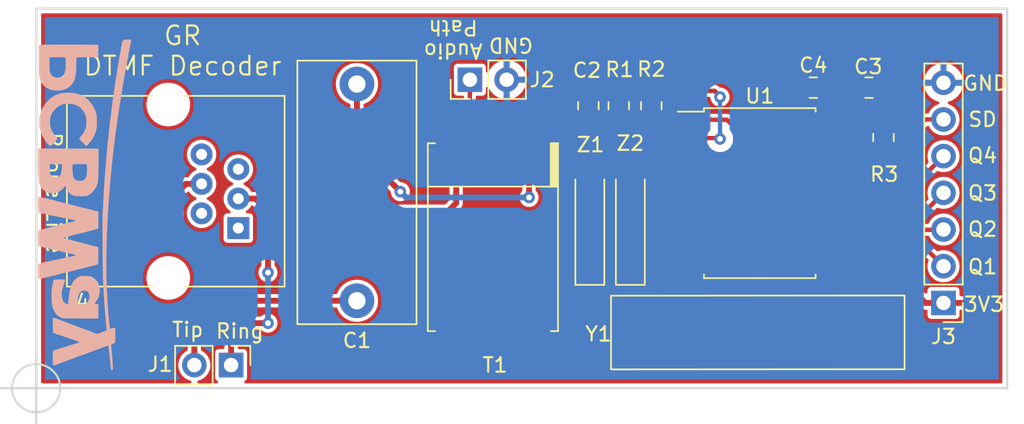
<source format=kicad_pcb>
(kicad_pcb (version 20171130) (host pcbnew "(5.1.2-1)-1")

  (general
    (thickness 1.6)
    (drawings 18)
    (tracks 109)
    (zones 0)
    (modules 17)
    (nets 25)
  )

  (page A4)
  (layers
    (0 F.Cu signal)
    (31 B.Cu signal)
    (32 B.Adhes user hide)
    (33 F.Adhes user hide)
    (34 B.Paste user hide)
    (35 F.Paste user)
    (36 B.SilkS user)
    (37 F.SilkS user)
    (38 B.Mask user hide)
    (39 F.Mask user hide)
    (40 Dwgs.User user hide)
    (41 Cmts.User user hide)
    (42 Eco1.User user hide)
    (43 Eco2.User user hide)
    (44 Edge.Cuts user)
    (45 Margin user hide)
    (46 B.CrtYd user hide)
    (47 F.CrtYd user hide)
    (48 B.Fab user hide)
    (49 F.Fab user hide)
  )

  (setup
    (last_trace_width 0.3048)
    (user_trace_width 0.2032)
    (user_trace_width 0.254)
    (user_trace_width 0.3048)
    (user_trace_width 0.4064)
    (user_trace_width 0.6096)
    (user_trace_width 1.016)
    (trace_clearance 0.2)
    (zone_clearance 0.381)
    (zone_45_only no)
    (trace_min 0.1524)
    (via_size 0.8)
    (via_drill 0.4)
    (via_min_size 0.658)
    (via_min_drill 0.3)
    (uvia_size 0.3)
    (uvia_drill 0.1)
    (uvias_allowed no)
    (uvia_min_size 0.2)
    (uvia_min_drill 0.1)
    (edge_width 0.15)
    (segment_width 0.2)
    (pcb_text_width 0.3)
    (pcb_text_size 1.5 1.5)
    (mod_edge_width 0.15)
    (mod_text_size 0.8 0.8)
    (mod_text_width 0.15)
    (pad_size 1.6 1.6)
    (pad_drill 0.8)
    (pad_to_mask_clearance 0)
    (aux_axis_origin 98.986 129.271)
    (grid_origin 98.986 129.271)
    (visible_elements FFFFFF7F)
    (pcbplotparams
      (layerselection 0x010f8_ffffffff)
      (usegerberextensions false)
      (usegerberattributes false)
      (usegerberadvancedattributes false)
      (creategerberjobfile false)
      (excludeedgelayer true)
      (linewidth 0.152400)
      (plotframeref false)
      (viasonmask false)
      (mode 1)
      (useauxorigin false)
      (hpglpennumber 1)
      (hpglpenspeed 20)
      (hpglpendiameter 15.000000)
      (psnegative false)
      (psa4output false)
      (plotreference true)
      (plotvalue false)
      (plotinvisibletext false)
      (padsonsilk false)
      (subtractmaskfromsilk false)
      (outputformat 1)
      (mirror false)
      (drillshape 0)
      (scaleselection 1)
      (outputdirectory "Output/"))
  )

  (net 0 "")
  (net 1 GNDREF)
  (net 2 "Net-(C1-Pad1)")
  (net 3 "Net-(C2-Pad1)")
  (net 4 "Net-(C2-Pad2)")
  (net 5 "Net-(C3-Pad2)")
  (net 6 /Q1)
  (net 7 /Q2)
  (net 8 /Q3)
  (net 9 /Q4)
  (net 10 /SD)
  (net 11 "Net-(R1-Pad1)")
  (net 12 "Net-(R2-Pad1)")
  (net 13 "Net-(R3-Pad2)")
  (net 14 "Net-(U1-Pad1)")
  (net 15 "Net-(U1-Pad7)")
  (net 16 "Net-(U1-Pad8)")
  (net 17 "Net-(Z1-PadA)")
  (net 18 /Tip)
  (net 19 +3V3)
  (net 20 /Ring)
  (net 21 "Net-(J4-Pad1)")
  (net 22 "Net-(J4-Pad2)")
  (net 23 "Net-(J4-Pad5)")
  (net 24 "Net-(J4-Pad6)")

  (net_class Default "This is the default net class."
    (clearance 0.2)
    (trace_width 0.25)
    (via_dia 0.8)
    (via_drill 0.4)
    (uvia_dia 0.3)
    (uvia_drill 0.1)
    (add_net +3V3)
    (add_net /Q1)
    (add_net /Q2)
    (add_net /Q3)
    (add_net /Q4)
    (add_net /Ring)
    (add_net /SD)
    (add_net /Tip)
    (add_net GNDREF)
    (add_net "Net-(C1-Pad1)")
    (add_net "Net-(C2-Pad1)")
    (add_net "Net-(C2-Pad2)")
    (add_net "Net-(C3-Pad2)")
    (add_net "Net-(J4-Pad1)")
    (add_net "Net-(J4-Pad2)")
    (add_net "Net-(J4-Pad5)")
    (add_net "Net-(J4-Pad6)")
    (add_net "Net-(R1-Pad1)")
    (add_net "Net-(R2-Pad1)")
    (add_net "Net-(R3-Pad2)")
    (add_net "Net-(U1-Pad1)")
    (add_net "Net-(U1-Pad7)")
    (add_net "Net-(U1-Pad8)")
    (add_net "Net-(Z1-PadA)")
  )

  (net_class PWR ""
    (clearance 0.254)
    (trace_width 0.508)
    (via_dia 0.8)
    (via_drill 0.4)
    (uvia_dia 0.3)
    (uvia_drill 0.1)
  )

  (net_class Signals ""
    (clearance 0.254)
    (trace_width 0.4064)
    (via_dia 0.8)
    (via_drill 0.4)
    (uvia_dia 0.3)
    (uvia_drill 0.1)
  )

  (module Crystal:Crystal_SMD_HC49-SD_HandSoldering (layer F.Cu) (tedit 65E23DE2) (tstamp 65E23CCE)
    (at 148.861 125.421)
    (descr "SMD Crystal HC-49-SD http://cdn-reichelt.de/documents/datenblatt/B400/xxx-HC49-SMD.pdf, hand-soldering, 11.4x4.7mm^2 package")
    (tags "SMD SMT crystal hand-soldering")
    (path /62CE6F07)
    (attr smd)
    (fp_text reference Y1 (at -11 0.1) (layer F.SilkS)
      (effects (font (size 1 1) (thickness 0.15)))
    )
    (fp_text value "3.579545 MHz" (at 0 3.55) (layer F.Fab)
      (effects (font (size 1 1) (thickness 0.15)))
    )
    (fp_text user %R (at 0 0) (layer F.Fab)
      (effects (font (size 1 1) (thickness 0.15)))
    )
    (fp_line (start -5.7 -2.35) (end -5.7 2.35) (layer F.Fab) (width 0.1))
    (fp_line (start -5.7 2.35) (end 5.7 2.35) (layer F.Fab) (width 0.1))
    (fp_line (start 5.7 2.35) (end 5.7 -2.35) (layer F.Fab) (width 0.1))
    (fp_line (start 5.7 -2.35) (end -5.7 -2.35) (layer F.Fab) (width 0.1))
    (fp_line (start -3.015 -2.115) (end 3.015 -2.115) (layer F.Fab) (width 0.1))
    (fp_line (start -3.015 2.115) (end 3.015 2.115) (layer F.Fab) (width 0.1))
    (fp_line (start 10.16 -2.5654) (end -10.1092 -2.55) (layer F.SilkS) (width 0.12))
    (fp_line (start -10.1346 -2.55) (end -10.1346 2.55) (layer F.SilkS) (width 0.12))
    (fp_line (start -10.075 2.55) (end 10.16 2.54) (layer F.SilkS) (width 0.12))
    (fp_line (start -10.2 -2.6) (end -10.2 2.6) (layer F.CrtYd) (width 0.05))
    (fp_line (start -10.2 2.6) (end 10.2 2.6) (layer F.CrtYd) (width 0.05))
    (fp_line (start 10.2 2.6) (end 10.2 -2.6) (layer F.CrtYd) (width 0.05))
    (fp_line (start 10.2 -2.6) (end -10.2 -2.6) (layer F.CrtYd) (width 0.05))
    (fp_arc (start -3.015 0) (end -3.015 -2.115) (angle -180) (layer F.Fab) (width 0.1))
    (fp_arc (start 3.015 0) (end 3.015 -2.115) (angle 180) (layer F.Fab) (width 0.1))
    (fp_line (start 10.16 -2.56) (end 10.16 2.54) (layer F.SilkS) (width 0.12))
    (pad 1 smd rect (at -5.9375 0) (size 7.875 2) (layers F.Cu F.Paste F.Mask)
      (net 15 "Net-(U1-Pad7)"))
    (pad 2 smd rect (at 5.9375 0) (size 7.875 2) (layers F.Cu F.Paste F.Mask)
      (net 16 "Net-(U1-Pad8)"))
    (model ${KISYS3DMOD}/Crystal.3dshapes/Crystal_SMD_HC49-SD.wrl
      (at (xyz 0 0 0))
      (scale (xyz 1 1 1))
      (rotate (xyz 0 0 0))
    )
  )

  (module "_Custom_Footprints:pcb way logo" locked (layer B.Cu) (tedit 0) (tstamp 601A8939)
    (at 103.011 116.571 270)
    (fp_text reference G*** (at 0 0 90) (layer B.SilkS) hide
      (effects (font (size 1.524 1.524) (thickness 0.3)) (justify mirror))
    )
    (fp_text value LOGO (at 0.75 0 90) (layer B.SilkS) hide
      (effects (font (size 1.524 1.524) (thickness 0.3)) (justify mirror))
    )
    (fp_poly (pts (xy -5.560911 3.803272) (xy -5.401501 3.788201) (xy -5.361481 3.782119) (xy -5.076571 3.712881)
      (xy -4.795154 3.603568) (xy -4.529552 3.460411) (xy -4.292089 3.289645) (xy -4.172403 3.180698)
      (xy -4.104182 3.111351) (xy -4.067054 3.067069) (xy -4.056004 3.037177) (xy -4.066021 3.011004)
      (xy -4.082614 2.98951) (xy -4.145914 2.918544) (xy -4.226202 2.837772) (xy -4.314442 2.755176)
      (xy -4.401595 2.678736) (xy -4.478625 2.616435) (xy -4.536493 2.576255) (xy -4.562821 2.5654)
      (xy -4.611019 2.583036) (xy -4.669978 2.627085) (xy -4.687898 2.644802) (xy -4.765385 2.713937)
      (xy -4.873187 2.793114) (xy -4.995161 2.871822) (xy -5.115163 2.939552) (xy -5.204077 2.980846)
      (xy -5.433434 3.047431) (xy -5.676004 3.074538) (xy -5.9055 3.060961) (xy -6.008013 3.043887)
      (xy -6.095873 3.026926) (xy -6.152947 3.013246) (xy -6.1595 3.01109) (xy -6.334764 2.928043)
      (xy -6.505094 2.813034) (xy -6.658737 2.676321) (xy -6.783938 2.528159) (xy -6.859486 2.4003)
      (xy -6.918748 2.264428) (xy -6.956631 2.151699) (xy -6.977719 2.041597) (xy -6.986598 1.913602)
      (xy -6.987951 1.825497) (xy -6.975849 1.585018) (xy -6.935027 1.377938) (xy -6.862071 1.193607)
      (xy -6.753568 1.021377) (xy -6.714078 0.971088) (xy -6.653022 0.907088) (xy -6.572446 0.836536)
      (xy -6.484014 0.768037) (xy -6.399391 0.710197) (xy -6.33024 0.671621) (xy -6.292974 0.6604)
      (xy -6.243816 0.646042) (xy -6.23443 0.639417) (xy -6.162525 0.601646) (xy -6.051915 0.573469)
      (xy -5.913856 0.555281) (xy -5.759604 0.547474) (xy -5.600413 0.550441) (xy -5.447539 0.564576)
      (xy -5.312237 0.59027) (xy -5.260917 0.605425) (xy -5.107137 0.671914) (xy -4.942548 0.767067)
      (xy -4.78661 0.878755) (xy -4.69571 0.957705) (xy -4.628347 1.011261) (xy -4.571856 1.036723)
      (xy -4.55601 1.037218) (xy -4.52428 1.017224) (xy -4.467719 0.968773) (xy -4.394591 0.900253)
      (xy -4.313161 0.820054) (xy -4.231693 0.736565) (xy -4.158452 0.658174) (xy -4.101702 0.59327)
      (xy -4.069709 0.550244) (xy -4.065589 0.539418) (xy -4.086112 0.510392) (xy -4.139138 0.459079)
      (xy -4.215794 0.392666) (xy -4.307208 0.31834) (xy -4.404508 0.243287) (xy -4.498819 0.174696)
      (xy -4.581271 0.119752) (xy -4.591249 0.113626) (xy -4.791482 0.003248) (xy -4.983731 -0.077389)
      (xy -5.181082 -0.131596) (xy -5.396619 -0.162684) (xy -5.64343 -0.173966) (xy -5.7277 -0.173965)
      (xy -5.862372 -0.172168) (xy -5.983352 -0.169393) (xy -6.07926 -0.165985) (xy -6.138712 -0.162287)
      (xy -6.1468 -0.161319) (xy -6.375963 -0.106574) (xy -6.613318 -0.013754) (xy -6.844756 0.109575)
      (xy -7.056167 0.255847) (xy -7.23344 0.417494) (xy -7.2406 0.425239) (xy -7.431262 0.662584)
      (xy -7.575989 0.91087) (xy -7.676975 1.175961) (xy -7.736416 1.463719) (xy -7.756507 1.78001)
      (xy -7.756496 1.8034) (xy -7.736786 2.124543) (xy -7.679727 2.414522) (xy -7.584026 2.67796)
      (xy -7.448391 2.919476) (xy -7.441557 2.929567) (xy -7.361341 3.030988) (xy -7.252021 3.147527)
      (xy -7.127068 3.266597) (xy -6.999958 3.37561) (xy -6.884164 3.461979) (xy -6.8453 3.486617)
      (xy -6.739634 3.545704) (xy -6.62761 3.602647) (xy -6.520935 3.652104) (xy -6.431316 3.688736)
      (xy -6.370457 3.7072) (xy -6.359195 3.7084) (xy -6.307149 3.719548) (xy -6.279806 3.731066)
      (xy -6.187409 3.762905) (xy -6.057033 3.786728) (xy -5.900965 3.801853) (xy -5.731495 3.807595)
      (xy -5.560911 3.803272)) (layer B.SilkS) (width 0.01))
    (fp_poly (pts (xy 2.532456 3.889832) (xy 2.657716 3.888599) (xy 2.760042 3.886628) (xy 2.830218 3.883908)
      (xy 2.859028 3.880425) (xy 2.859131 3.880335) (xy 2.870932 3.849669) (xy 2.886371 3.786168)
      (xy 2.894808 3.743361) (xy 2.914947 3.643707) (xy 2.937976 3.544555) (xy 2.944905 3.5179)
      (xy 2.967687 3.428532) (xy 2.992133 3.324997) (xy 3.000082 3.2893) (xy 3.021346 3.193811)
      (xy 3.042446 3.102438) (xy 3.0494 3.0734) (xy 3.069674 2.990274) (xy 3.093142 2.894069)
      (xy 3.098966 2.8702) (xy 3.119846 2.781561) (xy 3.144823 2.671285) (xy 3.162504 2.5908)
      (xy 3.186527 2.483626) (xy 3.217016 2.353188) (xy 3.247891 2.225449) (xy 3.251763 2.2098)
      (xy 3.279067 2.09902) (xy 3.304077 1.996127) (xy 3.322385 1.91929) (xy 3.325692 1.905)
      (xy 3.370361 1.711357) (xy 3.405943 1.562349) (xy 3.434031 1.452947) (xy 3.456219 1.378121)
      (xy 3.474099 1.332842) (xy 3.489267 1.312082) (xy 3.503315 1.31081) (xy 3.511903 1.317344)
      (xy 3.532784 1.356941) (xy 3.552951 1.423368) (xy 3.556475 1.439407) (xy 3.566748 1.489444)
      (xy 3.578581 1.54598) (xy 3.59377 1.617408) (xy 3.614111 1.712121) (xy 3.6414 1.838512)
      (xy 3.677433 2.004974) (xy 3.683288 2.032) (xy 3.72666 2.233467) (xy 3.769819 2.436234)
      (xy 3.808996 2.622505) (xy 3.836623 2.7559) (xy 3.852659 2.832388) (xy 3.876453 2.943748)
      (xy 3.904813 3.075248) (xy 3.934547 3.212156) (xy 3.962463 3.339738) (xy 3.985368 3.443262)
      (xy 3.990713 3.4671) (xy 4.010052 3.559329) (xy 4.026819 3.649305) (xy 4.028207 3.6576)
      (xy 4.055076 3.774527) (xy 4.089715 3.85244) (xy 4.129567 3.885945) (xy 4.136931 3.886841)
      (xy 4.345495 3.88905) (xy 4.54253 3.889209) (xy 4.721766 3.88747) (xy 4.876936 3.883988)
      (xy 5.001773 3.878914) (xy 5.090008 3.872402) (xy 5.135374 3.864605) (xy 5.139404 3.862356)
      (xy 5.145247 3.849252) (xy 5.146076 3.823156) (xy 5.140926 3.779807) (xy 5.128834 3.714939)
      (xy 5.108838 3.624291) (xy 5.079975 3.503597) (xy 5.04128 3.348596) (xy 4.991792 3.155022)
      (xy 4.930548 2.918613) (xy 4.898082 2.794) (xy 4.865476 2.667856) (xy 4.83542 2.549524)
      (xy 4.811568 2.453503) (xy 4.798909 2.4003) (xy 4.775787 2.303417) (xy 4.750453 2.204447)
      (xy 4.748478 2.1971) (xy 4.72461 2.105348) (xy 4.702627 2.015622) (xy 4.700529 2.0066)
      (xy 4.684254 1.939014) (xy 4.659926 1.841453) (xy 4.632337 1.733091) (xy 4.627545 1.7145)
      (xy 4.574801 1.509431) (xy 4.526752 1.320887) (xy 4.485181 1.155968) (xy 4.451871 1.021776)
      (xy 4.428604 0.925408) (xy 4.420272 0.889) (xy 4.40403 0.821688) (xy 4.378762 0.72453)
      (xy 4.349429 0.61652) (xy 4.343963 0.5969) (xy 4.313978 0.486584) (xy 4.286853 0.381281)
      (xy 4.267782 0.301257) (xy 4.265814 0.2921) (xy 4.247455 0.204485) (xy 4.230429 0.123255)
      (xy 4.228551 0.1143) (xy 4.209852 0.04085) (xy 4.19199 -0.0127) (xy 4.173206 -0.070618)
      (xy 4.153088 -0.148808) (xy 4.149453 -0.1651) (xy 4.1275 -0.2667) (xy 2.938047 -0.2667)
      (xy 2.893177 -0.0889) (xy 2.868086 0.009446) (xy 2.83473 0.138709) (xy 2.797818 0.280692)
      (xy 2.76824 0.3937) (xy 2.735111 0.520353) (xy 2.704769 0.637322) (xy 2.680656 0.731281)
      (xy 2.666575 0.7874) (xy 2.644522 0.873764) (xy 2.619149 0.967425) (xy 2.6162 0.9779)
      (xy 2.591168 1.069487) (xy 2.568004 1.159124) (xy 2.56572 1.1684) (xy 2.548617 1.235871)
      (xy 2.523171 1.333261) (xy 2.494379 1.441473) (xy 2.489262 1.4605) (xy 2.458044 1.578672)
      (xy 2.427239 1.699113) (xy 2.403136 1.797197) (xy 2.401672 1.8034) (xy 2.366409 1.941706)
      (xy 2.333436 2.049421) (xy 2.304562 2.122787) (xy 2.281593 2.158044) (xy 2.266338 2.151435)
      (xy 2.260605 2.0992) (xy 2.2606 2.096696) (xy 2.250875 2.020759) (xy 2.237845 1.976046)
      (xy 2.216552 1.912822) (xy 2.193209 1.831697) (xy 2.18914 1.8161) (xy 2.164181 1.718938)
      (xy 2.138513 1.619802) (xy 2.136715 1.6129) (xy 2.105263 1.490582) (xy 2.071717 1.357498)
      (xy 2.040364 1.230881) (xy 2.015491 1.127962) (xy 2.00715 1.0922) (xy 1.979587 0.975023)
      (xy 1.9433 0.825859) (xy 1.901119 0.655861) (xy 1.855878 0.476179) (xy 1.810407 0.297964)
      (xy 1.767539 0.132369) (xy 1.730106 -0.009457) (xy 1.700939 -0.116362) (xy 1.694299 -0.1397)
      (xy 1.657617 -0.2667) (xy 1.069491 -0.273519) (xy 0.872546 -0.275198) (xy 0.721329 -0.274957)
      (xy 0.610798 -0.27258) (xy 0.535909 -0.267853) (xy 0.491621 -0.260563) (xy 0.47289 -0.250495)
      (xy 0.471765 -0.248119) (xy 0.460509 -0.205967) (xy 0.442497 -0.134359) (xy 0.431364 -0.0889)
      (xy 0.408486 0.002528) (xy 0.386331 0.086547) (xy 0.378578 0.1143) (xy 0.363845 0.169982)
      (xy 0.341079 0.261377) (xy 0.313671 0.3747) (xy 0.291144 0.4699) (xy 0.259688 0.604058)
      (xy 0.236509 0.70208) (xy 0.218289 0.777292) (xy 0.201711 0.843018) (xy 0.183458 0.912583)
      (xy 0.160214 0.999311) (xy 0.148882 1.0414) (xy 0.117117 1.160106) (xy 0.0908 1.260746)
      (xy 0.064449 1.364659) (xy 0.032584 1.493186) (xy 0.026561 1.51765) (xy 0.001936 1.617732)
      (xy -0.023503 1.721121) (xy -0.026562 1.73355) (xy -0.062832 1.879468) (xy -0.091806 1.99217)
      (xy -0.117699 2.087917) (xy -0.126945 2.1209) (xy -0.151296 2.214274) (xy -0.175148 2.316539)
      (xy -0.179472 2.3368) (xy -0.202089 2.433961) (xy -0.230564 2.541967) (xy -0.240947 2.5781)
      (xy -0.261252 2.650877) (xy -0.288878 2.756031) (xy -0.321933 2.885733) (xy -0.35852 3.032157)
      (xy -0.396745 3.187475) (xy -0.434712 3.343858) (xy -0.470528 3.49348) (xy -0.502296 3.628511)
      (xy -0.528122 3.741125) (xy -0.546111 3.823494) (xy -0.554369 3.86779) (xy -0.554459 3.873179)
      (xy -0.523918 3.878961) (xy -0.45192 3.883555) (xy -0.347737 3.886966) (xy -0.220638 3.889198)
      (xy -0.079893 3.890258) (xy 0.065228 3.890149) (xy 0.205456 3.888878) (xy 0.33152 3.886448)
      (xy 0.434151 3.882866) (xy 0.504078 3.878137) (xy 0.53178 3.87258) (xy 0.547402 3.846288)
      (xy 0.564882 3.793606) (xy 0.585844 3.708127) (xy 0.611912 3.58344) (xy 0.634504 3.4671)
      (xy 0.654403 3.365556) (xy 0.680383 3.237027) (xy 0.708666 3.099806) (xy 0.735475 2.97219)
      (xy 0.757031 2.872473) (xy 0.760377 2.8575) (xy 0.77832 2.774039) (xy 0.799698 2.669324)
      (xy 0.812631 2.6035) (xy 0.832633 2.503627) (xy 0.852741 2.409423) (xy 0.8636 2.3622)
      (xy 0.880611 2.286843) (xy 0.901294 2.187928) (xy 0.914568 2.1209) (xy 0.934794 2.017764)
      (xy 0.955077 1.917249) (xy 0.965565 1.8669) (xy 0.982392 1.78543) (xy 1.003342 1.680704)
      (xy 1.018543 1.60292) (xy 1.040573 1.500504) (xy 1.065117 1.403678) (xy 1.081736 1.34892)
      (xy 1.101631 1.298561) (xy 1.116971 1.287401) (xy 1.133013 1.318881) (xy 1.155009 1.396442)
      (xy 1.155156 1.397) (xy 1.173674 1.466752) (xy 1.195299 1.547245) (xy 1.195882 1.5494)
      (xy 1.218315 1.636652) (xy 1.240966 1.730949) (xy 1.243013 1.7399) (xy 1.260969 1.814112)
      (xy 1.287227 1.916925) (xy 1.316569 2.027975) (xy 1.321081 2.0447) (xy 1.350151 2.155161)
      (xy 1.376501 2.260569) (xy 1.395068 2.340579) (xy 1.396944 2.3495) (xy 1.409668 2.405685)
      (xy 1.43209 2.498761) (xy 1.462353 2.621461) (xy 1.498601 2.766515) (xy 1.538978 2.926655)
      (xy 1.581626 3.094614) (xy 1.624689 3.263123) (xy 1.666311 3.424914) (xy 1.704635 3.572717)
      (xy 1.737804 3.699266) (xy 1.763962 3.797292) (xy 1.781252 3.859527) (xy 1.787604 3.878872)
      (xy 1.815362 3.882449) (xy 1.884695 3.885376) (xy 1.986389 3.887641) (xy 2.111228 3.889232)
      (xy 2.249996 3.890136) (xy 2.393477 3.89034) (xy 2.532456 3.889832)) (layer B.SilkS) (width 0.01))
    (fp_poly (pts (xy -10.126591 3.844228) (xy -9.929313 3.843139) (xy -9.735945 3.841192) (xy -9.553325 3.838394)
      (xy -9.38829 3.834755) (xy -9.247678 3.830284) (xy -9.138327 3.824989) (xy -9.1313 3.824541)
      (xy -8.956587 3.810675) (xy -8.820741 3.793302) (xy -8.711841 3.770008) (xy -8.617965 3.738376)
      (xy -8.5471 3.706161) (xy -8.339348 3.575875) (xy -8.169537 3.411834) (xy -8.037919 3.214314)
      (xy -7.972923 3.067989) (xy -7.940297 2.945556) (xy -7.917438 2.789796) (xy -7.905442 2.617438)
      (xy -7.905406 2.44521) (xy -7.918428 2.289839) (xy -7.920839 2.273633) (xy -7.978841 2.053731)
      (xy -8.078306 1.848794) (xy -8.213134 1.667826) (xy -8.377223 1.519831) (xy -8.473314 1.458208)
      (xy -8.658103 1.371987) (xy -8.859803 1.312819) (xy -9.08855 1.278442) (xy -9.331367 1.266769)
      (xy -9.489371 1.263875) (xy -9.664856 1.258708) (xy -9.831707 1.252114) (xy -9.9187 1.247719)
      (xy -10.1981 1.2319) (xy -10.2235 -0.2667) (xy -10.631411 -0.273655) (xy -10.77054 -0.27497)
      (xy -10.891505 -0.274108) (xy -10.985333 -0.271294) (xy -11.04305 -0.266751) (xy -11.056861 -0.263072)
      (xy -11.059598 -0.235523) (xy -11.062204 -0.161025) (xy -11.064646 -0.04343) (xy -11.066891 0.113411)
      (xy -11.068906 0.305646) (xy -11.070657 0.529424) (xy -11.072113 0.780894) (xy -11.073239 1.056204)
      (xy -11.074003 1.351503) (xy -11.074371 1.662939) (xy -11.0744 1.780735) (xy -11.074244 2.164842)
      (xy -11.074084 2.273478) (xy -10.206686 2.273478) (xy -10.205711 2.153396) (xy -10.203623 2.065736)
      (xy -10.200501 2.018535) (xy -10.19943 2.013607) (xy -10.170509 2.001425) (xy -10.100654 1.991956)
      (xy -9.999658 1.985252) (xy -9.87732 1.981367) (xy -9.743433 1.980352) (xy -9.607793 1.98226)
      (xy -9.480196 1.987143) (xy -9.370437 1.995054) (xy -9.288312 2.006046) (xy -9.275898 2.008657)
      (xy -9.094353 2.069302) (xy -8.955111 2.157988) (xy -8.857953 2.274965) (xy -8.802659 2.420484)
      (xy -8.7884 2.56289) (xy -8.792343 2.646367) (xy -8.802568 2.7078) (xy -8.8138 2.7305)
      (xy -8.835581 2.766536) (xy -8.8392 2.792544) (xy -8.857061 2.834911) (xy -8.902809 2.893041)
      (xy -8.940235 2.930168) (xy -9.005333 2.985814) (xy -9.066813 3.028095) (xy -9.133035 3.058917)
      (xy -9.21236 3.080186) (xy -9.313151 3.093808) (xy -9.443767 3.101691) (xy -9.612571 3.105741)
      (xy -9.7155 3.106939) (xy -10.1981 3.1115) (xy -10.204983 2.578757) (xy -10.20647 2.417944)
      (xy -10.206686 2.273478) (xy -11.074084 2.273478) (xy -11.073747 2.500914) (xy -11.072867 2.791711)
      (xy -11.071559 3.039997) (xy -11.069782 3.248535) (xy -11.067493 3.420088) (xy -11.064649 3.557417)
      (xy -11.061207 3.663286) (xy -11.057123 3.740457) (xy -11.052356 3.791693) (xy -11.046863 3.819757)
      (xy -11.04265 3.827039) (xy -11.009458 3.832215) (xy -10.932311 3.83647) (xy -10.818049 3.839811)
      (xy -10.673508 3.842249) (xy -10.505526 3.843791) (xy -10.320941 3.844448) (xy -10.126591 3.844228)) (layer B.SilkS) (width 0.01))
    (fp_poly (pts (xy -2.826161 3.888604) (xy -2.547899 3.885702) (xy -2.298297 3.881231) (xy -2.081536 3.875271)
      (xy -1.901796 3.867901) (xy -1.76326 3.859201) (xy -1.670106 3.849252) (xy -1.652043 3.846118)
      (xy -1.511814 3.809359) (xy -1.36666 3.756716) (xy -1.233173 3.695249) (xy -1.127946 3.632021)
      (xy -1.102665 3.612326) (xy -0.971639 3.468909) (xy -0.874304 3.295237) (xy -0.814414 3.102098)
      (xy -0.795727 2.90028) (xy -0.808041 2.766075) (xy -0.85569 2.566701) (xy -0.928239 2.401811)
      (xy -1.03359 2.258017) (xy -1.179645 2.121929) (xy -1.19592 2.108919) (xy -1.314522 2.015169)
      (xy -1.149826 1.94342) (xy -0.999404 1.865906) (xy -0.86345 1.773398) (xy -0.754307 1.675281)
      (xy -0.692679 1.595897) (xy -0.643674 1.485989) (xy -0.610219 1.343592) (xy -0.591599 1.163695)
      (xy -0.587101 0.94129) (xy -0.588446 0.8636) (xy -0.592987 0.719002) (xy -0.59942 0.614043)
      (xy -0.609397 0.537564) (xy -0.624572 0.478406) (xy -0.646597 0.425408) (xy -0.656151 0.4064)
      (xy -0.753876 0.260044) (xy -0.889112 0.116632) (xy -1.049198 -0.012941) (xy -1.221469 -0.117778)
      (xy -1.31437 -0.159979) (xy -1.391698 -0.188515) (xy -1.470346 -0.212198) (xy -1.55594 -0.231518)
      (xy -1.654109 -0.246962) (xy -1.770477 -0.259017) (xy -1.910673 -0.268171) (xy -2.080323 -0.274912)
      (xy -2.285053 -0.279728) (xy -2.530491 -0.283105) (xy -2.757815 -0.285084) (xy -2.977534 -0.286331)
      (xy -3.18365 -0.286837) (xy -3.370072 -0.286637) (xy -3.530713 -0.285766) (xy -3.659482 -0.284259)
      (xy -3.750292 -0.28215) (xy -3.797052 -0.279474) (xy -3.799215 -0.279151) (xy -3.8735 -0.266203)
      (xy -3.878041 1.184547) (xy -2.818582 1.184547) (xy -2.817073 1.021154) (xy -2.816858 1.00502)
      (xy -2.814295 0.856885) (xy -2.810974 0.726325) (xy -2.807198 0.621829) (xy -2.803269 0.551884)
      (xy -2.7998 0.525388) (xy -2.771866 0.518289) (xy -2.702553 0.512947) (xy -2.601262 0.509762)
      (xy -2.477397 0.509135) (xy -2.429524 0.509607) (xy -2.265057 0.513623) (xy -2.14102 0.521235)
      (xy -2.047109 0.533535) (xy -1.973015 0.551613) (xy -1.9466 0.560712) (xy -1.812717 0.625543)
      (xy -1.721436 0.707944) (xy -1.66763 0.815751) (xy -1.646173 0.956802) (xy -1.64544 1.021055)
      (xy -1.656934 1.158) (xy -1.689294 1.267668) (xy -1.747132 1.353053) (xy -1.835059 1.417148)
      (xy -1.957686 1.462946) (xy -2.119625 1.493441) (xy -2.325487 1.511627) (xy -2.407225 1.515575)
      (xy -2.557358 1.520242) (xy -2.663947 1.519852) (xy -2.734033 1.51405) (xy -2.774655 1.502482)
      (xy -2.783707 1.496603) (xy -2.797929 1.477928) (xy -2.808051 1.444461) (xy -2.814549 1.389125)
      (xy -2.8179 1.304845) (xy -2.818582 1.184547) (xy -3.878041 1.184547) (xy -3.879999 1.809999)
      (xy -3.88244 2.590112) (xy -2.813181 2.590112) (xy -2.810644 2.467993) (xy -2.805187 2.370719)
      (xy -2.797283 2.309616) (xy -2.79461 2.300304) (xy -2.783084 2.271876) (xy -2.768266 2.252865)
      (xy -2.741647 2.242352) (xy -2.694719 2.239416) (xy -2.618975 2.243138) (xy -2.505906 2.252598)
      (xy -2.422709 2.260096) (xy -2.259121 2.280214) (xy -2.137508 2.309326) (xy -2.049305 2.351297)
      (xy -1.985948 2.409991) (xy -1.945487 2.475399) (xy -1.902792 2.61068) (xy -1.902858 2.746357)
      (xy -1.942613 2.871848) (xy -2.018982 2.976572) (xy -2.109711 3.041016) (xy -2.165453 3.066011)
      (xy -2.221264 3.081986) (xy -2.289857 3.090538) (xy -2.383946 3.093267) (xy -2.513896 3.091816)
      (xy -2.805291 3.0861) (xy -2.812327 2.725754) (xy -2.813181 2.590112) (xy -3.88244 2.590112)
      (xy -3.886497 3.8862) (xy -3.791099 3.887089) (xy -3.451942 3.889377) (xy -3.128903 3.889855)
      (xy -2.826161 3.888604)) (layer B.SilkS) (width 0.01))
    (fp_poly (pts (xy 6.374051 2.963366) (xy 6.534973 2.958054) (xy 6.687105 2.949813) (xy 6.818563 2.938907)
      (xy 6.9088 2.927132) (xy 7.166464 2.864128) (xy 7.386143 2.769718) (xy 7.56685 2.644696)
      (xy 7.707601 2.489858) (xy 7.807409 2.305998) (xy 7.85082 2.167245) (xy 7.856694 2.116434)
      (xy 7.861997 2.019777) (xy 7.866681 1.882223) (xy 7.870695 1.708723) (xy 7.873989 1.504228)
      (xy 7.876515 1.273689) (xy 7.878221 1.022055) (xy 7.879059 0.754277) (xy 7.878978 0.475307)
      (xy 7.877928 0.190094) (xy 7.87586 -0.096411) (xy 7.874744 -0.20955) (xy 7.874 -0.2794)
      (xy 6.8834 -0.2794) (xy 6.881614 -0.18415) (xy 6.875988 -0.087279) (xy 6.859568 -0.037279)
      (xy 6.826213 -0.030437) (xy 6.769778 -0.063037) (xy 6.730917 -0.093022) (xy 6.528512 -0.224926)
      (xy 6.305413 -0.316199) (xy 6.070831 -0.364866) (xy 5.833973 -0.368954) (xy 5.620289 -0.331176)
      (xy 5.41391 -0.248277) (xy 5.235986 -0.123391) (xy 5.087186 0.042941) (xy 5.014508 0.158159)
      (xy 4.984619 0.214355) (xy 4.964065 0.263604) (xy 4.951101 0.317165) (xy 4.943982 0.386294)
      (xy 4.940965 0.482249) (xy 4.940303 0.616287) (xy 4.9403 0.637007) (xy 4.940719 0.754567)
      (xy 5.939747 0.754567) (xy 5.945868 0.621594) (xy 5.949934 0.60325) (xy 5.985283 0.499964)
      (xy 6.038919 0.43254) (xy 6.124436 0.386614) (xy 6.169343 0.371435) (xy 6.275488 0.343441)
      (xy 6.362466 0.335245) (xy 6.453554 0.346858) (xy 6.54929 0.371648) (xy 6.64924 0.40918)
      (xy 6.745627 0.459168) (xy 6.78815 0.488082) (xy 6.8834 0.563069) (xy 6.8834 1.175704)
      (xy 6.67385 1.156668) (xy 6.571854 1.147871) (xy 6.486772 1.141384) (xy 6.433388 1.138311)
      (xy 6.4262 1.138211) (xy 6.363068 1.126765) (xy 6.274708 1.096245) (xy 6.179029 1.054403)
      (xy 6.093942 1.008994) (xy 6.041338 0.971591) (xy 5.972709 0.875821) (xy 5.939747 0.754567)
      (xy 4.940719 0.754567) (xy 4.940799 0.776953) (xy 4.943465 0.877469) (xy 4.950044 0.949922)
      (xy 4.962286 1.00568) (xy 4.98194 1.056111) (xy 5.010753 1.112582) (xy 5.014534 1.119607)
      (xy 5.077448 1.217687) (xy 5.1574 1.318344) (xy 5.205034 1.368558) (xy 5.285856 1.433962)
      (xy 5.389578 1.501342) (xy 5.502645 1.563625) (xy 5.6115 1.613736) (xy 5.702589 1.644604)
      (xy 5.746355 1.651) (xy 5.803451 1.659476) (xy 5.83057 1.67261) (xy 5.865458 1.685566)
      (xy 5.937495 1.701337) (xy 6.033337 1.717163) (xy 6.0706 1.722278) (xy 6.205962 1.739909)
      (xy 6.35533 1.759424) (xy 6.486908 1.776669) (xy 6.4897 1.777036) (xy 6.600417 1.789978)
      (xy 6.704469 1.799414) (xy 6.781362 1.803521) (xy 6.78815 1.803568) (xy 6.851035 1.807548)
      (xy 6.877931 1.826093) (xy 6.8834 1.865449) (xy 6.863629 1.950347) (xy 6.812914 2.041152)
      (xy 6.744146 2.118098) (xy 6.697419 2.150531) (xy 6.612845 2.183516) (xy 6.497012 2.21509)
      (xy 6.369385 2.241073) (xy 6.249429 2.257284) (xy 6.184899 2.2606) (xy 6.081305 2.252234)
      (xy 5.945471 2.229454) (xy 5.792701 2.195742) (xy 5.6383 2.154581) (xy 5.497572 2.109451)
      (xy 5.461 2.095925) (xy 5.373424 2.066142) (xy 5.290712 2.044044) (xy 5.267809 2.039656)
      (xy 5.216272 2.035367) (xy 5.191528 2.052825) (xy 5.179982 2.104872) (xy 5.177551 2.124899)
      (xy 5.174134 2.190438) (xy 5.173761 2.291548) (xy 5.176326 2.413097) (xy 5.180242 2.511177)
      (xy 5.1943 2.799853) (xy 5.2832 2.832329) (xy 5.353341 2.852546) (xy 5.452663 2.874639)
      (xy 5.559974 2.893905) (xy 5.5626 2.894313) (xy 5.677861 2.913091) (xy 5.793439 2.93341)
      (xy 5.8801 2.950033) (xy 5.957361 2.959082) (xy 6.073362 2.964145) (xy 6.216219 2.965484)
      (xy 6.374051 2.963366)) (layer B.SilkS) (width 0.01))
    (fp_poly (pts (xy 10.941751 2.86953) (xy 11.034044 2.863302) (xy 11.090937 2.848355) (xy 11.117548 2.821094)
      (xy 11.118996 2.777928) (xy 11.1004 2.715261) (xy 11.06688 2.629502) (xy 11.046612 2.5781)
      (xy 11.003013 2.464628) (xy 10.960072 2.350996) (xy 10.926076 2.259161) (xy 10.922 2.2479)
      (xy 10.890423 2.161388) (xy 10.849025 2.049481) (xy 10.805991 1.934288) (xy 10.799753 1.9177)
      (xy 10.752167 1.790368) (xy 10.700245 1.650019) (xy 10.655045 1.526542) (xy 10.654122 1.524)
      (xy 10.616622 1.421965) (xy 10.581593 1.328856) (xy 10.555917 1.262934) (xy 10.553619 1.2573)
      (xy 10.530664 1.197148) (xy 10.498007 1.106187) (xy 10.461877 1.001846) (xy 10.453769 0.9779)
      (xy 10.416205 0.867189) (xy 10.388152 0.787235) (xy 10.363191 0.720559) (xy 10.3349 0.649682)
      (xy 10.318485 0.6096) (xy 10.294763 0.548093) (xy 10.263994 0.46356) (xy 10.248367 0.4191)
      (xy 10.216029 0.328884) (xy 10.184411 0.245514) (xy 10.172459 0.2159) (xy 10.13949 0.133185)
      (xy 10.113576 0.0635) (xy 10.060957 -0.083985) (xy 10.005294 -0.238058) (xy 9.949596 -0.3906)
      (xy 9.896869 -0.533493) (xy 9.850123 -0.658618) (xy 9.812364 -0.757855) (xy 9.786601 -0.823087)
      (xy 9.777295 -0.844205) (xy 9.754822 -0.894763) (xy 9.754404 -0.931413) (xy 9.782027 -0.957549)
      (xy 9.843676 -0.976565) (xy 9.945338 -0.991853) (xy 10.0584 -1.003577) (xy 10.154068 -1.013432)
      (xy 10.28116 -1.027601) (xy 10.420715 -1.043932) (xy 10.5156 -1.055489) (xy 10.689517 -1.076871)
      (xy 10.82766 -1.093239) (xy 10.944623 -1.106176) (xy 11.055002 -1.117266) (xy 11.173393 -1.12809)
      (xy 11.233149 -1.133294) (xy 11.332288 -1.142985) (xy 11.391112 -1.153508) (xy 11.420014 -1.168775)
      (xy 11.429385 -1.1927) (xy 11.429999 -1.207411) (xy 11.415964 -1.258174) (xy 11.394359 -1.278241)
      (xy 11.36101 -1.279792) (xy 11.2848 -1.277645) (xy 11.173489 -1.272337) (xy 11.03484 -1.264408)
      (xy 10.876613 -1.254396) (xy 10.706569 -1.24284) (xy 10.532471 -1.230279) (xy 10.36208 -1.217251)
      (xy 10.203156 -1.204296) (xy 10.063462 -1.191951) (xy 9.950758 -1.180756) (xy 9.8933 -1.174049)
      (xy 9.80487 -1.164727) (xy 9.733206 -1.160864) (xy 9.701121 -1.162365) (xy 9.670543 -1.189154)
      (xy 9.635625 -1.249055) (xy 9.616279 -1.295641) (xy 9.597266 -1.345398) (xy 9.576233 -1.383223)
      (xy 9.546533 -1.410619) (xy 9.501522 -1.429087) (xy 9.434553 -1.440129) (xy 9.338983 -1.445248)
      (xy 9.208164 -1.445945) (xy 9.035453 -1.443723) (xy 8.9662 -1.442572) (xy 8.5217 -1.4351)
      (xy 8.526639 -1.345472) (xy 8.541657 -1.259388) (xy 8.569789 -1.182194) (xy 8.59313 -1.126869)
      (xy 8.597948 -1.092496) (xy 8.597406 -1.091402) (xy 8.566632 -1.078136) (xy 8.494993 -1.062243)
      (xy 8.392259 -1.045187) (xy 8.268202 -1.028429) (xy 8.132591 -1.013435) (xy 8.001 -1.002085)
      (xy 7.880738 -0.993106) (xy 7.732557 -0.981733) (xy 7.579169 -0.969721) (xy 7.493 -0.96285)
      (xy 7.010429 -0.925824) (xy 6.563164 -0.89557) (xy 6.138348 -0.871582) (xy 5.723121 -0.853352)
      (xy 5.304626 -0.840373) (xy 4.870005 -0.832137) (xy 4.406399 -0.828138) (xy 4.064 -0.827582)
      (xy 3.70564 -0.828459) (xy 3.376837 -0.830693) (xy 3.068014 -0.834549) (xy 2.769592 -0.840297)
      (xy 2.471992 -0.848203) (xy 2.165636 -0.858535) (xy 1.840947 -0.871562) (xy 1.488346 -0.88755)
      (xy 1.098255 -0.906768) (xy 0.9398 -0.91489) (xy 0.623408 -0.932526) (xy 0.274421 -0.954221)
      (xy -0.095155 -0.979089) (xy -0.473314 -1.006244) (xy -0.84805 -1.034797) (xy -1.207356 -1.063862)
      (xy -1.539228 -1.092553) (xy -1.8161 -1.118453) (xy -1.964562 -1.132806) (xy -2.127038 -1.148199)
      (xy -2.277416 -1.16217) (xy -2.3368 -1.167572) (xy -2.514025 -1.184428) (xy -2.732042 -1.206598)
      (xy -2.981247 -1.232996) (xy -3.252037 -1.262535) (xy -3.534808 -1.294128) (xy -3.819957 -1.326689)
      (xy -4.097881 -1.35913) (xy -4.358976 -1.390366) (xy -4.593638 -1.419309) (xy -4.792265 -1.444872)
      (xy -4.81965 -1.448522) (xy -4.948405 -1.465751) (xy -5.091174 -1.484818) (xy -5.18795 -1.49772)
      (xy -5.472592 -1.536675) (xy -5.742159 -1.575588) (xy -5.8928 -1.598426) (xy -6.103288 -1.630921)
      (xy -6.273467 -1.656851) (xy -6.413186 -1.677699) (xy -6.532297 -1.694942) (xy -6.5786 -1.701473)
      (xy -6.700755 -1.719395) (xy -6.834931 -1.740296) (xy -6.9088 -1.752401) (xy -7.02736 -1.771951)
      (xy -7.154652 -1.792293) (xy -7.2263 -1.8034) (xy -7.344215 -1.821722) (xy -7.472588 -1.842243)
      (xy -7.5311 -1.851822) (xy -7.625804 -1.867225) (xy -7.749763 -1.886994) (xy -7.882022 -1.907799)
      (xy -7.9375 -1.91643) (xy -8.076352 -1.938647) (xy -8.225299 -1.963595) (xy -8.358626 -1.986937)
      (xy -8.396499 -1.99386) (xy -8.503232 -2.013103) (xy -8.599587 -2.029466) (xy -8.667548 -2.03991)
      (xy -8.675899 -2.040991) (xy -8.713272 -2.046171) (xy -8.766917 -2.054833) (xy -8.843103 -2.068099)
      (xy -8.948101 -2.087093) (xy -9.088178 -2.112939) (xy -9.269605 -2.146759) (xy -9.3472 -2.161281)
      (xy -9.460378 -2.182322) (xy -9.582291 -2.20476) (xy -9.6266 -2.212846) (xy -9.78495 -2.241744)
      (xy -9.902302 -2.263488) (xy -9.987668 -2.279849) (xy -10.050061 -2.292596) (xy -10.098493 -2.3035)
      (xy -10.137547 -2.313188) (xy -10.222708 -2.329583) (xy -10.302451 -2.336785) (xy -10.305207 -2.3368)
      (xy -10.389259 -2.344859) (xy -10.45466 -2.359459) (xy -10.522408 -2.377393) (xy -10.614094 -2.398167)
      (xy -10.668 -2.409133) (xy -10.754195 -2.425812) (xy -10.871623 -2.448549) (xy -11.001646 -2.473736)
      (xy -11.075636 -2.488073) (xy -11.215799 -2.515642) (xy -11.31334 -2.532315) (xy -11.375922 -2.534407)
      (xy -11.411207 -2.518235) (xy -11.426859 -2.480114) (xy -11.430538 -2.41636) (xy -11.429913 -2.32329)
      (xy -11.429906 -2.31775) (xy -11.422505 -2.162627) (xy -11.398697 -2.050643) (xy -11.35584 -1.976033)
      (xy -11.291294 -1.933037) (xy -11.248185 -1.921243) (xy -11.173025 -1.907653) (xy -11.076152 -1.890428)
      (xy -11.0236 -1.881187) (xy -10.912621 -1.861549) (xy -10.790409 -1.839613) (xy -10.73785 -1.830069)
      (xy -10.519036 -1.79046) (xy -10.293835 -1.750321) (xy -10.07161 -1.711273) (xy -9.861723 -1.674935)
      (xy -9.673534 -1.642929) (xy -9.516406 -1.616876) (xy -9.399701 -1.598394) (xy -9.398 -1.598137)
      (xy -9.279182 -1.579733) (xy -9.151668 -1.559339) (xy -9.0805 -1.547618) (xy -8.848233 -1.510123)
      (xy -8.590469 -1.470995) (xy -8.4328 -1.448164) (xy -8.310512 -1.430283) (xy -8.176216 -1.409896)
      (xy -8.1026 -1.398354) (xy -7.984204 -1.379923) (xy -7.850051 -1.359726) (xy -7.7597 -1.346534)
      (xy -7.63307 -1.328344) (xy -7.493061 -1.308145) (xy -7.4041 -1.295261) (xy -7.2849 -1.27858)
      (xy -7.146108 -1.260064) (xy -7.0231 -1.244389) (xy -6.891528 -1.227993) (xy -6.7471 -1.209736)
      (xy -6.6294 -1.194644) (xy -6.504381 -1.178577) (xy -6.360295 -1.160258) (xy -6.22935 -1.143779)
      (xy -6.092834 -1.126668) (xy -5.94003 -1.107434) (xy -5.81025 -1.091028) (xy -5.611587 -1.066931)
      (xy -5.399058 -1.043047) (xy -5.18541 -1.020659) (xy -4.983395 -1.001055) (xy -4.805763 -0.985521)
      (xy -4.665262 -0.975343) (xy -4.6609 -0.975084) (xy -4.552447 -0.966681) (xy -4.458922 -0.955795)
      (xy -4.395258 -0.944304) (xy -4.3815 -0.939959) (xy -4.333971 -0.928502) (xy -4.250626 -0.916483)
      (xy -4.146384 -0.905899) (xy -4.1021 -0.90251) (xy -3.967084 -0.892391) (xy -3.809864 -0.879425)
      (xy -3.658769 -0.865973) (xy -3.6195 -0.862256) (xy -3.485673 -0.849858) (xy -3.324313 -0.835644)
      (xy -3.158541 -0.821621) (xy -3.048 -0.812655) (xy -2.887342 -0.799751) (xy -2.708169 -0.785069)
      (xy -2.53639 -0.770746) (xy -2.4384 -0.762418) (xy -2.303186 -0.751343) (xy -2.136186 -0.73848)
      (xy -1.956314 -0.725246) (xy -1.782484 -0.713054) (xy -1.7399 -0.710182) (xy -1.564178 -0.698399)
      (xy -1.371013 -0.685368) (xy -1.181737 -0.672531) (xy -1.017682 -0.661333) (xy -0.9906 -0.659474)
      (xy -0.831218 -0.649552) (xy -0.643355 -0.639458) (xy -0.449316 -0.63031) (xy -0.271404 -0.623222)
      (xy -0.254 -0.622624) (xy -0.082693 -0.615607) (xy 0.103789 -0.605934) (xy 0.284472 -0.594807)
      (xy 0.438378 -0.583429) (xy 0.4572 -0.581832) (xy 0.558902 -0.575794) (xy 0.711224 -0.570909)
      (xy 0.913997 -0.567179) (xy 1.167054 -0.564605) (xy 1.470227 -0.563187) (xy 1.823348 -0.562927)
      (xy 2.226249 -0.563826) (xy 2.678763 -0.565884) (xy 2.8194 -0.566699) (xy 3.244497 -0.569491)
      (xy 3.624182 -0.572519) (xy 3.963842 -0.575927) (xy 4.268864 -0.579858) (xy 4.544637 -0.584457)
      (xy 4.796546 -0.589867) (xy 5.029981 -0.596232) (xy 5.250328 -0.603696) (xy 5.462974 -0.612402)
      (xy 5.673308 -0.622495) (xy 5.886716 -0.634118) (xy 6.108586 -0.647415) (xy 6.2992 -0.659576)
      (xy 6.544222 -0.675725) (xy 6.760931 -0.690472) (xy 6.959533 -0.704625) (xy 7.150233 -0.718991)
      (xy 7.343241 -0.734378) (xy 7.548761 -0.751594) (xy 7.777001 -0.771447) (xy 8.038167 -0.794743)
      (xy 8.255 -0.814346) (xy 8.412969 -0.828557) (xy 8.527733 -0.838136) (xy 8.606675 -0.843058)
      (xy 8.65718 -0.843297) (xy 8.686633 -0.83883) (xy 8.702418 -0.829631) (xy 8.711919 -0.815675)
      (xy 8.713456 -0.8128) (xy 8.731032 -0.772796) (xy 8.760765 -0.698334) (xy 8.797412 -0.602683)
      (xy 8.813821 -0.5588) (xy 8.852285 -0.457189) (xy 8.886587 -0.370198) (xy 8.911262 -0.311548)
      (xy 8.917372 -0.298794) (xy 8.933576 -0.262712) (xy 8.940378 -0.225145) (xy 8.935878 -0.177617)
      (xy 8.918179 -0.111648) (xy 8.885381 -0.018762) (xy 8.835587 0.109521) (xy 8.813494 0.1651)
      (xy 8.78775 0.231507) (xy 8.748976 0.333767) (xy 8.701601 0.460031) (xy 8.650052 0.598447)
      (xy 8.598756 0.737162) (xy 8.552143 0.864327) (xy 8.547783 0.8763) (xy 8.512579 0.972337)
      (xy 8.46743 1.094461) (xy 8.415499 1.234222) (xy 8.359952 1.38317) (xy 8.303953 1.532857)
      (xy 8.250667 1.674831) (xy 8.203258 1.800644) (xy 8.164892 1.901845) (xy 8.138732 1.969985)
      (xy 8.129203 1.9939) (xy 8.10913 2.044316) (xy 8.079028 2.123562) (xy 8.0518 2.1971)
      (xy 8.010221 2.310243) (xy 7.980629 2.389119) (xy 7.957808 2.447263) (xy 7.936543 2.49821)
      (xy 7.929477 2.5146) (xy 7.902851 2.582545) (xy 7.873575 2.666703) (xy 7.847018 2.750326)
      (xy 7.828547 2.816664) (xy 7.8232 2.846203) (xy 7.848086 2.854948) (xy 7.92081 2.861165)
      (xy 8.038467 2.864755) (xy 8.19815 2.865617) (xy 8.347393 2.864366) (xy 8.871586 2.8575)
      (xy 9.118463 2.1209) (xy 9.180564 1.935835) (xy 9.237928 1.76532) (xy 9.288441 1.615596)
      (xy 9.329995 1.492905) (xy 9.360477 1.403488) (xy 9.377777 1.353585) (xy 9.380488 1.3462)
      (xy 9.396405 1.301406) (xy 9.420854 1.227703) (xy 9.437968 1.174365) (xy 9.464605 1.098384)
      (xy 9.488255 1.044701) (xy 9.499426 1.028808) (xy 9.51083 1.033261) (xy 9.527373 1.060235)
      (xy 9.550191 1.113073) (xy 9.580419 1.195115) (xy 9.619192 1.309702) (xy 9.667646 1.460177)
      (xy 9.726917 1.64988) (xy 9.798139 1.882153) (xy 9.87054 2.1209) (xy 9.907529 2.242238)
      (xy 9.940803 2.349402) (xy 9.966793 2.431025) (xy 9.981929 2.475741) (xy 9.982219 2.4765)
      (xy 10.001098 2.531929) (xy 10.025215 2.610725) (xy 10.034115 2.6416) (xy 10.055404 2.717587)
      (xy 10.075167 2.774588) (xy 10.100501 2.815326) (xy 10.138501 2.84252) (xy 10.196264 2.858889)
      (xy 10.280884 2.867154) (xy 10.399458 2.870035) (xy 10.559082 2.870251) (xy 10.630485 2.8702)
      (xy 10.808938 2.870632) (xy 10.941751 2.86953)) (layer B.SilkS) (width 0.01))
  )

  (module Connector_PinHeader_2.54mm:PinHeader_1x07_P2.54mm_Vertical (layer F.Cu) (tedit 59FED5CC) (tstamp 62C4E5BC)
    (at 161.711 123.371 180)
    (descr "Through hole straight pin header, 1x07, 2.54mm pitch, single row")
    (tags "Through hole pin header THT 1x07 2.54mm single row")
    (path /62CFD9EE)
    (fp_text reference J3 (at 0 -2.33) (layer F.SilkS)
      (effects (font (size 1 1) (thickness 0.15)))
    )
    (fp_text value Conn_01x07 (at 0 17.57) (layer F.Fab)
      (effects (font (size 1 1) (thickness 0.15)))
    )
    (fp_line (start -0.635 -1.27) (end 1.27 -1.27) (layer F.Fab) (width 0.1))
    (fp_line (start 1.27 -1.27) (end 1.27 16.51) (layer F.Fab) (width 0.1))
    (fp_line (start 1.27 16.51) (end -1.27 16.51) (layer F.Fab) (width 0.1))
    (fp_line (start -1.27 16.51) (end -1.27 -0.635) (layer F.Fab) (width 0.1))
    (fp_line (start -1.27 -0.635) (end -0.635 -1.27) (layer F.Fab) (width 0.1))
    (fp_line (start -1.33 16.57) (end 1.33 16.57) (layer F.SilkS) (width 0.12))
    (fp_line (start -1.33 1.27) (end -1.33 16.57) (layer F.SilkS) (width 0.12))
    (fp_line (start 1.33 1.27) (end 1.33 16.57) (layer F.SilkS) (width 0.12))
    (fp_line (start -1.33 1.27) (end 1.33 1.27) (layer F.SilkS) (width 0.12))
    (fp_line (start -1.33 0) (end -1.33 -1.33) (layer F.SilkS) (width 0.12))
    (fp_line (start -1.33 -1.33) (end 0 -1.33) (layer F.SilkS) (width 0.12))
    (fp_line (start -1.8 -1.8) (end -1.8 17.05) (layer F.CrtYd) (width 0.05))
    (fp_line (start -1.8 17.05) (end 1.8 17.05) (layer F.CrtYd) (width 0.05))
    (fp_line (start 1.8 17.05) (end 1.8 -1.8) (layer F.CrtYd) (width 0.05))
    (fp_line (start 1.8 -1.8) (end -1.8 -1.8) (layer F.CrtYd) (width 0.05))
    (fp_text user %R (at 0 7.62 90) (layer F.Fab)
      (effects (font (size 1 1) (thickness 0.15)))
    )
    (pad 1 thru_hole rect (at 0 0 180) (size 1.7 1.7) (drill 1) (layers *.Cu *.Mask)
      (net 19 +3V3))
    (pad 2 thru_hole oval (at 0 2.54 180) (size 1.7 1.7) (drill 1) (layers *.Cu *.Mask)
      (net 6 /Q1))
    (pad 3 thru_hole oval (at 0 5.08 180) (size 1.7 1.7) (drill 1) (layers *.Cu *.Mask)
      (net 7 /Q2))
    (pad 4 thru_hole oval (at 0 7.62 180) (size 1.7 1.7) (drill 1) (layers *.Cu *.Mask)
      (net 8 /Q3))
    (pad 5 thru_hole oval (at 0 10.16 180) (size 1.7 1.7) (drill 1) (layers *.Cu *.Mask)
      (net 9 /Q4))
    (pad 6 thru_hole oval (at 0 12.7 180) (size 1.7 1.7) (drill 1) (layers *.Cu *.Mask)
      (net 10 /SD))
    (pad 7 thru_hole oval (at 0 15.24 180) (size 1.7 1.7) (drill 1) (layers *.Cu *.Mask)
      (net 1 GNDREF))
    (model ${KISYS3DMOD}/Connector_PinHeader_2.54mm.3dshapes/PinHeader_1x07_P2.54mm_Vertical.wrl
      (at (xyz 0 0 0))
      (scale (xyz 1 1 1))
      (rotate (xyz 0 0 0))
    )
  )

  (module Connector_PinHeader_2.54mm:PinHeader_1x02_P2.54mm_Vertical (layer F.Cu) (tedit 59FED5CC) (tstamp 62C536BE)
    (at 112.461 127.671 270)
    (descr "Through hole straight pin header, 1x02, 2.54mm pitch, single row")
    (tags "Through hole pin header THT 1x02 2.54mm single row")
    (path /62D14B11)
    (fp_text reference J1 (at -0.05 4.9 180) (layer F.SilkS)
      (effects (font (size 1 1) (thickness 0.15)))
    )
    (fp_text value Conn_01x02 (at 0 4.87 90) (layer F.Fab)
      (effects (font (size 1 1) (thickness 0.15)))
    )
    (fp_line (start -0.635 -1.27) (end 1.27 -1.27) (layer F.Fab) (width 0.1))
    (fp_line (start 1.27 -1.27) (end 1.27 3.81) (layer F.Fab) (width 0.1))
    (fp_line (start 1.27 3.81) (end -1.27 3.81) (layer F.Fab) (width 0.1))
    (fp_line (start -1.27 3.81) (end -1.27 -0.635) (layer F.Fab) (width 0.1))
    (fp_line (start -1.27 -0.635) (end -0.635 -1.27) (layer F.Fab) (width 0.1))
    (fp_line (start -1.33 3.87) (end 1.33 3.87) (layer F.SilkS) (width 0.12))
    (fp_line (start -1.33 1.27) (end -1.33 3.87) (layer F.SilkS) (width 0.12))
    (fp_line (start 1.33 1.27) (end 1.33 3.87) (layer F.SilkS) (width 0.12))
    (fp_line (start -1.33 1.27) (end 1.33 1.27) (layer F.SilkS) (width 0.12))
    (fp_line (start -1.33 0) (end -1.33 -1.33) (layer F.SilkS) (width 0.12))
    (fp_line (start -1.33 -1.33) (end 0 -1.33) (layer F.SilkS) (width 0.12))
    (fp_line (start -1.8 -1.8) (end -1.8 4.35) (layer F.CrtYd) (width 0.05))
    (fp_line (start -1.8 4.35) (end 1.8 4.35) (layer F.CrtYd) (width 0.05))
    (fp_line (start 1.8 4.35) (end 1.8 -1.8) (layer F.CrtYd) (width 0.05))
    (fp_line (start 1.8 -1.8) (end -1.8 -1.8) (layer F.CrtYd) (width 0.05))
    (fp_text user %R (at 0 1.27) (layer F.Fab)
      (effects (font (size 1 1) (thickness 0.15)))
    )
    (pad 1 thru_hole rect (at 0 0 270) (size 1.7 1.7) (drill 1) (layers *.Cu *.Mask)
      (net 20 /Ring))
    (pad 2 thru_hole oval (at 0 2.54 270) (size 1.7 1.7) (drill 1) (layers *.Cu *.Mask)
      (net 18 /Tip))
    (model ${KISYS3DMOD}/Connector_PinHeader_2.54mm.3dshapes/PinHeader_1x02_P2.54mm_Vertical.wrl
      (at (xyz 0 0 0))
      (scale (xyz 1 1 1))
      (rotate (xyz 0 0 0))
    )
  )

  (module Connector_PinHeader_2.54mm:PinHeader_1x02_P2.54mm_Vertical (layer F.Cu) (tedit 59FED5CC) (tstamp 62C536D4)
    (at 128.971 107.921 90)
    (descr "Through hole straight pin header, 1x02, 2.54mm pitch, single row")
    (tags "Through hole pin header THT 1x02 2.54mm single row")
    (path /62D1DF0D)
    (fp_text reference J2 (at 0 5) (layer F.SilkS)
      (effects (font (size 1 1) (thickness 0.15)))
    )
    (fp_text value Conn_01x02 (at 0 4.87 90) (layer F.Fab)
      (effects (font (size 1 1) (thickness 0.15)))
    )
    (fp_text user %R (at 0 1.27) (layer F.Fab)
      (effects (font (size 1 1) (thickness 0.15)))
    )
    (fp_line (start 1.8 -1.8) (end -1.8 -1.8) (layer F.CrtYd) (width 0.05))
    (fp_line (start 1.8 4.35) (end 1.8 -1.8) (layer F.CrtYd) (width 0.05))
    (fp_line (start -1.8 4.35) (end 1.8 4.35) (layer F.CrtYd) (width 0.05))
    (fp_line (start -1.8 -1.8) (end -1.8 4.35) (layer F.CrtYd) (width 0.05))
    (fp_line (start -1.33 -1.33) (end 0 -1.33) (layer F.SilkS) (width 0.12))
    (fp_line (start -1.33 0) (end -1.33 -1.33) (layer F.SilkS) (width 0.12))
    (fp_line (start -1.33 1.27) (end 1.33 1.27) (layer F.SilkS) (width 0.12))
    (fp_line (start 1.33 1.27) (end 1.33 3.87) (layer F.SilkS) (width 0.12))
    (fp_line (start -1.33 1.27) (end -1.33 3.87) (layer F.SilkS) (width 0.12))
    (fp_line (start -1.33 3.87) (end 1.33 3.87) (layer F.SilkS) (width 0.12))
    (fp_line (start -1.27 -0.635) (end -0.635 -1.27) (layer F.Fab) (width 0.1))
    (fp_line (start -1.27 3.81) (end -1.27 -0.635) (layer F.Fab) (width 0.1))
    (fp_line (start 1.27 3.81) (end -1.27 3.81) (layer F.Fab) (width 0.1))
    (fp_line (start 1.27 -1.27) (end 1.27 3.81) (layer F.Fab) (width 0.1))
    (fp_line (start -0.635 -1.27) (end 1.27 -1.27) (layer F.Fab) (width 0.1))
    (pad 2 thru_hole oval (at 0 2.54 90) (size 1.7 1.7) (drill 1) (layers *.Cu *.Mask)
      (net 1 GNDREF))
    (pad 1 thru_hole rect (at 0 0 90) (size 1.7 1.7) (drill 1) (layers *.Cu *.Mask)
      (net 4 "Net-(C2-Pad2)"))
    (model ${KISYS3DMOD}/Connector_PinHeader_2.54mm.3dshapes/PinHeader_1x02_P2.54mm_Vertical.wrl
      (at (xyz 0 0 0))
      (scale (xyz 1 1 1))
      (rotate (xyz 0 0 0))
    )
  )

  (module Capacitor_THT:C_Rect_L18.0mm_W8.0mm_P15.00mm_FKS3_FKP3 (layer F.Cu) (tedit 5AE50EF0) (tstamp 65E23C05)
    (at 121.161 108.221 270)
    (descr "C, Rect series, Radial, pin pitch=15.00mm, , length*width=18*8mm^2, Capacitor, http://www.wima.com/EN/WIMA_FKS_3.pdf")
    (tags "C Rect series Radial pin pitch 15.00mm  length 18mm width 8mm Capacitor")
    (path /62D0C22D)
    (fp_text reference C1 (at 17.75 0 180) (layer F.SilkS)
      (effects (font (size 1 1) (thickness 0.15)))
    )
    (fp_text value "1uF 250V" (at 7.5 5.25 90) (layer F.Fab)
      (effects (font (size 1 1) (thickness 0.15)))
    )
    (fp_line (start -1.5 -4) (end -1.5 4) (layer F.Fab) (width 0.1))
    (fp_line (start -1.5 4) (end 16.5 4) (layer F.Fab) (width 0.1))
    (fp_line (start 16.5 4) (end 16.5 -4) (layer F.Fab) (width 0.1))
    (fp_line (start 16.5 -4) (end -1.5 -4) (layer F.Fab) (width 0.1))
    (fp_line (start -1.62 -4.12) (end 16.62 -4.12) (layer F.SilkS) (width 0.12))
    (fp_line (start -1.62 4.12) (end 16.62 4.12) (layer F.SilkS) (width 0.12))
    (fp_line (start -1.62 -4.12) (end -1.62 4.12) (layer F.SilkS) (width 0.12))
    (fp_line (start 16.62 -4.12) (end 16.62 4.12) (layer F.SilkS) (width 0.12))
    (fp_line (start -1.75 -4.25) (end -1.75 4.25) (layer F.CrtYd) (width 0.05))
    (fp_line (start -1.75 4.25) (end 16.75 4.25) (layer F.CrtYd) (width 0.05))
    (fp_line (start 16.75 4.25) (end 16.75 -4.25) (layer F.CrtYd) (width 0.05))
    (fp_line (start 16.75 -4.25) (end -1.75 -4.25) (layer F.CrtYd) (width 0.05))
    (fp_text user %R (at 7.5 0 90) (layer F.Fab)
      (effects (font (size 1 1) (thickness 0.15)))
    )
    (pad 1 thru_hole circle (at 0 0 270) (size 2.4 2.4) (drill 1.2) (layers *.Cu *.Mask)
      (net 2 "Net-(C1-Pad1)"))
    (pad 2 thru_hole circle (at 15 0 270) (size 2.4 2.4) (drill 1.2) (layers *.Cu *.Mask)
      (net 18 /Tip))
    (model ${KISYS3DMOD}/Capacitor_THT.3dshapes/C_Rect_L18.0mm_W8.0mm_P15.00mm_FKS3_FKP3.wrl
      (at (xyz 0 0 0))
      (scale (xyz 1 1 1))
      (rotate (xyz 0 0 0))
    )
  )

  (module Capacitor_SMD:C_0805_2012Metric_Pad1.15x1.40mm_HandSolder (layer F.Cu) (tedit 5B36C52B) (tstamp 65E23C17)
    (at 137.161 109.721 90)
    (descr "Capacitor SMD 0805 (2012 Metric), square (rectangular) end terminal, IPC_7351 nominal with elongated pad for handsoldering. (Body size source: https://docs.google.com/spreadsheets/d/1BsfQQcO9C6DZCsRaXUlFlo91Tg2WpOkGARC1WS5S8t0/edit?usp=sharing), generated with kicad-footprint-generator")
    (tags "capacitor handsolder")
    (path /62CE88D4)
    (attr smd)
    (fp_text reference C2 (at 2.45 -0.1 180) (layer F.SilkS)
      (effects (font (size 1 1) (thickness 0.15)))
    )
    (fp_text value 100nF (at 0 1.65 90) (layer F.Fab)
      (effects (font (size 1 1) (thickness 0.15)))
    )
    (fp_line (start -1 0.6) (end -1 -0.6) (layer F.Fab) (width 0.1))
    (fp_line (start -1 -0.6) (end 1 -0.6) (layer F.Fab) (width 0.1))
    (fp_line (start 1 -0.6) (end 1 0.6) (layer F.Fab) (width 0.1))
    (fp_line (start 1 0.6) (end -1 0.6) (layer F.Fab) (width 0.1))
    (fp_line (start -0.261252 -0.71) (end 0.261252 -0.71) (layer F.SilkS) (width 0.12))
    (fp_line (start -0.261252 0.71) (end 0.261252 0.71) (layer F.SilkS) (width 0.12))
    (fp_line (start -1.85 0.95) (end -1.85 -0.95) (layer F.CrtYd) (width 0.05))
    (fp_line (start -1.85 -0.95) (end 1.85 -0.95) (layer F.CrtYd) (width 0.05))
    (fp_line (start 1.85 -0.95) (end 1.85 0.95) (layer F.CrtYd) (width 0.05))
    (fp_line (start 1.85 0.95) (end -1.85 0.95) (layer F.CrtYd) (width 0.05))
    (fp_text user %R (at 0 0 90) (layer F.Fab)
      (effects (font (size 0.5 0.5) (thickness 0.08)))
    )
    (pad 1 smd roundrect (at -1.025 0 90) (size 1.15 1.4) (layers F.Cu F.Paste F.Mask) (roundrect_rratio 0.217391)
      (net 3 "Net-(C2-Pad1)"))
    (pad 2 smd roundrect (at 1.025 0 90) (size 1.15 1.4) (layers F.Cu F.Paste F.Mask) (roundrect_rratio 0.217391)
      (net 4 "Net-(C2-Pad2)"))
    (model ${KISYS3DMOD}/Capacitor_SMD.3dshapes/C_0805_2012Metric.wrl
      (at (xyz 0 0 0))
      (scale (xyz 1 1 1))
      (rotate (xyz 0 0 0))
    )
  )

  (module Capacitor_SMD:C_0805_2012Metric_Pad1.15x1.40mm_HandSolder (layer F.Cu) (tedit 5B36C52B) (tstamp 65E23C27)
    (at 156.561 108.471)
    (descr "Capacitor SMD 0805 (2012 Metric), square (rectangular) end terminal, IPC_7351 nominal with elongated pad for handsoldering. (Body size source: https://docs.google.com/spreadsheets/d/1BsfQQcO9C6DZCsRaXUlFlo91Tg2WpOkGARC1WS5S8t0/edit?usp=sharing), generated with kicad-footprint-generator")
    (tags "capacitor handsolder")
    (path /62CF8162)
    (attr smd)
    (fp_text reference C3 (at -0.05 -1.45) (layer F.SilkS)
      (effects (font (size 1 1) (thickness 0.15)))
    )
    (fp_text value 100nF (at 0 1.65) (layer F.Fab)
      (effects (font (size 1 1) (thickness 0.15)))
    )
    (fp_text user %R (at 0 0) (layer F.Fab)
      (effects (font (size 0.5 0.5) (thickness 0.08)))
    )
    (fp_line (start 1.85 0.95) (end -1.85 0.95) (layer F.CrtYd) (width 0.05))
    (fp_line (start 1.85 -0.95) (end 1.85 0.95) (layer F.CrtYd) (width 0.05))
    (fp_line (start -1.85 -0.95) (end 1.85 -0.95) (layer F.CrtYd) (width 0.05))
    (fp_line (start -1.85 0.95) (end -1.85 -0.95) (layer F.CrtYd) (width 0.05))
    (fp_line (start -0.261252 0.71) (end 0.261252 0.71) (layer F.SilkS) (width 0.12))
    (fp_line (start -0.261252 -0.71) (end 0.261252 -0.71) (layer F.SilkS) (width 0.12))
    (fp_line (start 1 0.6) (end -1 0.6) (layer F.Fab) (width 0.1))
    (fp_line (start 1 -0.6) (end 1 0.6) (layer F.Fab) (width 0.1))
    (fp_line (start -1 -0.6) (end 1 -0.6) (layer F.Fab) (width 0.1))
    (fp_line (start -1 0.6) (end -1 -0.6) (layer F.Fab) (width 0.1))
    (pad 2 smd roundrect (at 1.025 0) (size 1.15 1.4) (layers F.Cu F.Paste F.Mask) (roundrect_rratio 0.217391)
      (net 5 "Net-(C3-Pad2)"))
    (pad 1 smd roundrect (at -1.025 0) (size 1.15 1.4) (layers F.Cu F.Paste F.Mask) (roundrect_rratio 0.217391)
      (net 19 +3V3))
    (model ${KISYS3DMOD}/Capacitor_SMD.3dshapes/C_0805_2012Metric.wrl
      (at (xyz 0 0 0))
      (scale (xyz 1 1 1))
      (rotate (xyz 0 0 0))
    )
  )

  (module footprints:RJ_6p6c (layer F.Cu) (tedit 62FCE93F) (tstamp 65E23C55)
    (at 117.011 112.471 270)
    (descr "RJ12 connector  https://cdn.amphenol-icc.com/media/wysiwyg/files/drawing/c-bmj-0082.pdf")
    (tags "RJ12 connector")
    (path /65E1A80A)
    (fp_text reference J4 (at 10.85 15.2) (layer F.SilkS)
      (effects (font (size 1 1) (thickness 0.15)))
    )
    (fp_text value RJ12 (at 3.54 18.3 270) (layer F.Fab)
      (effects (font (size 1 1) (thickness 0.15)))
    )
    (fp_line (start -3.43 -0.48) (end -3.43 -1.23) (layer F.Fab) (width 0.1))
    (fp_line (start -2.93 0.02) (end -3.43 -0.48) (layer F.Fab) (width 0.1))
    (fp_line (start -3.43 0.52) (end -2.93 0.02) (layer F.Fab) (width 0.1))
    (fp_line (start -3.43 7.79) (end -3.43 0.85) (layer F.SilkS) (width 0.12))
    (fp_line (start -3.43 7.72) (end -3.43 7.79) (layer F.SilkS) (width 0.1))
    (fp_line (start -3.43 15.9) (end -3.43 9.99) (layer F.SilkS) (width 0.12))
    (fp_line (start 9.77 15.9) (end -3.43 15.9) (layer F.SilkS) (width 0.12))
    (fp_line (start 9.77 15.9) (end 9.77 9.99) (layer F.SilkS) (width 0.12))
    (fp_line (start 9.77 0.85) (end 9.77 7.79) (layer F.SilkS) (width 0.12))
    (fp_line (start -3.43 0.85) (end 9.77 0.85) (layer F.SilkS) (width 0.12))
    (fp_line (start -4.04 17.27) (end -4.04 -1.73) (layer F.CrtYd) (width 0.05))
    (fp_line (start 10.38 17.27) (end -4.04 17.27) (layer F.CrtYd) (width 0.05))
    (fp_line (start 10.38 -1.73) (end 10.38 17.27) (layer F.CrtYd) (width 0.05))
    (fp_line (start -4.04 -1.73) (end 10.38 -1.73) (layer F.CrtYd) (width 0.05))
    (fp_line (start 9.77 16.77) (end -3.43 16.77) (layer F.Fab) (width 0.1))
    (fp_line (start 9.77 -1.23) (end 9.77 16.77) (layer F.Fab) (width 0.1))
    (fp_line (start -3.43 -1.23) (end 9.77 -1.23) (layer F.Fab) (width 0.1))
    (fp_line (start -3.43 16.77) (end -3.43 0.52) (layer F.Fab) (width 0.1))
    (fp_text user %R (at 3.16 7.76 270) (layer F.Fab)
      (effects (font (size 1 1) (thickness 0.15)))
    )
    (pad "" np_thru_hole circle (at 9.17 8.89 270) (size 2.5 2.5) (drill 2.5) (layers *.Cu *.Mask))
    (pad 1 thru_hole rect (at 5.72 4.05 270) (size 1.52 1.52) (drill 0.76) (layers *.Cu *.Mask)
      (net 21 "Net-(J4-Pad1)"))
    (pad 2 thru_hole circle (at 4.7 6.59 270) (size 1.52 1.52) (drill 0.76) (layers *.Cu *.Mask)
      (net 22 "Net-(J4-Pad2)"))
    (pad 3 thru_hole circle (at 3.68 4.05 270) (size 1.52 1.52) (drill 0.76) (layers *.Cu *.Mask)
      (net 20 /Ring))
    (pad 4 thru_hole circle (at 2.66 6.59 270) (size 1.52 1.52) (drill 0.76) (layers *.Cu *.Mask)
      (net 18 /Tip))
    (pad 5 thru_hole circle (at 1.64 4.05 270) (size 1.52 1.52) (drill 0.76) (layers *.Cu *.Mask)
      (net 23 "Net-(J4-Pad5)"))
    (pad "" np_thru_hole circle (at -2.83 8.89 270) (size 2.5 2.5) (drill 2.5) (layers *.Cu *.Mask))
    (pad 6 thru_hole circle (at 0.62 6.59 270) (size 1.52 1.52) (drill 0.76) (layers *.Cu *.Mask)
      (net 24 "Net-(J4-Pad6)"))
    (model ${KISYS3DMOD}/Connector_RJ.3dshapes/RJ12_Amphenol_54601.wrl
      (at (xyz 0 0 0))
      (scale (xyz 1 1 1))
      (rotate (xyz 0 0 0))
    )
  )

  (module Resistor_SMD:R_0805_2012Metric_Pad1.15x1.40mm_HandSolder (layer F.Cu) (tedit 5B36C52B) (tstamp 65E23C56)
    (at 139.261 109.721 270)
    (descr "Resistor SMD 0805 (2012 Metric), square (rectangular) end terminal, IPC_7351 nominal with elongated pad for handsoldering. (Body size source: https://docs.google.com/spreadsheets/d/1BsfQQcO9C6DZCsRaXUlFlo91Tg2WpOkGARC1WS5S8t0/edit?usp=sharing), generated with kicad-footprint-generator")
    (tags "resistor handsolder")
    (path /62CEADE9)
    (attr smd)
    (fp_text reference R1 (at -2.5 -0.05 180) (layer F.SilkS)
      (effects (font (size 1 1) (thickness 0.15)))
    )
    (fp_text value 100K (at 0 1.65 90) (layer F.Fab)
      (effects (font (size 1 1) (thickness 0.15)))
    )
    (fp_text user %R (at 0 0 90) (layer F.Fab)
      (effects (font (size 0.5 0.5) (thickness 0.08)))
    )
    (fp_line (start 1.85 0.95) (end -1.85 0.95) (layer F.CrtYd) (width 0.05))
    (fp_line (start 1.85 -0.95) (end 1.85 0.95) (layer F.CrtYd) (width 0.05))
    (fp_line (start -1.85 -0.95) (end 1.85 -0.95) (layer F.CrtYd) (width 0.05))
    (fp_line (start -1.85 0.95) (end -1.85 -0.95) (layer F.CrtYd) (width 0.05))
    (fp_line (start -0.261252 0.71) (end 0.261252 0.71) (layer F.SilkS) (width 0.12))
    (fp_line (start -0.261252 -0.71) (end 0.261252 -0.71) (layer F.SilkS) (width 0.12))
    (fp_line (start 1 0.6) (end -1 0.6) (layer F.Fab) (width 0.1))
    (fp_line (start 1 -0.6) (end 1 0.6) (layer F.Fab) (width 0.1))
    (fp_line (start -1 -0.6) (end 1 -0.6) (layer F.Fab) (width 0.1))
    (fp_line (start -1 0.6) (end -1 -0.6) (layer F.Fab) (width 0.1))
    (pad 2 smd roundrect (at 1.025 0 270) (size 1.15 1.4) (layers F.Cu F.Paste F.Mask) (roundrect_rratio 0.217391)
      (net 3 "Net-(C2-Pad1)"))
    (pad 1 smd roundrect (at -1.025 0 270) (size 1.15 1.4) (layers F.Cu F.Paste F.Mask) (roundrect_rratio 0.217391)
      (net 11 "Net-(R1-Pad1)"))
    (model ${KISYS3DMOD}/Resistor_SMD.3dshapes/R_0805_2012Metric.wrl
      (at (xyz 0 0 0))
      (scale (xyz 1 1 1))
      (rotate (xyz 0 0 0))
    )
  )

  (module Resistor_SMD:R_0805_2012Metric_Pad1.15x1.40mm_HandSolder (layer F.Cu) (tedit 5B36C52B) (tstamp 65E23C66)
    (at 141.511 109.721 90)
    (descr "Resistor SMD 0805 (2012 Metric), square (rectangular) end terminal, IPC_7351 nominal with elongated pad for handsoldering. (Body size source: https://docs.google.com/spreadsheets/d/1BsfQQcO9C6DZCsRaXUlFlo91Tg2WpOkGARC1WS5S8t0/edit?usp=sharing), generated with kicad-footprint-generator")
    (tags "resistor handsolder")
    (path /62CE8334)
    (attr smd)
    (fp_text reference R2 (at 2.524999 0 180) (layer F.SilkS)
      (effects (font (size 1 1) (thickness 0.15)))
    )
    (fp_text value 100K (at 0 1.65 90) (layer F.Fab)
      (effects (font (size 1 1) (thickness 0.15)))
    )
    (fp_line (start -1 0.6) (end -1 -0.6) (layer F.Fab) (width 0.1))
    (fp_line (start -1 -0.6) (end 1 -0.6) (layer F.Fab) (width 0.1))
    (fp_line (start 1 -0.6) (end 1 0.6) (layer F.Fab) (width 0.1))
    (fp_line (start 1 0.6) (end -1 0.6) (layer F.Fab) (width 0.1))
    (fp_line (start -0.261252 -0.71) (end 0.261252 -0.71) (layer F.SilkS) (width 0.12))
    (fp_line (start -0.261252 0.71) (end 0.261252 0.71) (layer F.SilkS) (width 0.12))
    (fp_line (start -1.85 0.95) (end -1.85 -0.95) (layer F.CrtYd) (width 0.05))
    (fp_line (start -1.85 -0.95) (end 1.85 -0.95) (layer F.CrtYd) (width 0.05))
    (fp_line (start 1.85 -0.95) (end 1.85 0.95) (layer F.CrtYd) (width 0.05))
    (fp_line (start 1.85 0.95) (end -1.85 0.95) (layer F.CrtYd) (width 0.05))
    (fp_text user %R (at 0 0 90) (layer F.Fab)
      (effects (font (size 0.5 0.5) (thickness 0.08)))
    )
    (pad 1 smd roundrect (at -1.025 0 90) (size 1.15 1.4) (layers F.Cu F.Paste F.Mask) (roundrect_rratio 0.217391)
      (net 12 "Net-(R2-Pad1)"))
    (pad 2 smd roundrect (at 1.025 0 90) (size 1.15 1.4) (layers F.Cu F.Paste F.Mask) (roundrect_rratio 0.217391)
      (net 11 "Net-(R1-Pad1)"))
    (model ${KISYS3DMOD}/Resistor_SMD.3dshapes/R_0805_2012Metric.wrl
      (at (xyz 0 0 0))
      (scale (xyz 1 1 1))
      (rotate (xyz 0 0 0))
    )
  )

  (module Resistor_SMD:R_0805_2012Metric_Pad1.15x1.40mm_HandSolder (layer F.Cu) (tedit 5B36C52B) (tstamp 65E23C76)
    (at 157.561 111.921 270)
    (descr "Resistor SMD 0805 (2012 Metric), square (rectangular) end terminal, IPC_7351 nominal with elongated pad for handsoldering. (Body size source: https://docs.google.com/spreadsheets/d/1BsfQQcO9C6DZCsRaXUlFlo91Tg2WpOkGARC1WS5S8t0/edit?usp=sharing), generated with kicad-footprint-generator")
    (tags "resistor handsolder")
    (path /62CF70A7)
    (attr smd)
    (fp_text reference R3 (at 2.55 -0.05 180) (layer F.SilkS)
      (effects (font (size 1 1) (thickness 0.15)))
    )
    (fp_text value 300K (at 0 1.65 90) (layer F.Fab)
      (effects (font (size 1 1) (thickness 0.15)))
    )
    (fp_line (start -1 0.6) (end -1 -0.6) (layer F.Fab) (width 0.1))
    (fp_line (start -1 -0.6) (end 1 -0.6) (layer F.Fab) (width 0.1))
    (fp_line (start 1 -0.6) (end 1 0.6) (layer F.Fab) (width 0.1))
    (fp_line (start 1 0.6) (end -1 0.6) (layer F.Fab) (width 0.1))
    (fp_line (start -0.261252 -0.71) (end 0.261252 -0.71) (layer F.SilkS) (width 0.12))
    (fp_line (start -0.261252 0.71) (end 0.261252 0.71) (layer F.SilkS) (width 0.12))
    (fp_line (start -1.85 0.95) (end -1.85 -0.95) (layer F.CrtYd) (width 0.05))
    (fp_line (start -1.85 -0.95) (end 1.85 -0.95) (layer F.CrtYd) (width 0.05))
    (fp_line (start 1.85 -0.95) (end 1.85 0.95) (layer F.CrtYd) (width 0.05))
    (fp_line (start 1.85 0.95) (end -1.85 0.95) (layer F.CrtYd) (width 0.05))
    (fp_text user %R (at 0 0 90) (layer F.Fab)
      (effects (font (size 0.5 0.5) (thickness 0.08)))
    )
    (pad 1 smd roundrect (at -1.025 0 270) (size 1.15 1.4) (layers F.Cu F.Paste F.Mask) (roundrect_rratio 0.217391)
      (net 5 "Net-(C3-Pad2)"))
    (pad 2 smd roundrect (at 1.025 0 270) (size 1.15 1.4) (layers F.Cu F.Paste F.Mask) (roundrect_rratio 0.217391)
      (net 13 "Net-(R3-Pad2)"))
    (model ${KISYS3DMOD}/Resistor_SMD.3dshapes/R_0805_2012Metric.wrl
      (at (xyz 0 0 0))
      (scale (xyz 1 1 1))
      (rotate (xyz 0 0 0))
    )
  )

  (module footprints:Transformer_SMLP5001 (layer F.Cu) (tedit 65E0E467) (tstamp 65E23CA5)
    (at 130.561 118.821 270)
    (descr "NF-Transformer, ETAL, P2781, SMD, Handsoldering")
    (tags "NF-Transformer ETAL P2781 SMD Handsoldering ")
    (path /65E0E73D)
    (attr smd)
    (fp_text reference T1 (at 8.85 -0.15 180) (layer F.SilkS)
      (effects (font (size 1 1) (thickness 0.15)))
    )
    (fp_text value SM-LP-5001E (at 0 5.65 90) (layer F.Fab)
      (effects (font (size 1 1) (thickness 0.15)))
    )
    (fp_line (start 8.04 4.75) (end -8.04 4.75) (layer F.CrtYd) (width 0.05))
    (fp_line (start 8.04 4.75) (end 8.04 -4.75) (layer F.CrtYd) (width 0.05))
    (fp_line (start -8.04 -4.75) (end -8.04 4.75) (layer F.CrtYd) (width 0.05))
    (fp_line (start -8.04 -4.75) (end 8.04 -4.75) (layer F.CrtYd) (width 0.05))
    (fp_line (start -6.5 -4.5) (end 6.5 -4.5) (layer F.SilkS) (width 0.12))
    (fp_line (start 6.5 4.5) (end -6.5 4.5) (layer F.SilkS) (width 0.12))
    (fp_line (start -6.5 -4.5) (end -6.5 -4) (layer F.SilkS) (width 0.12))
    (fp_line (start -3.5 -4.5) (end -3.5 4.5) (layer F.SilkS) (width 0.12))
    (fp_line (start -6.5 4.5) (end -6.5 4) (layer F.SilkS) (width 0.12))
    (fp_line (start -6.5 -4) (end -3.5 -4) (layer F.SilkS) (width 0.12))
    (fp_line (start 6.5 -4.5) (end 6.5 -4) (layer F.SilkS) (width 0.12))
    (fp_line (start 6.5 4.5) (end 6.5 4) (layer F.SilkS) (width 0.12))
    (fp_line (start 6.45 -4.45) (end -6.45 -4.45) (layer F.Fab) (width 0.1))
    (fp_line (start 6.45 4.45) (end 6.45 -4.45) (layer F.Fab) (width 0.1))
    (fp_line (start -6.45 4.45) (end 6.45 4.45) (layer F.Fab) (width 0.1))
    (fp_line (start -6.45 -4.45) (end -6.45 4.45) (layer F.Fab) (width 0.1))
    (fp_line (start -3.5 -4.4) (end -3.5 4.45) (layer F.Fab) (width 0.1))
    (fp_text user %R (at 0 0 90) (layer F.Fab)
      (effects (font (size 1 1) (thickness 0.15)))
    )
    (fp_line (start -6.5052 -4.1148) (end -3.5052 -4.1148) (layer F.SilkS) (width 0.12))
    (fp_line (start -6.5052 -4.2164) (end -3.5052 -4.2164) (layer F.SilkS) (width 0.12))
    (fp_line (start -6.5052 -4.2926) (end -3.5052 -4.2926) (layer F.SilkS) (width 0.12))
    (fp_line (start -6.5052 -4.3942) (end -3.5052 -4.3942) (layer F.SilkS) (width 0.12))
    (pad 6 smd rect (at 6.04 -2.54 270) (size 3 1.5) (layers F.Cu F.Paste F.Mask)
      (net 4 "Net-(C2-Pad2)"))
    (pad 5 smd rect (at 6.04 0 270) (size 3 1.5) (layers F.Cu F.Paste F.Mask))
    (pad 4 smd rect (at 6.04 2.54 270) (size 3 1.5) (layers F.Cu F.Paste F.Mask)
      (net 1 GNDREF))
    (pad 3 smd rect (at -6.04 2.54 270) (size 3 1.5) (layers F.Cu F.Paste F.Mask)
      (net 20 /Ring))
    (pad 2 smd rect (at -6.04 0 270) (size 3 1.5) (layers F.Cu F.Paste F.Mask))
    (pad 1 smd rect (at -6.04 -2.54 270) (size 3 1.5) (layers F.Cu F.Paste F.Mask)
      (net 2 "Net-(C1-Pad1)"))
    (model ${KISYS3DMOD}/Transformer_SMD.3dshapes/Transformer_NF_ETAL_P2781_HandSoldering.wrl
      (at (xyz 0 0 0))
      (scale (xyz 1 1 1))
      (rotate (xyz 0 0 0))
    )
  )

  (module Package_SO:SOIC-18W_7.5x11.6mm_P1.27mm (layer F.Cu) (tedit 5C97300E) (tstamp 65E23CA6)
    (at 149.011 115.771)
    (descr "SOIC, 18 Pin (JEDEC MS-013AB, https://www.analog.com/media/en/package-pcb-resources/package/33254132129439rw_18.pdf), generated with kicad-footprint-generator ipc_gullwing_generator.py")
    (tags "SOIC SO")
    (path /62CE0476)
    (attr smd)
    (fp_text reference U1 (at 0 -6.72) (layer F.SilkS)
      (effects (font (size 1 1) (thickness 0.15)))
    )
    (fp_text value MT88L70AS1 (at 0 6.72) (layer F.Fab)
      (effects (font (size 1 1) (thickness 0.15)))
    )
    (fp_line (start 0 5.885) (end 3.86 5.885) (layer F.SilkS) (width 0.12))
    (fp_line (start 3.86 5.885) (end 3.86 5.64) (layer F.SilkS) (width 0.12))
    (fp_line (start 0 5.885) (end -3.86 5.885) (layer F.SilkS) (width 0.12))
    (fp_line (start -3.86 5.885) (end -3.86 5.64) (layer F.SilkS) (width 0.12))
    (fp_line (start 0 -5.885) (end 3.86 -5.885) (layer F.SilkS) (width 0.12))
    (fp_line (start 3.86 -5.885) (end 3.86 -5.64) (layer F.SilkS) (width 0.12))
    (fp_line (start 0 -5.885) (end -3.86 -5.885) (layer F.SilkS) (width 0.12))
    (fp_line (start -3.86 -5.885) (end -3.86 -5.64) (layer F.SilkS) (width 0.12))
    (fp_line (start -3.86 -5.64) (end -5.675 -5.64) (layer F.SilkS) (width 0.12))
    (fp_line (start -2.75 -5.775) (end 3.75 -5.775) (layer F.Fab) (width 0.1))
    (fp_line (start 3.75 -5.775) (end 3.75 5.775) (layer F.Fab) (width 0.1))
    (fp_line (start 3.75 5.775) (end -3.75 5.775) (layer F.Fab) (width 0.1))
    (fp_line (start -3.75 5.775) (end -3.75 -4.775) (layer F.Fab) (width 0.1))
    (fp_line (start -3.75 -4.775) (end -2.75 -5.775) (layer F.Fab) (width 0.1))
    (fp_line (start -5.93 -6.02) (end -5.93 6.02) (layer F.CrtYd) (width 0.05))
    (fp_line (start -5.93 6.02) (end 5.93 6.02) (layer F.CrtYd) (width 0.05))
    (fp_line (start 5.93 6.02) (end 5.93 -6.02) (layer F.CrtYd) (width 0.05))
    (fp_line (start 5.93 -6.02) (end -5.93 -6.02) (layer F.CrtYd) (width 0.05))
    (fp_text user %R (at 0 0) (layer F.Fab)
      (effects (font (size 1 1) (thickness 0.15)))
    )
    (pad 1 smd roundrect (at -4.65 -5.08) (size 2.05 0.6) (layers F.Cu F.Paste F.Mask) (roundrect_rratio 0.25)
      (net 14 "Net-(U1-Pad1)"))
    (pad 2 smd roundrect (at -4.65 -3.81) (size 2.05 0.6) (layers F.Cu F.Paste F.Mask) (roundrect_rratio 0.25)
      (net 11 "Net-(R1-Pad1)"))
    (pad 3 smd roundrect (at -4.65 -2.54) (size 2.05 0.6) (layers F.Cu F.Paste F.Mask) (roundrect_rratio 0.25)
      (net 12 "Net-(R2-Pad1)"))
    (pad 4 smd roundrect (at -4.65 -1.27) (size 2.05 0.6) (layers F.Cu F.Paste F.Mask) (roundrect_rratio 0.25)
      (net 14 "Net-(U1-Pad1)"))
    (pad 5 smd roundrect (at -4.65 0) (size 2.05 0.6) (layers F.Cu F.Paste F.Mask) (roundrect_rratio 0.25)
      (net 1 GNDREF))
    (pad 6 smd roundrect (at -4.65 1.27) (size 2.05 0.6) (layers F.Cu F.Paste F.Mask) (roundrect_rratio 0.25)
      (net 1 GNDREF))
    (pad 7 smd roundrect (at -4.65 2.54) (size 2.05 0.6) (layers F.Cu F.Paste F.Mask) (roundrect_rratio 0.25)
      (net 15 "Net-(U1-Pad7)"))
    (pad 8 smd roundrect (at -4.65 3.81) (size 2.05 0.6) (layers F.Cu F.Paste F.Mask) (roundrect_rratio 0.25)
      (net 16 "Net-(U1-Pad8)"))
    (pad 9 smd roundrect (at -4.65 5.08) (size 2.05 0.6) (layers F.Cu F.Paste F.Mask) (roundrect_rratio 0.25)
      (net 1 GNDREF))
    (pad 10 smd roundrect (at 4.65 5.08) (size 2.05 0.6) (layers F.Cu F.Paste F.Mask) (roundrect_rratio 0.25)
      (net 19 +3V3))
    (pad 11 smd roundrect (at 4.65 3.81) (size 2.05 0.6) (layers F.Cu F.Paste F.Mask) (roundrect_rratio 0.25)
      (net 6 /Q1))
    (pad 12 smd roundrect (at 4.65 2.54) (size 2.05 0.6) (layers F.Cu F.Paste F.Mask) (roundrect_rratio 0.25)
      (net 7 /Q2))
    (pad 13 smd roundrect (at 4.65 1.27) (size 2.05 0.6) (layers F.Cu F.Paste F.Mask) (roundrect_rratio 0.25)
      (net 8 /Q3))
    (pad 14 smd roundrect (at 4.65 0) (size 2.05 0.6) (layers F.Cu F.Paste F.Mask) (roundrect_rratio 0.25)
      (net 9 /Q4))
    (pad 15 smd roundrect (at 4.65 -1.27) (size 2.05 0.6) (layers F.Cu F.Paste F.Mask) (roundrect_rratio 0.25)
      (net 10 /SD))
    (pad 16 smd roundrect (at 4.65 -2.54) (size 2.05 0.6) (layers F.Cu F.Paste F.Mask) (roundrect_rratio 0.25)
      (net 13 "Net-(R3-Pad2)"))
    (pad 17 smd roundrect (at 4.65 -3.81) (size 2.05 0.6) (layers F.Cu F.Paste F.Mask) (roundrect_rratio 0.25)
      (net 5 "Net-(C3-Pad2)"))
    (pad 18 smd roundrect (at 4.65 -5.08) (size 2.05 0.6) (layers F.Cu F.Paste F.Mask) (roundrect_rratio 0.25)
      (net 19 +3V3))
    (model ${KISYS3DMOD}/Package_SO.3dshapes/SOIC-18W_7.5x11.6mm_P1.27mm.wrl
      (at (xyz 0 0 0))
      (scale (xyz 1 1 1))
      (rotate (xyz 0 0 0))
    )
  )

  (module footprints:Zener_MiniMELF (layer F.Cu) (tedit 65E23B00) (tstamp 65E23F9D)
    (at 137.261 117.571 90)
    (descr "Diode Mini-MELF Handsoldering")
    (tags "Diode Mini-MELF Handsoldering")
    (path /62D0DE76)
    (attr smd)
    (fp_text reference Z1 (at 5.15 0.05 180) (layer F.SilkS)
      (effects (font (size 1 1) (thickness 0.15)))
    )
    (fp_text value 3V3 (at 0 1.75 90) (layer F.Fab)
      (effects (font (size 1 1) (thickness 0.15)))
    )
    (fp_text user %R (at 0 -1.75 90) (layer F.Fab)
      (effects (font (size 1 1) (thickness 0.15)))
    )
    (fp_line (start 2.75 -1) (end -4.55 -1) (layer F.SilkS) (width 0.12))
    (fp_line (start -4.55 -1) (end -4.55 1) (layer F.SilkS) (width 0.12))
    (fp_line (start -4.55 1) (end 2.75 1) (layer F.SilkS) (width 0.12))
    (fp_line (start 1.65 -0.8) (end 1.65 0.8) (layer F.Fab) (width 0.1))
    (fp_line (start 1.65 0.8) (end -1.65 0.8) (layer F.Fab) (width 0.1))
    (fp_line (start -1.65 0.8) (end -1.65 -0.8) (layer F.Fab) (width 0.1))
    (fp_line (start -1.65 -0.8) (end 1.65 -0.8) (layer F.Fab) (width 0.1))
    (fp_line (start 0.25 0) (end 0.75 0) (layer F.Fab) (width 0.1))
    (fp_line (start 0.25 0.4) (end -0.35 0) (layer F.Fab) (width 0.1))
    (fp_line (start 0.25 -0.4) (end 0.25 0.4) (layer F.Fab) (width 0.1))
    (fp_line (start -0.35 0) (end 0.25 -0.4) (layer F.Fab) (width 0.1))
    (fp_line (start -0.35 0) (end -0.35 0.55) (layer F.Fab) (width 0.1))
    (fp_line (start -0.35 0) (end -0.35 -0.55) (layer F.Fab) (width 0.1))
    (fp_line (start -0.75 0) (end -0.35 0) (layer F.Fab) (width 0.1))
    (fp_line (start -4.65 -1.1) (end 4.65 -1.1) (layer F.CrtYd) (width 0.05))
    (fp_line (start 4.65 -1.1) (end 4.65 1.1) (layer F.CrtYd) (width 0.05))
    (fp_line (start 4.65 1.1) (end -4.65 1.1) (layer F.CrtYd) (width 0.05))
    (fp_line (start -4.65 1.1) (end -4.65 -1.1) (layer F.CrtYd) (width 0.05))
    (pad K smd rect (at -2.75 0 90) (size 3.3 1.7) (layers F.Cu F.Paste F.Mask)
      (net 4 "Net-(C2-Pad2)"))
    (pad A smd rect (at 2.75 0 90) (size 3.3 1.7) (layers F.Cu F.Paste F.Mask)
      (net 17 "Net-(Z1-PadA)"))
    (model ${KISYS3DMOD}/Diode_SMD.3dshapes/D_MiniMELF.wrl
      (at (xyz 0 0 0))
      (scale (xyz 1 1 1))
      (rotate (xyz 0 0 0))
    )
  )

  (module footprints:Zener_MiniMELF (layer F.Cu) (tedit 65E23B00) (tstamp 65E23FB5)
    (at 140.061 117.571 90)
    (descr "Diode Mini-MELF Handsoldering")
    (tags "Diode Mini-MELF Handsoldering")
    (path /65E27723)
    (attr smd)
    (fp_text reference Z2 (at 5.25 0 180) (layer F.SilkS)
      (effects (font (size 1 1) (thickness 0.15)))
    )
    (fp_text value 3V3 (at 0 1.75 90) (layer F.Fab)
      (effects (font (size 1 1) (thickness 0.15)))
    )
    (fp_line (start -4.65 1.1) (end -4.65 -1.1) (layer F.CrtYd) (width 0.05))
    (fp_line (start 4.65 1.1) (end -4.65 1.1) (layer F.CrtYd) (width 0.05))
    (fp_line (start 4.65 -1.1) (end 4.65 1.1) (layer F.CrtYd) (width 0.05))
    (fp_line (start -4.65 -1.1) (end 4.65 -1.1) (layer F.CrtYd) (width 0.05))
    (fp_line (start -0.75 0) (end -0.35 0) (layer F.Fab) (width 0.1))
    (fp_line (start -0.35 0) (end -0.35 -0.55) (layer F.Fab) (width 0.1))
    (fp_line (start -0.35 0) (end -0.35 0.55) (layer F.Fab) (width 0.1))
    (fp_line (start -0.35 0) (end 0.25 -0.4) (layer F.Fab) (width 0.1))
    (fp_line (start 0.25 -0.4) (end 0.25 0.4) (layer F.Fab) (width 0.1))
    (fp_line (start 0.25 0.4) (end -0.35 0) (layer F.Fab) (width 0.1))
    (fp_line (start 0.25 0) (end 0.75 0) (layer F.Fab) (width 0.1))
    (fp_line (start -1.65 -0.8) (end 1.65 -0.8) (layer F.Fab) (width 0.1))
    (fp_line (start -1.65 0.8) (end -1.65 -0.8) (layer F.Fab) (width 0.1))
    (fp_line (start 1.65 0.8) (end -1.65 0.8) (layer F.Fab) (width 0.1))
    (fp_line (start 1.65 -0.8) (end 1.65 0.8) (layer F.Fab) (width 0.1))
    (fp_line (start -4.55 1) (end 2.75 1) (layer F.SilkS) (width 0.12))
    (fp_line (start -4.55 -1) (end -4.55 1) (layer F.SilkS) (width 0.12))
    (fp_line (start 2.75 -1) (end -4.55 -1) (layer F.SilkS) (width 0.12))
    (fp_text user %R (at 0 -1.75 90) (layer F.Fab)
      (effects (font (size 1 1) (thickness 0.15)))
    )
    (pad A smd rect (at 2.75 0 90) (size 3.3 1.7) (layers F.Cu F.Paste F.Mask)
      (net 17 "Net-(Z1-PadA)"))
    (pad K smd rect (at -2.75 0 90) (size 3.3 1.7) (layers F.Cu F.Paste F.Mask)
      (net 1 GNDREF))
    (model ${KISYS3DMOD}/Diode_SMD.3dshapes/D_MiniMELF.wrl
      (at (xyz 0 0 0))
      (scale (xyz 1 1 1))
      (rotate (xyz 0 0 0))
    )
  )

  (module Capacitor_SMD:C_0805_2012Metric_Pad1.15x1.40mm_HandSolder (layer F.Cu) (tedit 5B36C52B) (tstamp 65E242C7)
    (at 152.711 108.471)
    (descr "Capacitor SMD 0805 (2012 Metric), square (rectangular) end terminal, IPC_7351 nominal with elongated pad for handsoldering. (Body size source: https://docs.google.com/spreadsheets/d/1BsfQQcO9C6DZCsRaXUlFlo91Tg2WpOkGARC1WS5S8t0/edit?usp=sharing), generated with kicad-footprint-generator")
    (tags "capacitor handsolder")
    (path /65E5BB16)
    (attr smd)
    (fp_text reference C4 (at 0 -1.55) (layer F.SilkS)
      (effects (font (size 1 1) (thickness 0.15)))
    )
    (fp_text value 100nF (at 0 1.65) (layer F.Fab)
      (effects (font (size 1 1) (thickness 0.15)))
    )
    (fp_line (start -1 0.6) (end -1 -0.6) (layer F.Fab) (width 0.1))
    (fp_line (start -1 -0.6) (end 1 -0.6) (layer F.Fab) (width 0.1))
    (fp_line (start 1 -0.6) (end 1 0.6) (layer F.Fab) (width 0.1))
    (fp_line (start 1 0.6) (end -1 0.6) (layer F.Fab) (width 0.1))
    (fp_line (start -0.261252 -0.71) (end 0.261252 -0.71) (layer F.SilkS) (width 0.12))
    (fp_line (start -0.261252 0.71) (end 0.261252 0.71) (layer F.SilkS) (width 0.12))
    (fp_line (start -1.85 0.95) (end -1.85 -0.95) (layer F.CrtYd) (width 0.05))
    (fp_line (start -1.85 -0.95) (end 1.85 -0.95) (layer F.CrtYd) (width 0.05))
    (fp_line (start 1.85 -0.95) (end 1.85 0.95) (layer F.CrtYd) (width 0.05))
    (fp_line (start 1.85 0.95) (end -1.85 0.95) (layer F.CrtYd) (width 0.05))
    (fp_text user %R (at 0 0) (layer F.Fab)
      (effects (font (size 0.5 0.5) (thickness 0.08)))
    )
    (pad 1 smd roundrect (at -1.025 0) (size 1.15 1.4) (layers F.Cu F.Paste F.Mask) (roundrect_rratio 0.217391)
      (net 1 GNDREF))
    (pad 2 smd roundrect (at 1.025 0) (size 1.15 1.4) (layers F.Cu F.Paste F.Mask) (roundrect_rratio 0.217391)
      (net 19 +3V3))
    (model ${KISYS3DMOD}/Capacitor_SMD.3dshapes/C_0805_2012Metric.wrl
      (at (xyz 0 0 0))
      (scale (xyz 1 1 1))
      (rotate (xyz 0 0 0))
    )
  )

  (target plus (at 98.986 129.271) (size 5) (width 0.15) (layer Edge.Cuts))
  (gr_text Ring (at 113.061 125.321) (layer F.SilkS) (tstamp 65E250E8)
    (effects (font (size 1 1) (thickness 0.15)))
  )
  (gr_text Tip (at 109.461 125.221) (layer F.SilkS) (tstamp 65E250B2)
    (effects (font (size 1 1) (thickness 0.15)))
  )
  (gr_text "Audio\nPath" (at 127.811 105.121 180) (layer F.SilkS) (tstamp 62C540E6)
    (effects (font (size 1 1) (thickness 0.15)))
  )
  (gr_text GND (at 131.811 105.521 180) (layer F.SilkS) (tstamp 62C540E2)
    (effects (font (size 1 1) (thickness 0.15)))
  )
  (gr_text "Phone Line\n" (at 100.211 115.771 270) (layer F.SilkS) (tstamp 62C54081)
    (effects (font (size 1 1) (thickness 0.15)))
  )
  (gr_text GND (at 164.611 108.171) (layer F.SilkS) (tstamp 62C5407B)
    (effects (font (size 1 1) (thickness 0.15)))
  )
  (gr_text SD (at 164.411 110.671) (layer F.SilkS) (tstamp 62C54077)
    (effects (font (size 1 1) (thickness 0.15)))
  )
  (gr_text "Q4\n" (at 164.411 113.171) (layer F.SilkS) (tstamp 62C54073)
    (effects (font (size 1 1) (thickness 0.15)))
  )
  (gr_text "Q3\n" (at 164.411 115.771) (layer F.SilkS) (tstamp 62C54070)
    (effects (font (size 1 1) (thickness 0.15)))
  )
  (gr_text "Q2\n" (at 164.411 118.271) (layer F.SilkS) (tstamp 62C5406D)
    (effects (font (size 1 1) (thickness 0.15)))
  )
  (gr_text "Q1\n" (at 164.411 120.871) (layer F.SilkS) (tstamp 62C5406A)
    (effects (font (size 1 1) (thickness 0.15)))
  )
  (gr_line (start 166.111 129.271) (end 166.111 103) (layer Edge.Cuts) (width 0.15))
  (gr_line (start 99 129.271) (end 166.111 129.271) (layer Edge.Cuts) (width 0.15))
  (gr_line (start 99 103) (end 99 129.271) (layer Edge.Cuts) (width 0.15))
  (gr_line (start 166.111 103) (end 99 103) (layer Edge.Cuts) (width 0.15))
  (gr_text "3V3\n" (at 164.511 123.471) (layer F.SilkS) (tstamp 608F55BC)
    (effects (font (size 1 1) (thickness 0.15)))
  )
  (gr_text "GR\nDTMF Decoder" (at 109.111 105.921) (layer F.SilkS) (tstamp 5D561778)
    (effects (font (size 1.3 1.3) (thickness 0.15)))
  )

  (segment (start 121.161 112.671) (end 124.161 115.671) (width 0.4064) (layer F.Cu) (net 2))
  (via (at 124.161 115.671) (size 0.8) (drill 0.4) (layers F.Cu B.Cu) (net 2))
  (segment (start 121.161 108.221) (end 121.161 112.671) (width 0.4064) (layer F.Cu) (net 2))
  (via (at 133.061 116.071) (size 0.8) (drill 0.4) (layers F.Cu B.Cu) (net 2))
  (segment (start 124.561 116.071) (end 133.061 116.071) (width 0.4064) (layer B.Cu) (net 2))
  (segment (start 124.161 115.671) (end 124.561 116.071) (width 0.4064) (layer B.Cu) (net 2))
  (segment (start 133.061 112.821) (end 133.101 112.781) (width 0.4064) (layer F.Cu) (net 2))
  (segment (start 133.061 116.071) (end 133.061 112.821) (width 0.4064) (layer F.Cu) (net 2))
  (segment (start 137.161 110.746) (end 139.261 110.746) (width 0.3048) (layer F.Cu) (net 3))
  (segment (start 133.101 124.861) (end 135.621 124.861) (width 0.4064) (layer F.Cu) (net 4))
  (segment (start 137.261 123.221) (end 137.261 120.321) (width 0.4064) (layer F.Cu) (net 4))
  (segment (start 135.621 124.861) (end 137.261 123.221) (width 0.4064) (layer F.Cu) (net 4))
  (segment (start 135.211 117.121) (end 135.211 116.121) (width 0.3048) (layer F.Cu) (net 4))
  (segment (start 136.011 117.921) (end 135.211 117.121) (width 0.3048) (layer F.Cu) (net 4))
  (segment (start 137.261 118.221) (end 136.961 117.921) (width 0.3048) (layer F.Cu) (net 4))
  (segment (start 135.211 116.121) (end 135.211 116.321) (width 0.3048) (layer F.Cu) (net 4))
  (segment (start 135.211 110.471) (end 135.211 116.121) (width 0.3048) (layer F.Cu) (net 4))
  (segment (start 136.961 117.921) (end 136.011 117.921) (width 0.3048) (layer F.Cu) (net 4))
  (segment (start 137.261 120.321) (end 137.261 118.221) (width 0.3048) (layer F.Cu) (net 4))
  (segment (start 137.161 108.696) (end 135.686 108.696) (width 0.3048) (layer F.Cu) (net 4))
  (segment (start 135.211 109.171) (end 135.211 110.471) (width 0.3048) (layer F.Cu) (net 4))
  (segment (start 135.686 108.696) (end 135.211 109.171) (width 0.3048) (layer F.Cu) (net 4))
  (segment (start 135.211 110.071) (end 135.211 110.471) (width 0.3048) (layer F.Cu) (net 4))
  (segment (start 135.161 110.021) (end 135.211 110.071) (width 0.3048) (layer F.Cu) (net 4))
  (segment (start 129.311 110.021) (end 135.161 110.021) (width 0.3048) (layer F.Cu) (net 4))
  (segment (start 128.971 109.681) (end 129.311 110.021) (width 0.3048) (layer F.Cu) (net 4))
  (segment (start 128.971 107.921) (end 128.971 109.681) (width 0.3048) (layer F.Cu) (net 4))
  (segment (start 157.586 110.871) (end 157.561 110.896) (width 0.3048) (layer F.Cu) (net 5))
  (segment (start 157.586 108.471) (end 157.586 110.871) (width 0.3048) (layer F.Cu) (net 5))
  (segment (start 153.661 111.961) (end 155.171 111.961) (width 0.3048) (layer F.Cu) (net 5))
  (segment (start 156.236 110.896) (end 157.561 110.896) (width 0.3048) (layer F.Cu) (net 5))
  (segment (start 155.171 111.961) (end 156.236 110.896) (width 0.3048) (layer F.Cu) (net 5))
  (segment (start 160.461 119.581) (end 161.711 120.831) (width 0.3048) (layer F.Cu) (net 6))
  (segment (start 153.661 119.581) (end 160.461 119.581) (width 0.3048) (layer F.Cu) (net 6))
  (segment (start 161.691 118.311) (end 161.711 118.291) (width 0.3048) (layer F.Cu) (net 7))
  (segment (start 153.661 118.311) (end 161.691 118.311) (width 0.3048) (layer F.Cu) (net 7))
  (segment (start 160.421 117.041) (end 161.711 115.751) (width 0.3048) (layer F.Cu) (net 8))
  (segment (start 153.661 117.041) (end 160.421 117.041) (width 0.3048) (layer F.Cu) (net 8))
  (segment (start 159.151 115.771) (end 161.711 113.211) (width 0.3048) (layer F.Cu) (net 9))
  (segment (start 153.661 115.771) (end 159.151 115.771) (width 0.3048) (layer F.Cu) (net 9))
  (segment (start 160.461 110.671) (end 161.711 110.671) (width 0.3048) (layer F.Cu) (net 10))
  (segment (start 159.511 111.621) (end 160.461 110.671) (width 0.3048) (layer F.Cu) (net 10))
  (segment (start 159.511 113.471) (end 159.511 111.621) (width 0.3048) (layer F.Cu) (net 10))
  (segment (start 158.481 114.501) (end 159.511 113.471) (width 0.3048) (layer F.Cu) (net 10))
  (segment (start 153.661 114.501) (end 158.481 114.501) (width 0.3048) (layer F.Cu) (net 10))
  (segment (start 139.261 108.696) (end 141.511 108.696) (width 0.3048) (layer F.Cu) (net 11))
  (via (at 146.261 112.021) (size 0.8) (drill 0.4) (layers F.Cu B.Cu) (net 11))
  (segment (start 146.201 111.961) (end 146.261 112.021) (width 0.3048) (layer F.Cu) (net 11))
  (segment (start 144.361 111.961) (end 146.201 111.961) (width 0.3048) (layer F.Cu) (net 11))
  (via (at 146.261 109.121) (size 0.8) (drill 0.4) (layers F.Cu B.Cu) (net 11))
  (segment (start 146.261 112.021) (end 146.261 109.121) (width 0.3048) (layer B.Cu) (net 11))
  (segment (start 146.261 109.121) (end 146.261 109.071) (width 0.3048) (layer F.Cu) (net 11))
  (segment (start 145.886 108.696) (end 141.511 108.696) (width 0.3048) (layer F.Cu) (net 11))
  (segment (start 146.261 109.071) (end 145.886 108.696) (width 0.3048) (layer F.Cu) (net 11))
  (segment (start 141.511 111.571) (end 141.511 110.746) (width 0.3048) (layer F.Cu) (net 12))
  (segment (start 143.171 113.231) (end 141.511 111.571) (width 0.3048) (layer F.Cu) (net 12))
  (segment (start 144.361 113.231) (end 143.171 113.231) (width 0.3048) (layer F.Cu) (net 12))
  (segment (start 157.276 113.231) (end 157.561 112.946) (width 0.3048) (layer F.Cu) (net 13))
  (segment (start 153.661 113.231) (end 157.276 113.231) (width 0.3048) (layer F.Cu) (net 13))
  (segment (start 146.731 110.691) (end 144.361 110.691) (width 0.3048) (layer F.Cu) (net 14))
  (segment (start 147.311 111.271) (end 146.731 110.691) (width 0.3048) (layer F.Cu) (net 14))
  (segment (start 147.311 113.921) (end 147.311 111.271) (width 0.3048) (layer F.Cu) (net 14))
  (segment (start 146.731 114.501) (end 147.311 113.921) (width 0.3048) (layer F.Cu) (net 14))
  (segment (start 144.361 114.501) (end 146.731 114.501) (width 0.3048) (layer F.Cu) (net 14))
  (segment (start 142.111 124.6085) (end 142.9235 125.421) (width 0.3048) (layer F.Cu) (net 15))
  (segment (start 142.111 119.271) (end 142.111 124.6085) (width 0.3048) (layer F.Cu) (net 15))
  (segment (start 143.071 118.311) (end 142.111 119.271) (width 0.3048) (layer F.Cu) (net 15))
  (segment (start 144.361 118.311) (end 143.071 118.311) (width 0.3048) (layer F.Cu) (net 15))
  (segment (start 144.361 119.581) (end 145.921 119.581) (width 0.3048) (layer F.Cu) (net 16))
  (segment (start 145.921 119.581) (end 149.211 122.871) (width 0.3048) (layer F.Cu) (net 16))
  (segment (start 149.211 122.871) (end 149.211 124.621) (width 0.3048) (layer F.Cu) (net 16))
  (segment (start 150.011 125.421) (end 154.7985 125.421) (width 0.3048) (layer F.Cu) (net 16))
  (segment (start 149.211 124.621) (end 150.011 125.421) (width 0.3048) (layer F.Cu) (net 16))
  (segment (start 137.261 114.821) (end 140.061 114.821) (width 0.4064) (layer F.Cu) (net 17))
  (segment (start 110.421 115.131) (end 109.351 115.131) (width 0.4064) (layer F.Cu) (net 18))
  (segment (start 109.351 115.131) (end 108.711 115.771) (width 0.4064) (layer F.Cu) (net 18))
  (segment (start 108.711 115.771) (end 108.711 118.271) (width 0.4064) (layer F.Cu) (net 18))
  (segment (start 113.661 123.221) (end 121.161 123.221) (width 0.4064) (layer F.Cu) (net 18))
  (segment (start 109.921 124.811) (end 112.586 122.146) (width 0.4064) (layer F.Cu) (net 18))
  (segment (start 112.586 122.146) (end 113.661 123.221) (width 0.4064) (layer F.Cu) (net 18))
  (segment (start 109.921 127.671) (end 109.921 124.811) (width 0.4064) (layer F.Cu) (net 18))
  (segment (start 108.711 118.271) (end 112.586 122.146) (width 0.4064) (layer F.Cu) (net 18))
  (segment (start 161.711 123.371) (end 160.461 123.371) (width 0.4064) (layer F.Cu) (net 19))
  (segment (start 157.941 120.851) (end 153.661 120.851) (width 0.4064) (layer F.Cu) (net 19))
  (segment (start 160.461 123.371) (end 157.941 120.851) (width 0.4064) (layer F.Cu) (net 19))
  (segment (start 153.736 110.616) (end 153.661 110.691) (width 0.4064) (layer F.Cu) (net 19))
  (segment (start 153.736 108.471) (end 153.736 110.616) (width 0.4064) (layer F.Cu) (net 19))
  (segment (start 153.736 106.646) (end 153.736 108.471) (width 0.4064) (layer F.Cu) (net 19))
  (segment (start 164.511 122.671) (end 164.511 106.871) (width 0.4064) (layer F.Cu) (net 19))
  (segment (start 154.411 105.971) (end 153.736 106.646) (width 0.4064) (layer F.Cu) (net 19))
  (segment (start 163.811 123.371) (end 164.511 122.671) (width 0.4064) (layer F.Cu) (net 19))
  (segment (start 164.511 106.871) (end 163.611 105.971) (width 0.4064) (layer F.Cu) (net 19))
  (segment (start 161.711 123.371) (end 163.811 123.371) (width 0.4064) (layer F.Cu) (net 19))
  (segment (start 155.536 106.146) (end 155.361 105.971) (width 0.4064) (layer F.Cu) (net 19))
  (segment (start 155.361 105.971) (end 154.411 105.971) (width 0.4064) (layer F.Cu) (net 19))
  (segment (start 155.536 108.471) (end 155.536 106.146) (width 0.4064) (layer F.Cu) (net 19))
  (segment (start 163.611 105.971) (end 155.361 105.971) (width 0.4064) (layer F.Cu) (net 19))
  (segment (start 112.961 116.151) (end 114.141 116.151) (width 0.4064) (layer F.Cu) (net 20))
  (via (at 115.011 121.271) (size 0.8) (drill 0.4) (layers F.Cu B.Cu) (net 20))
  (segment (start 115.011 117.021) (end 115.011 121.271) (width 0.4064) (layer F.Cu) (net 20))
  (segment (start 114.141 116.151) (end 115.011 117.021) (width 0.4064) (layer F.Cu) (net 20))
  (via (at 115.011 124.771) (size 0.8) (drill 0.4) (layers F.Cu B.Cu) (net 20))
  (segment (start 115.011 121.271) (end 115.011 124.771) (width 0.4064) (layer B.Cu) (net 20))
  (segment (start 115.011 124.771) (end 113.661 124.771) (width 0.4064) (layer F.Cu) (net 20))
  (segment (start 112.461 125.971) (end 112.461 127.671) (width 0.4064) (layer F.Cu) (net 20))
  (segment (start 113.661 124.771) (end 112.461 125.971) (width 0.4064) (layer F.Cu) (net 20))
  (segment (start 128.021 112.781) (end 128.021 116.461) (width 0.4064) (layer F.Cu) (net 20))
  (segment (start 127.461 117.021) (end 115.011 117.021) (width 0.4064) (layer F.Cu) (net 20))
  (segment (start 128.021 116.461) (end 127.461 117.021) (width 0.4064) (layer F.Cu) (net 20))

  (zone (net 1) (net_name GNDREF) (layer F.Cu) (tstamp 65E25B81) (hatch edge 0.508)
    (connect_pads (clearance 0.254))
    (min_thickness 0.2032)
    (fill yes (arc_segments 32) (thermal_gap 0.508) (thermal_bridge_width 0.4064))
    (polygon
      (pts
        (xy 98.559133 102.439738) (xy 166.937288 102.495287) (xy 167.228322 129.472111) (xy 98.862867 129.302262)
      )
    )
    (filled_polygon
      (pts
        (xy 165.6804 128.8404) (xy 113.467798 128.8404) (xy 113.509516 128.818101) (xy 113.563663 128.773663) (xy 113.608101 128.719516)
        (xy 113.641121 128.65774) (xy 113.661454 128.59071) (xy 113.66832 128.521) (xy 113.66832 126.821) (xy 113.661454 126.75129)
        (xy 113.641121 126.68426) (xy 113.608101 126.622484) (xy 113.563663 126.568337) (xy 113.509516 126.523899) (xy 113.44774 126.490879)
        (xy 113.38071 126.470546) (xy 113.311 126.46368) (xy 113.0198 126.46368) (xy 113.0198 126.361) (xy 126.65845 126.361)
        (xy 126.67022 126.480503) (xy 126.705078 126.595413) (xy 126.761683 126.701315) (xy 126.837862 126.794138) (xy 126.930685 126.870317)
        (xy 127.036587 126.926922) (xy 127.151497 126.96178) (xy 127.271 126.97355) (xy 127.767 126.9706) (xy 127.9194 126.8182)
        (xy 127.9194 124.9626) (xy 128.1226 124.9626) (xy 128.1226 126.8182) (xy 128.275 126.9706) (xy 128.771 126.97355)
        (xy 128.890503 126.96178) (xy 129.005413 126.926922) (xy 129.111315 126.870317) (xy 129.204138 126.794138) (xy 129.280317 126.701315)
        (xy 129.336922 126.595413) (xy 129.37178 126.480503) (xy 129.38355 126.361) (xy 129.3806 125.115) (xy 129.2282 124.9626)
        (xy 128.1226 124.9626) (xy 127.9194 124.9626) (xy 126.8138 124.9626) (xy 126.6614 125.115) (xy 126.65845 126.361)
        (xy 113.0198 126.361) (xy 113.0198 126.202462) (xy 113.892462 125.3298) (xy 114.50122 125.3298) (xy 114.529333 125.357913)
        (xy 114.653089 125.440604) (xy 114.7906 125.497563) (xy 114.93658 125.5266) (xy 115.08542 125.5266) (xy 115.2314 125.497563)
        (xy 115.368911 125.440604) (xy 115.492667 125.357913) (xy 115.597913 125.252667) (xy 115.680604 125.128911) (xy 115.737563 124.9914)
        (xy 115.7666 124.84542) (xy 115.7666 124.69658) (xy 115.737563 124.5506) (xy 115.680604 124.413089) (xy 115.597913 124.289333)
        (xy 115.492667 124.184087) (xy 115.368911 124.101396) (xy 115.2314 124.044437) (xy 115.08542 124.0154) (xy 114.93658 124.0154)
        (xy 114.7906 124.044437) (xy 114.653089 124.101396) (xy 114.529333 124.184087) (xy 114.50122 124.2122) (xy 113.688441 124.2122)
        (xy 113.660999 124.209497) (xy 113.633557 124.2122) (xy 113.633556 124.2122) (xy 113.551456 124.220286) (xy 113.446122 124.252239)
        (xy 113.349046 124.304127) (xy 113.263957 124.373957) (xy 113.246457 124.395281) (xy 112.085281 125.556457) (xy 112.063957 125.573957)
        (xy 111.994127 125.659046) (xy 111.942239 125.756123) (xy 111.910286 125.861457) (xy 111.907219 125.8926) (xy 111.899497 125.971)
        (xy 111.9022 125.998442) (xy 111.9022 126.46368) (xy 111.611 126.46368) (xy 111.54129 126.470546) (xy 111.47426 126.490879)
        (xy 111.412484 126.523899) (xy 111.358337 126.568337) (xy 111.313899 126.622484) (xy 111.280879 126.68426) (xy 111.260546 126.75129)
        (xy 111.25368 126.821) (xy 111.25368 128.521) (xy 111.260546 128.59071) (xy 111.280879 128.65774) (xy 111.313899 128.719516)
        (xy 111.358337 128.773663) (xy 111.412484 128.818101) (xy 111.454202 128.8404) (xy 110.219169 128.8404) (xy 110.384595 128.790218)
        (xy 110.594036 128.67827) (xy 110.777612 128.527612) (xy 110.92827 128.344036) (xy 111.040218 128.134595) (xy 111.109156 127.907339)
        (xy 111.132433 127.671) (xy 111.109156 127.434661) (xy 111.040218 127.207405) (xy 110.92827 126.997964) (xy 110.777612 126.814388)
        (xy 110.594036 126.66373) (xy 110.4798 126.60267) (xy 110.4798 125.042462) (xy 112.586 122.936263) (xy 113.246462 123.596725)
        (xy 113.263957 123.618043) (xy 113.285274 123.635537) (xy 113.349045 123.687873) (xy 113.446122 123.739761) (xy 113.551456 123.771714)
        (xy 113.661 123.782503) (xy 113.688444 123.7798) (xy 119.708693 123.7798) (xy 119.782445 123.957853) (xy 119.952686 124.212637)
        (xy 120.169363 124.429314) (xy 120.424147 124.599555) (xy 120.707248 124.716819) (xy 121.007787 124.7766) (xy 121.314213 124.7766)
        (xy 121.614752 124.716819) (xy 121.897853 124.599555) (xy 122.152637 124.429314) (xy 122.369314 124.212637) (xy 122.539555 123.957853)
        (xy 122.656819 123.674752) (xy 122.7166 123.374213) (xy 122.7166 123.361) (xy 126.65845 123.361) (xy 126.6614 124.607)
        (xy 126.8138 124.7594) (xy 127.9194 124.7594) (xy 127.9194 122.9038) (xy 128.1226 122.9038) (xy 128.1226 124.7594)
        (xy 129.2282 124.7594) (xy 129.3806 124.607) (xy 129.38355 123.361) (xy 129.45368 123.361) (xy 129.45368 126.361)
        (xy 129.460546 126.43071) (xy 129.480879 126.49774) (xy 129.513899 126.559516) (xy 129.558337 126.613663) (xy 129.612484 126.658101)
        (xy 129.67426 126.691121) (xy 129.74129 126.711454) (xy 129.811 126.71832) (xy 131.311 126.71832) (xy 131.38071 126.711454)
        (xy 131.44774 126.691121) (xy 131.509516 126.658101) (xy 131.563663 126.613663) (xy 131.608101 126.559516) (xy 131.641121 126.49774)
        (xy 131.661454 126.43071) (xy 131.66832 126.361) (xy 131.66832 123.361) (xy 131.661454 123.29129) (xy 131.641121 123.22426)
        (xy 131.608101 123.162484) (xy 131.563663 123.108337) (xy 131.509516 123.063899) (xy 131.44774 123.030879) (xy 131.38071 123.010546)
        (xy 131.311 123.00368) (xy 129.811 123.00368) (xy 129.74129 123.010546) (xy 129.67426 123.030879) (xy 129.612484 123.063899)
        (xy 129.558337 123.108337) (xy 129.513899 123.162484) (xy 129.480879 123.22426) (xy 129.460546 123.29129) (xy 129.45368 123.361)
        (xy 129.38355 123.361) (xy 129.37178 123.241497) (xy 129.336922 123.126587) (xy 129.280317 123.020685) (xy 129.204138 122.927862)
        (xy 129.111315 122.851683) (xy 129.005413 122.795078) (xy 128.890503 122.76022) (xy 128.771 122.74845) (xy 128.275 122.7514)
        (xy 128.1226 122.9038) (xy 127.9194 122.9038) (xy 127.767 122.7514) (xy 127.271 122.74845) (xy 127.151497 122.76022)
        (xy 127.036587 122.795078) (xy 126.930685 122.851683) (xy 126.837862 122.927862) (xy 126.761683 123.020685) (xy 126.705078 123.126587)
        (xy 126.67022 123.241497) (xy 126.65845 123.361) (xy 122.7166 123.361) (xy 122.7166 123.067787) (xy 122.656819 122.767248)
        (xy 122.539555 122.484147) (xy 122.369314 122.229363) (xy 122.152637 122.012686) (xy 121.897853 121.842445) (xy 121.614752 121.725181)
        (xy 121.314213 121.6654) (xy 121.007787 121.6654) (xy 120.707248 121.725181) (xy 120.424147 121.842445) (xy 120.169363 122.012686)
        (xy 119.952686 122.229363) (xy 119.782445 122.484147) (xy 119.708693 122.6622) (xy 113.892463 122.6622) (xy 113.000541 121.770279)
        (xy 113.000537 121.770274) (xy 113.000529 121.770266) (xy 112.983042 121.748958) (xy 112.961734 121.731471) (xy 109.2698 118.039538)
        (xy 109.2698 116.002462) (xy 109.50465 115.767613) (xy 109.554457 115.842154) (xy 109.709846 115.997543) (xy 109.892565 116.119632)
        (xy 109.968294 116.151) (xy 109.892565 116.182368) (xy 109.709846 116.304457) (xy 109.554457 116.459846) (xy 109.432368 116.642565)
        (xy 109.348272 116.845591) (xy 109.3054 117.061123) (xy 109.3054 117.280877) (xy 109.348272 117.496409) (xy 109.432368 117.699435)
        (xy 109.554457 117.882154) (xy 109.709846 118.037543) (xy 109.892565 118.159632) (xy 110.095591 118.243728) (xy 110.311123 118.2866)
        (xy 110.530877 118.2866) (xy 110.746409 118.243728) (xy 110.949435 118.159632) (xy 111.132154 118.037543) (xy 111.287543 117.882154)
        (xy 111.409632 117.699435) (xy 111.493728 117.496409) (xy 111.506738 117.431) (xy 111.84368 117.431) (xy 111.84368 118.951)
        (xy 111.850546 119.02071) (xy 111.870879 119.08774) (xy 111.903899 119.149516) (xy 111.948337 119.203663) (xy 112.002484 119.248101)
        (xy 112.06426 119.281121) (xy 112.13129 119.301454) (xy 112.201 119.30832) (xy 113.721 119.30832) (xy 113.79071 119.301454)
        (xy 113.85774 119.281121) (xy 113.919516 119.248101) (xy 113.973663 119.203663) (xy 114.018101 119.149516) (xy 114.051121 119.08774)
        (xy 114.071454 119.02071) (xy 114.07832 118.951) (xy 114.07832 117.431) (xy 114.071454 117.36129) (xy 114.051121 117.29426)
        (xy 114.018101 117.232484) (xy 113.973663 117.178337) (xy 113.919516 117.133899) (xy 113.85774 117.100879) (xy 113.79071 117.080546)
        (xy 113.721 117.07368) (xy 113.588139 117.07368) (xy 113.672154 117.017543) (xy 113.827543 116.862154) (xy 113.92141 116.721672)
        (xy 114.4522 117.252463) (xy 114.452201 120.761219) (xy 114.424087 120.789333) (xy 114.341396 120.913089) (xy 114.284437 121.0506)
        (xy 114.2554 121.19658) (xy 114.2554 121.34542) (xy 114.284437 121.4914) (xy 114.341396 121.628911) (xy 114.424087 121.752667)
        (xy 114.529333 121.857913) (xy 114.653089 121.940604) (xy 114.7906 121.997563) (xy 114.93658 122.0266) (xy 115.08542 122.0266)
        (xy 115.2314 121.997563) (xy 115.368911 121.940604) (xy 115.492667 121.857913) (xy 115.597913 121.752667) (xy 115.680604 121.628911)
        (xy 115.737563 121.4914) (xy 115.7666 121.34542) (xy 115.7666 121.19658) (xy 115.737563 121.0506) (xy 115.680604 120.913089)
        (xy 115.597913 120.789333) (xy 115.5698 120.76122) (xy 115.5698 117.5798) (xy 127.433558 117.5798) (xy 127.461 117.582503)
        (xy 127.488442 117.5798) (xy 127.488444 117.5798) (xy 127.570544 117.571714) (xy 127.675878 117.539761) (xy 127.772954 117.487873)
        (xy 127.858043 117.418043) (xy 127.875543 117.39672) (xy 128.396724 116.875539) (xy 128.418043 116.858043) (xy 128.44791 116.821649)
        (xy 128.487873 116.772955) (xy 128.539761 116.675878) (xy 128.571714 116.570544) (xy 128.582503 116.461) (xy 128.5798 116.433556)
        (xy 128.5798 114.63832) (xy 128.771 114.63832) (xy 128.84071 114.631454) (xy 128.90774 114.611121) (xy 128.969516 114.578101)
        (xy 129.023663 114.533663) (xy 129.068101 114.479516) (xy 129.101121 114.41774) (xy 129.121454 114.35071) (xy 129.12832 114.281)
        (xy 129.12832 111.281) (xy 129.45368 111.281) (xy 129.45368 114.281) (xy 129.460546 114.35071) (xy 129.480879 114.41774)
        (xy 129.513899 114.479516) (xy 129.558337 114.533663) (xy 129.612484 114.578101) (xy 129.67426 114.611121) (xy 129.74129 114.631454)
        (xy 129.811 114.63832) (xy 131.311 114.63832) (xy 131.38071 114.631454) (xy 131.44774 114.611121) (xy 131.509516 114.578101)
        (xy 131.563663 114.533663) (xy 131.608101 114.479516) (xy 131.641121 114.41774) (xy 131.661454 114.35071) (xy 131.66832 114.281)
        (xy 131.66832 111.281) (xy 131.99368 111.281) (xy 131.99368 114.281) (xy 132.000546 114.35071) (xy 132.020879 114.41774)
        (xy 132.053899 114.479516) (xy 132.098337 114.533663) (xy 132.152484 114.578101) (xy 132.21426 114.611121) (xy 132.28129 114.631454)
        (xy 132.351 114.63832) (xy 132.5022 114.63832) (xy 132.5022 115.56122) (xy 132.474087 115.589333) (xy 132.391396 115.713089)
        (xy 132.334437 115.8506) (xy 132.3054 115.99658) (xy 132.3054 116.14542) (xy 132.334437 116.2914) (xy 132.391396 116.428911)
        (xy 132.474087 116.552667) (xy 132.579333 116.657913) (xy 132.703089 116.740604) (xy 132.8406 116.797563) (xy 132.98658 116.8266)
        (xy 133.13542 116.8266) (xy 133.2814 116.797563) (xy 133.418911 116.740604) (xy 133.542667 116.657913) (xy 133.647913 116.552667)
        (xy 133.730604 116.428911) (xy 133.787563 116.2914) (xy 133.8166 116.14542) (xy 133.8166 115.99658) (xy 133.787563 115.8506)
        (xy 133.730604 115.713089) (xy 133.647913 115.589333) (xy 133.6198 115.56122) (xy 133.6198 114.63832) (xy 133.851 114.63832)
        (xy 133.92071 114.631454) (xy 133.98774 114.611121) (xy 134.049516 114.578101) (xy 134.103663 114.533663) (xy 134.148101 114.479516)
        (xy 134.181121 114.41774) (xy 134.201454 114.35071) (xy 134.20832 114.281) (xy 134.20832 111.281) (xy 134.201454 111.21129)
        (xy 134.181121 111.14426) (xy 134.148101 111.082484) (xy 134.103663 111.028337) (xy 134.049516 110.983899) (xy 133.98774 110.950879)
        (xy 133.92071 110.930546) (xy 133.851 110.92368) (xy 132.351 110.92368) (xy 132.28129 110.930546) (xy 132.21426 110.950879)
        (xy 132.152484 110.983899) (xy 132.098337 111.028337) (xy 132.053899 111.082484) (xy 132.020879 111.14426) (xy 132.000546 111.21129)
        (xy 131.99368 111.281) (xy 131.66832 111.281) (xy 131.661454 111.21129) (xy 131.641121 111.14426) (xy 131.608101 111.082484)
        (xy 131.563663 111.028337) (xy 131.509516 110.983899) (xy 131.44774 110.950879) (xy 131.38071 110.930546) (xy 131.311 110.92368)
        (xy 129.811 110.92368) (xy 129.74129 110.930546) (xy 129.67426 110.950879) (xy 129.612484 110.983899) (xy 129.558337 111.028337)
        (xy 129.513899 111.082484) (xy 129.480879 111.14426) (xy 129.460546 111.21129) (xy 129.45368 111.281) (xy 129.12832 111.281)
        (xy 129.121454 111.21129) (xy 129.101121 111.14426) (xy 129.068101 111.082484) (xy 129.023663 111.028337) (xy 128.969516 110.983899)
        (xy 128.90774 110.950879) (xy 128.84071 110.930546) (xy 128.771 110.92368) (xy 127.271 110.92368) (xy 127.20129 110.930546)
        (xy 127.13426 110.950879) (xy 127.072484 110.983899) (xy 127.018337 111.028337) (xy 126.973899 111.082484) (xy 126.940879 111.14426)
        (xy 126.920546 111.21129) (xy 126.91368 111.281) (xy 126.91368 114.281) (xy 126.920546 114.35071) (xy 126.940879 114.41774)
        (xy 126.973899 114.479516) (xy 127.018337 114.533663) (xy 127.072484 114.578101) (xy 127.13426 114.611121) (xy 127.20129 114.631454)
        (xy 127.271 114.63832) (xy 127.462201 114.63832) (xy 127.462201 116.229536) (xy 127.229538 116.4622) (xy 115.242463 116.4622)
        (xy 114.555543 115.775281) (xy 114.538043 115.753957) (xy 114.452954 115.684127) (xy 114.355878 115.632239) (xy 114.250544 115.600286)
        (xy 114.168444 115.5922) (xy 114.168442 115.5922) (xy 114.141 115.589497) (xy 114.113558 115.5922) (xy 113.929343 115.5922)
        (xy 113.827543 115.439846) (xy 113.672154 115.284457) (xy 113.489435 115.162368) (xy 113.413706 115.131) (xy 113.489435 115.099632)
        (xy 113.672154 114.977543) (xy 113.827543 114.822154) (xy 113.949632 114.639435) (xy 114.033728 114.436409) (xy 114.0766 114.220877)
        (xy 114.0766 114.001123) (xy 114.033728 113.785591) (xy 113.949632 113.582565) (xy 113.827543 113.399846) (xy 113.672154 113.244457)
        (xy 113.489435 113.122368) (xy 113.286409 113.038272) (xy 113.070877 112.9954) (xy 112.851123 112.9954) (xy 112.635591 113.038272)
        (xy 112.432565 113.122368) (xy 112.249846 113.244457) (xy 112.094457 113.399846) (xy 111.972368 113.582565) (xy 111.888272 113.785591)
        (xy 111.8454 114.001123) (xy 111.8454 114.220877) (xy 111.888272 114.436409) (xy 111.972368 114.639435) (xy 112.094457 114.822154)
        (xy 112.249846 114.977543) (xy 112.432565 115.099632) (xy 112.508294 115.131) (xy 112.432565 115.162368) (xy 112.249846 115.284457)
        (xy 112.094457 115.439846) (xy 111.972368 115.622565) (xy 111.888272 115.825591) (xy 111.8454 116.041123) (xy 111.8454 116.260877)
        (xy 111.888272 116.476409) (xy 111.972368 116.679435) (xy 112.094457 116.862154) (xy 112.249846 117.017543) (xy 112.333861 117.07368)
        (xy 112.201 117.07368) (xy 112.13129 117.080546) (xy 112.06426 117.100879) (xy 112.002484 117.133899) (xy 111.948337 117.178337)
        (xy 111.903899 117.232484) (xy 111.870879 117.29426) (xy 111.850546 117.36129) (xy 111.84368 117.431) (xy 111.506738 117.431)
        (xy 111.5366 117.280877) (xy 111.5366 117.061123) (xy 111.493728 116.845591) (xy 111.409632 116.642565) (xy 111.287543 116.459846)
        (xy 111.132154 116.304457) (xy 110.949435 116.182368) (xy 110.873706 116.151) (xy 110.949435 116.119632) (xy 111.132154 115.997543)
        (xy 111.287543 115.842154) (xy 111.409632 115.659435) (xy 111.493728 115.456409) (xy 111.5366 115.240877) (xy 111.5366 115.021123)
        (xy 111.493728 114.805591) (xy 111.409632 114.602565) (xy 111.287543 114.419846) (xy 111.132154 114.264457) (xy 110.949435 114.142368)
        (xy 110.873706 114.111) (xy 110.949435 114.079632) (xy 111.132154 113.957543) (xy 111.287543 113.802154) (xy 111.409632 113.619435)
        (xy 111.493728 113.416409) (xy 111.5366 113.200877) (xy 111.5366 112.981123) (xy 111.493728 112.765591) (xy 111.409632 112.562565)
        (xy 111.287543 112.379846) (xy 111.132154 112.224457) (xy 110.949435 112.102368) (xy 110.746409 112.018272) (xy 110.530877 111.9754)
        (xy 110.311123 111.9754) (xy 110.095591 112.018272) (xy 109.892565 112.102368) (xy 109.709846 112.224457) (xy 109.554457 112.379846)
        (xy 109.432368 112.562565) (xy 109.348272 112.765591) (xy 109.3054 112.981123) (xy 109.3054 113.200877) (xy 109.348272 113.416409)
        (xy 109.432368 113.619435) (xy 109.554457 113.802154) (xy 109.709846 113.957543) (xy 109.892565 114.079632) (xy 109.968294 114.111)
        (xy 109.892565 114.142368) (xy 109.709846 114.264457) (xy 109.554457 114.419846) (xy 109.452657 114.5722) (xy 109.378444 114.5722)
        (xy 109.351 114.569497) (xy 109.241455 114.580286) (xy 109.136122 114.612239) (xy 109.039045 114.664127) (xy 108.99979 114.696343)
        (xy 108.953957 114.733957) (xy 108.936461 114.755276) (xy 108.335281 115.356457) (xy 108.313957 115.373957) (xy 108.244127 115.459046)
        (xy 108.192239 115.556123) (xy 108.160286 115.661457) (xy 108.157495 115.6898) (xy 108.149497 115.771) (xy 108.1522 115.798442)
        (xy 108.152201 118.243548) (xy 108.149497 118.271) (xy 108.160287 118.380544) (xy 108.192239 118.485877) (xy 108.227314 118.551497)
        (xy 108.244128 118.582954) (xy 108.313958 118.668043) (xy 108.335276 118.685538) (xy 111.795737 122.146) (xy 109.545276 124.396462)
        (xy 109.523958 124.413957) (xy 109.474959 124.473663) (xy 109.454128 124.499046) (xy 109.402239 124.596123) (xy 109.370287 124.701456)
        (xy 109.359497 124.811) (xy 109.362201 124.838452) (xy 109.3622 126.60267) (xy 109.247964 126.66373) (xy 109.064388 126.814388)
        (xy 108.91373 126.997964) (xy 108.801782 127.207405) (xy 108.732844 127.434661) (xy 108.709567 127.671) (xy 108.732844 127.907339)
        (xy 108.801782 128.134595) (xy 108.91373 128.344036) (xy 109.064388 128.527612) (xy 109.247964 128.67827) (xy 109.457405 128.790218)
        (xy 109.622831 128.8404) (xy 99.4306 128.8404) (xy 99.4306 121.482862) (xy 106.5154 121.482862) (xy 106.5154 121.799138)
        (xy 106.577102 122.109336) (xy 106.698136 122.401537) (xy 106.873849 122.66451) (xy 107.09749 122.888151) (xy 107.360463 123.063864)
        (xy 107.652664 123.184898) (xy 107.962862 123.2466) (xy 108.279138 123.2466) (xy 108.589336 123.184898) (xy 108.881537 123.063864)
        (xy 109.14451 122.888151) (xy 109.368151 122.66451) (xy 109.543864 122.401537) (xy 109.664898 122.109336) (xy 109.7266 121.799138)
        (xy 109.7266 121.482862) (xy 109.664898 121.172664) (xy 109.543864 120.880463) (xy 109.368151 120.61749) (xy 109.14451 120.393849)
        (xy 108.881537 120.218136) (xy 108.589336 120.097102) (xy 108.279138 120.0354) (xy 107.962862 120.0354) (xy 107.652664 120.097102)
        (xy 107.360463 120.218136) (xy 107.09749 120.393849) (xy 106.873849 120.61749) (xy 106.698136 120.880463) (xy 106.577102 121.172664)
        (xy 106.5154 121.482862) (xy 99.4306 121.482862) (xy 99.4306 109.482862) (xy 106.5154 109.482862) (xy 106.5154 109.799138)
        (xy 106.577102 110.109336) (xy 106.698136 110.401537) (xy 106.873849 110.66451) (xy 107.09749 110.888151) (xy 107.360463 111.063864)
        (xy 107.652664 111.184898) (xy 107.962862 111.2466) (xy 108.279138 111.2466) (xy 108.589336 111.184898) (xy 108.881537 111.063864)
        (xy 109.14451 110.888151) (xy 109.368151 110.66451) (xy 109.543864 110.401537) (xy 109.664898 110.109336) (xy 109.7266 109.799138)
        (xy 109.7266 109.482862) (xy 109.664898 109.172664) (xy 109.543864 108.880463) (xy 109.368151 108.61749) (xy 109.14451 108.393849)
        (xy 108.881537 108.218136) (xy 108.589336 108.097102) (xy 108.44196 108.067787) (xy 119.6054 108.067787) (xy 119.6054 108.374213)
        (xy 119.665181 108.674752) (xy 119.782445 108.957853) (xy 119.952686 109.212637) (xy 120.169363 109.429314) (xy 120.424147 109.599555)
        (xy 120.6022 109.673307) (xy 120.602201 112.643548) (xy 120.599497 112.671) (xy 120.610287 112.780544) (xy 120.642239 112.885877)
        (xy 120.666114 112.930544) (xy 120.694128 112.982954) (xy 120.763958 113.068043) (xy 120.785276 113.085538) (xy 123.4054 115.705663)
        (xy 123.4054 115.74542) (xy 123.434437 115.8914) (xy 123.491396 116.028911) (xy 123.574087 116.152667) (xy 123.679333 116.257913)
        (xy 123.803089 116.340604) (xy 123.9406 116.397563) (xy 124.08658 116.4266) (xy 124.23542 116.4266) (xy 124.3814 116.397563)
        (xy 124.518911 116.340604) (xy 124.642667 116.257913) (xy 124.747913 116.152667) (xy 124.830604 116.028911) (xy 124.887563 115.8914)
        (xy 124.9166 115.74542) (xy 124.9166 115.59658) (xy 124.887563 115.4506) (xy 124.830604 115.313089) (xy 124.747913 115.189333)
        (xy 124.642667 115.084087) (xy 124.518911 115.001396) (xy 124.3814 114.944437) (xy 124.23542 114.9154) (xy 124.195663 114.9154)
        (xy 121.7198 112.439538) (xy 121.7198 109.673307) (xy 121.897853 109.599555) (xy 122.152637 109.429314) (xy 122.369314 109.212637)
        (xy 122.539555 108.957853) (xy 122.656819 108.674752) (xy 122.7166 108.374213) (xy 122.7166 108.067787) (xy 122.656819 107.767248)
        (xy 122.539555 107.484147) (xy 122.369314 107.229363) (xy 122.210951 107.071) (xy 127.76368 107.071) (xy 127.76368 108.771)
        (xy 127.770546 108.84071) (xy 127.790879 108.90774) (xy 127.823899 108.969516) (xy 127.868337 109.023663) (xy 127.922484 109.068101)
        (xy 127.98426 109.101121) (xy 128.05129 109.121454) (xy 128.121 109.12832) (xy 128.463001 109.12832) (xy 128.463001 109.656046)
        (xy 128.460543 109.681) (xy 128.466099 109.737405) (xy 128.470352 109.780585) (xy 128.480606 109.814388) (xy 128.4994 109.876343)
        (xy 128.546571 109.964595) (xy 128.592862 110.021) (xy 128.610053 110.041948) (xy 128.629431 110.057851) (xy 128.934141 110.36256)
        (xy 128.950052 110.381948) (xy 129.027405 110.445429) (xy 129.115657 110.492601) (xy 129.211415 110.521649) (xy 129.286053 110.529)
        (xy 129.286056 110.529) (xy 129.311 110.531457) (xy 129.335944 110.529) (xy 134.703 110.529) (xy 134.703001 116.096044)
        (xy 134.703 116.096054) (xy 134.703 116.345947) (xy 134.703001 116.345955) (xy 134.703 117.096055) (xy 134.700543 117.121)
        (xy 134.703 117.145944) (xy 134.703 117.145946) (xy 134.710351 117.220584) (xy 134.739399 117.316342) (xy 134.786571 117.404595)
        (xy 134.850052 117.481948) (xy 134.869435 117.497855) (xy 135.634145 118.262565) (xy 135.650052 118.281948) (xy 135.727405 118.345429)
        (xy 135.815657 118.392601) (xy 135.911415 118.421649) (xy 135.986053 118.429) (xy 135.986056 118.429) (xy 136.011 118.431457)
        (xy 136.035944 118.429) (xy 136.149586 118.429) (xy 136.113899 118.472484) (xy 136.080879 118.53426) (xy 136.060546 118.60129)
        (xy 136.05368 118.671) (xy 136.05368 121.971) (xy 136.060546 122.04071) (xy 136.080879 122.10774) (xy 136.113899 122.169516)
        (xy 136.158337 122.223663) (xy 136.212484 122.268101) (xy 136.27426 122.301121) (xy 136.34129 122.321454) (xy 136.411 122.32832)
        (xy 136.7022 122.32832) (xy 136.7022 122.989538) (xy 135.389538 124.3022) (xy 134.20832 124.3022) (xy 134.20832 123.361)
        (xy 134.201454 123.29129) (xy 134.181121 123.22426) (xy 134.148101 123.162484) (xy 134.103663 123.108337) (xy 134.049516 123.063899)
        (xy 133.98774 123.030879) (xy 133.92071 123.010546) (xy 133.851 123.00368) (xy 132.351 123.00368) (xy 132.28129 123.010546)
        (xy 132.21426 123.030879) (xy 132.152484 123.063899) (xy 132.098337 123.108337) (xy 132.053899 123.162484) (xy 132.020879 123.22426)
        (xy 132.000546 123.29129) (xy 131.99368 123.361) (xy 131.99368 126.361) (xy 132.000546 126.43071) (xy 132.020879 126.49774)
        (xy 132.053899 126.559516) (xy 132.098337 126.613663) (xy 132.152484 126.658101) (xy 132.21426 126.691121) (xy 132.28129 126.711454)
        (xy 132.351 126.71832) (xy 133.851 126.71832) (xy 133.92071 126.711454) (xy 133.98774 126.691121) (xy 134.049516 126.658101)
        (xy 134.103663 126.613663) (xy 134.148101 126.559516) (xy 134.181121 126.49774) (xy 134.201454 126.43071) (xy 134.20832 126.361)
        (xy 134.20832 125.4198) (xy 135.593558 125.4198) (xy 135.621 125.422503) (xy 135.648442 125.4198) (xy 135.648444 125.4198)
        (xy 135.730544 125.411714) (xy 135.835878 125.379761) (xy 135.932954 125.327873) (xy 136.018043 125.258043) (xy 136.035543 125.236719)
        (xy 136.851262 124.421) (xy 138.62868 124.421) (xy 138.62868 126.421) (xy 138.635546 126.49071) (xy 138.655879 126.55774)
        (xy 138.688899 126.619516) (xy 138.733337 126.673663) (xy 138.787484 126.718101) (xy 138.84926 126.751121) (xy 138.91629 126.771454)
        (xy 138.986 126.77832) (xy 146.861 126.77832) (xy 146.93071 126.771454) (xy 146.99774 126.751121) (xy 147.059516 126.718101)
        (xy 147.113663 126.673663) (xy 147.158101 126.619516) (xy 147.191121 126.55774) (xy 147.211454 126.49071) (xy 147.21832 126.421)
        (xy 147.21832 124.421) (xy 147.211454 124.35129) (xy 147.191121 124.28426) (xy 147.158101 124.222484) (xy 147.113663 124.168337)
        (xy 147.059516 124.123899) (xy 146.99774 124.090879) (xy 146.93071 124.070546) (xy 146.861 124.06368) (xy 142.619 124.06368)
        (xy 142.619 121.151) (xy 142.72345 121.151) (xy 142.73522 121.270503) (xy 142.770078 121.385413) (xy 142.826683 121.491315)
        (xy 142.902862 121.584138) (xy 142.995685 121.660317) (xy 143.101587 121.716922) (xy 143.216497 121.75178) (xy 143.336 121.76355)
        (xy 144.107 121.7606) (xy 144.2594 121.6082) (xy 144.2594 120.9526) (xy 144.4626 120.9526) (xy 144.4626 121.6082)
        (xy 144.615 121.7606) (xy 145.386 121.76355) (xy 145.505503 121.75178) (xy 145.620413 121.716922) (xy 145.726315 121.660317)
        (xy 145.819138 121.584138) (xy 145.895317 121.491315) (xy 145.951922 121.385413) (xy 145.98678 121.270503) (xy 145.99855 121.151)
        (xy 145.9956 121.105) (xy 145.8432 120.9526) (xy 144.4626 120.9526) (xy 144.2594 120.9526) (xy 142.8788 120.9526)
        (xy 142.7264 121.105) (xy 142.72345 121.151) (xy 142.619 121.151) (xy 142.619 119.48142) (xy 143.212914 118.887507)
        (xy 143.291857 118.929703) (xy 143.345582 118.946) (xy 143.291857 118.962297) (xy 143.204148 119.009179) (xy 143.127271 119.072271)
        (xy 143.064179 119.149148) (xy 143.017297 119.236857) (xy 142.988428 119.332027) (xy 142.97868 119.431) (xy 142.97868 119.731)
        (xy 142.988428 119.829973) (xy 143.017297 119.925143) (xy 143.060945 120.006801) (xy 142.995685 120.041683) (xy 142.902862 120.117862)
        (xy 142.826683 120.210685) (xy 142.770078 120.316587) (xy 142.73522 120.431497) (xy 142.72345 120.551) (xy 142.7264 120.597)
        (xy 142.8788 120.7494) (xy 144.2594 120.7494) (xy 144.2594 120.7294) (xy 144.4626 120.7294) (xy 144.4626 120.7494)
        (xy 145.8432 120.7494) (xy 145.9956 120.597) (xy 145.99855 120.551) (xy 145.98678 120.431497) (xy 145.957912 120.336332)
        (xy 148.703 123.08142) (xy 148.703001 124.596046) (xy 148.700543 124.621) (xy 148.703018 124.646122) (xy 148.710352 124.720585)
        (xy 148.725645 124.771) (xy 148.7394 124.816343) (xy 148.786571 124.904595) (xy 148.83415 124.96257) (xy 148.850053 124.981948)
        (xy 148.86943 124.99785) (xy 149.634145 125.762565) (xy 149.650052 125.781948) (xy 149.727405 125.845429) (xy 149.815657 125.892601)
        (xy 149.911415 125.921649) (xy 149.986053 125.929) (xy 149.986056 125.929) (xy 150.011 125.931457) (xy 150.035944 125.929)
        (xy 150.50368 125.929) (xy 150.50368 126.421) (xy 150.510546 126.49071) (xy 150.530879 126.55774) (xy 150.563899 126.619516)
        (xy 150.608337 126.673663) (xy 150.662484 126.718101) (xy 150.72426 126.751121) (xy 150.79129 126.771454) (xy 150.861 126.77832)
        (xy 158.736 126.77832) (xy 158.80571 126.771454) (xy 158.87274 126.751121) (xy 158.934516 126.718101) (xy 158.988663 126.673663)
        (xy 159.033101 126.619516) (xy 159.066121 126.55774) (xy 159.086454 126.49071) (xy 159.09332 126.421) (xy 159.09332 124.421)
        (xy 159.086454 124.35129) (xy 159.066121 124.28426) (xy 159.033101 124.222484) (xy 158.988663 124.168337) (xy 158.934516 124.123899)
        (xy 158.87274 124.090879) (xy 158.80571 124.070546) (xy 158.736 124.06368) (xy 150.861 124.06368) (xy 150.79129 124.070546)
        (xy 150.72426 124.090879) (xy 150.662484 124.123899) (xy 150.608337 124.168337) (xy 150.563899 124.222484) (xy 150.530879 124.28426)
        (xy 150.510546 124.35129) (xy 150.50368 124.421) (xy 150.50368 124.913) (xy 150.22142 124.913) (xy 149.719 124.41058)
        (xy 149.719 122.895944) (xy 149.721457 122.871) (xy 149.718923 122.845274) (xy 149.711649 122.771415) (xy 149.682601 122.675657)
        (xy 149.635429 122.587405) (xy 149.571948 122.510052) (xy 149.552565 122.494145) (xy 146.297855 119.239435) (xy 146.281948 119.220052)
        (xy 146.204595 119.156571) (xy 146.116343 119.109399) (xy 146.020585 119.080351) (xy 145.945947 119.073) (xy 145.945944 119.073)
        (xy 145.921 119.070543) (xy 145.896056 119.073) (xy 145.595327 119.073) (xy 145.594729 119.072271) (xy 145.517852 119.009179)
        (xy 145.430143 118.962297) (xy 145.376418 118.946) (xy 145.430143 118.929703) (xy 145.517852 118.882821) (xy 145.594729 118.819729)
        (xy 145.657821 118.742852) (xy 145.704703 118.655143) (xy 145.733572 118.559973) (xy 145.74332 118.461) (xy 145.74332 118.161)
        (xy 145.733572 118.062027) (xy 145.704703 117.966857) (xy 145.661055 117.885199) (xy 145.726315 117.850317) (xy 145.819138 117.774138)
        (xy 145.895317 117.681315) (xy 145.951922 117.575413) (xy 145.98678 117.460503) (xy 145.99855 117.341) (xy 145.9956 117.295)
        (xy 145.8432 117.1426) (xy 144.4626 117.1426) (xy 144.4626 117.1626) (xy 144.2594 117.1626) (xy 144.2594 117.1426)
        (xy 142.8788 117.1426) (xy 142.7264 117.295) (xy 142.72345 117.341) (xy 142.73522 117.460503) (xy 142.770078 117.575413)
        (xy 142.826683 117.681315) (xy 142.902862 117.774138) (xy 142.953579 117.815761) (xy 142.875657 117.839399) (xy 142.855231 117.850317)
        (xy 142.787404 117.886571) (xy 142.734421 117.930053) (xy 142.710052 117.950052) (xy 142.69415 117.969429) (xy 141.769435 118.894145)
        (xy 141.750052 118.910052) (xy 141.686571 118.987405) (xy 141.639399 119.075658) (xy 141.610351 119.171416) (xy 141.605561 119.220052)
        (xy 141.600543 119.271) (xy 141.603 119.295944) (xy 141.603001 124.06368) (xy 138.986 124.06368) (xy 138.91629 124.070546)
        (xy 138.84926 124.090879) (xy 138.787484 124.123899) (xy 138.733337 124.168337) (xy 138.688899 124.222484) (xy 138.655879 124.28426)
        (xy 138.635546 124.35129) (xy 138.62868 124.421) (xy 136.851262 124.421) (xy 137.636719 123.635543) (xy 137.658043 123.618043)
        (xy 137.727873 123.532954) (xy 137.779761 123.435878) (xy 137.811714 123.330544) (xy 137.8198 123.248444) (xy 137.8198 123.248443)
        (xy 137.822503 123.221001) (xy 137.8198 123.193559) (xy 137.8198 122.32832) (xy 138.111 122.32832) (xy 138.18071 122.321454)
        (xy 138.24774 122.301121) (xy 138.309516 122.268101) (xy 138.363663 122.223663) (xy 138.408101 122.169516) (xy 138.441121 122.10774)
        (xy 138.461454 122.04071) (xy 138.46832 121.971) (xy 138.59845 121.971) (xy 138.61022 122.090503) (xy 138.645078 122.205413)
        (xy 138.701683 122.311315) (xy 138.777862 122.404138) (xy 138.870685 122.480317) (xy 138.976587 122.536922) (xy 139.091497 122.57178)
        (xy 139.211 122.58355) (xy 139.807 122.5806) (xy 139.9594 122.4282) (xy 139.9594 120.4226) (xy 140.1626 120.4226)
        (xy 140.1626 122.4282) (xy 140.315 122.5806) (xy 140.911 122.58355) (xy 141.030503 122.57178) (xy 141.145413 122.536922)
        (xy 141.251315 122.480317) (xy 141.344138 122.404138) (xy 141.420317 122.311315) (xy 141.476922 122.205413) (xy 141.51178 122.090503)
        (xy 141.52355 121.971) (xy 141.5206 120.575) (xy 141.3682 120.4226) (xy 140.1626 120.4226) (xy 139.9594 120.4226)
        (xy 138.7538 120.4226) (xy 138.6014 120.575) (xy 138.59845 121.971) (xy 138.46832 121.971) (xy 138.46832 118.671)
        (xy 138.59845 118.671) (xy 138.6014 120.067) (xy 138.7538 120.2194) (xy 139.9594 120.2194) (xy 139.9594 118.2138)
        (xy 140.1626 118.2138) (xy 140.1626 120.2194) (xy 141.3682 120.2194) (xy 141.5206 120.067) (xy 141.52355 118.671)
        (xy 141.51178 118.551497) (xy 141.476922 118.436587) (xy 141.420317 118.330685) (xy 141.344138 118.237862) (xy 141.251315 118.161683)
        (xy 141.145413 118.105078) (xy 141.030503 118.07022) (xy 140.911 118.05845) (xy 140.315 118.0614) (xy 140.1626 118.2138)
        (xy 139.9594 118.2138) (xy 139.807 118.0614) (xy 139.211 118.05845) (xy 139.091497 118.07022) (xy 138.976587 118.105078)
        (xy 138.870685 118.161683) (xy 138.777862 118.237862) (xy 138.701683 118.330685) (xy 138.645078 118.436587) (xy 138.61022 118.551497)
        (xy 138.59845 118.671) (xy 138.46832 118.671) (xy 138.461454 118.60129) (xy 138.441121 118.53426) (xy 138.408101 118.472484)
        (xy 138.363663 118.418337) (xy 138.309516 118.373899) (xy 138.24774 118.340879) (xy 138.18071 118.320546) (xy 138.111 118.31368)
        (xy 137.769 118.31368) (xy 137.769 118.245943) (xy 137.771457 118.220999) (xy 137.768543 118.191416) (xy 137.761649 118.121415)
        (xy 137.732601 118.025657) (xy 137.701172 117.966857) (xy 137.685429 117.937404) (xy 137.640086 117.882154) (xy 137.621948 117.860052)
        (xy 137.602565 117.844145) (xy 137.337855 117.579435) (xy 137.321948 117.560052) (xy 137.244595 117.496571) (xy 137.156343 117.449399)
        (xy 137.060585 117.420351) (xy 136.985947 117.413) (xy 136.985944 117.413) (xy 136.961 117.410543) (xy 136.936056 117.413)
        (xy 136.22142 117.413) (xy 135.719 116.91058) (xy 135.719 113.171) (xy 136.05368 113.171) (xy 136.05368 116.471)
        (xy 136.060546 116.54071) (xy 136.080879 116.60774) (xy 136.113899 116.669516) (xy 136.158337 116.723663) (xy 136.212484 116.768101)
        (xy 136.27426 116.801121) (xy 136.34129 116.821454) (xy 136.411 116.82832) (xy 138.111 116.82832) (xy 138.18071 116.821454)
        (xy 138.24774 116.801121) (xy 138.309516 116.768101) (xy 138.363663 116.723663) (xy 138.408101 116.669516) (xy 138.441121 116.60774)
        (xy 138.461454 116.54071) (xy 138.46832 116.471) (xy 138.46832 115.3798) (xy 138.85368 115.3798) (xy 138.85368 116.471)
        (xy 138.860546 116.54071) (xy 138.880879 116.60774) (xy 138.913899 116.669516) (xy 138.958337 116.723663) (xy 139.012484 116.768101)
        (xy 139.07426 116.801121) (xy 139.14129 116.821454) (xy 139.211 116.82832) (xy 140.911 116.82832) (xy 140.98071 116.821454)
        (xy 141.04774 116.801121) (xy 141.109516 116.768101) (xy 141.163663 116.723663) (xy 141.208101 116.669516) (xy 141.241121 116.60774)
        (xy 141.261454 116.54071) (xy 141.26832 116.471) (xy 141.26832 116.071) (xy 142.72345 116.071) (xy 142.73522 116.190503)
        (xy 142.770078 116.305413) (xy 142.823842 116.406) (xy 142.770078 116.506587) (xy 142.73522 116.621497) (xy 142.72345 116.741)
        (xy 142.7264 116.787) (xy 142.8788 116.9394) (xy 144.2594 116.9394) (xy 144.2594 115.8726) (xy 144.4626 115.8726)
        (xy 144.4626 116.9394) (xy 145.8432 116.9394) (xy 145.9956 116.787) (xy 145.99855 116.741) (xy 145.98678 116.621497)
        (xy 145.951922 116.506587) (xy 145.898158 116.406) (xy 145.951922 116.305413) (xy 145.98678 116.190503) (xy 145.99855 116.071)
        (xy 145.9956 116.025) (xy 145.8432 115.8726) (xy 144.4626 115.8726) (xy 144.2594 115.8726) (xy 142.8788 115.8726)
        (xy 142.7264 116.025) (xy 142.72345 116.071) (xy 141.26832 116.071) (xy 141.26832 113.171) (xy 141.261454 113.10129)
        (xy 141.241121 113.03426) (xy 141.208101 112.972484) (xy 141.163663 112.918337) (xy 141.109516 112.873899) (xy 141.04774 112.840879)
        (xy 140.98071 112.820546) (xy 140.911 112.81368) (xy 139.211 112.81368) (xy 139.14129 112.820546) (xy 139.07426 112.840879)
        (xy 139.012484 112.873899) (xy 138.958337 112.918337) (xy 138.913899 112.972484) (xy 138.880879 113.03426) (xy 138.860546 113.10129)
        (xy 138.85368 113.171) (xy 138.85368 114.2622) (xy 138.46832 114.2622) (xy 138.46832 113.171) (xy 138.461454 113.10129)
        (xy 138.441121 113.03426) (xy 138.408101 112.972484) (xy 138.363663 112.918337) (xy 138.309516 112.873899) (xy 138.24774 112.840879)
        (xy 138.18071 112.820546) (xy 138.111 112.81368) (xy 136.411 112.81368) (xy 136.34129 112.820546) (xy 136.27426 112.840879)
        (xy 136.212484 112.873899) (xy 136.158337 112.918337) (xy 136.113899 112.972484) (xy 136.080879 113.03426) (xy 136.060546 113.10129)
        (xy 136.05368 113.171) (xy 135.719 113.171) (xy 135.719 110.420999) (xy 136.10368 110.420999) (xy 136.10368 111.071001)
        (xy 136.115349 111.189483) (xy 136.149909 111.303412) (xy 136.206032 111.408409) (xy 136.28156 111.50044) (xy 136.373591 111.575968)
        (xy 136.478588 111.632091) (xy 136.592517 111.666651) (xy 136.710999 111.67832) (xy 137.611001 111.67832) (xy 137.729483 111.666651)
        (xy 137.843412 111.632091) (xy 137.948409 111.575968) (xy 138.04044 111.50044) (xy 138.115968 111.408409) (xy 138.172091 111.303412)
        (xy 138.18708 111.254) (xy 138.23492 111.254) (xy 138.249909 111.303412) (xy 138.306032 111.408409) (xy 138.38156 111.50044)
        (xy 138.473591 111.575968) (xy 138.578588 111.632091) (xy 138.692517 111.666651) (xy 138.810999 111.67832) (xy 139.711001 111.67832)
        (xy 139.829483 111.666651) (xy 139.943412 111.632091) (xy 140.048409 111.575968) (xy 140.14044 111.50044) (xy 140.215968 111.408409)
        (xy 140.272091 111.303412) (xy 140.306651 111.189483) (xy 140.31832 111.071001) (xy 140.31832 110.420999) (xy 140.45368 110.420999)
        (xy 140.45368 111.071001) (xy 140.465349 111.189483) (xy 140.499909 111.303412) (xy 140.556032 111.408409) (xy 140.63156 111.50044)
        (xy 140.723591 111.575968) (xy 140.828588 111.632091) (xy 140.942517 111.666651) (xy 141.01121 111.673416) (xy 141.039399 111.766342)
        (xy 141.086571 111.854595) (xy 141.150052 111.931948) (xy 141.169435 111.947855) (xy 142.794145 113.572565) (xy 142.810052 113.591948)
        (xy 142.887405 113.655429) (xy 142.975657 113.702601) (xy 143.071415 113.731649) (xy 143.124968 113.736923) (xy 143.127271 113.739729)
        (xy 143.204148 113.802821) (xy 143.291857 113.849703) (xy 143.345582 113.866) (xy 143.291857 113.882297) (xy 143.204148 113.929179)
        (xy 143.127271 113.992271) (xy 143.064179 114.069148) (xy 143.017297 114.156857) (xy 142.988428 114.252027) (xy 142.97868 114.351)
        (xy 142.97868 114.651) (xy 142.988428 114.749973) (xy 143.017297 114.845143) (xy 143.060945 114.926801) (xy 142.995685 114.961683)
        (xy 142.902862 115.037862) (xy 142.826683 115.130685) (xy 142.770078 115.236587) (xy 142.73522 115.351497) (xy 142.72345 115.471)
        (xy 142.7264 115.517) (xy 142.8788 115.6694) (xy 144.2594 115.6694) (xy 144.2594 115.6494) (xy 144.4626 115.6494)
        (xy 144.4626 115.6694) (xy 145.8432 115.6694) (xy 145.9956 115.517) (xy 145.99855 115.471) (xy 145.98678 115.351497)
        (xy 145.951922 115.236587) (xy 145.895317 115.130685) (xy 145.819138 115.037862) (xy 145.78397 115.009) (xy 146.706056 115.009)
        (xy 146.731 115.011457) (xy 146.755944 115.009) (xy 146.755947 115.009) (xy 146.830585 115.001649) (xy 146.926343 114.972601)
        (xy 147.014595 114.925429) (xy 147.091948 114.861948) (xy 147.107855 114.842565) (xy 147.652565 114.297855) (xy 147.671948 114.281948)
        (xy 147.735429 114.204595) (xy 147.782601 114.116343) (xy 147.811649 114.020585) (xy 147.819 113.945947) (xy 147.819 113.945944)
        (xy 147.821457 113.921) (xy 147.819 113.896056) (xy 147.819 111.295944) (xy 147.821457 111.271) (xy 147.819 111.246053)
        (xy 147.811649 111.171415) (xy 147.782601 111.075657) (xy 147.735429 110.987405) (xy 147.671948 110.910052) (xy 147.652565 110.894145)
        (xy 147.107855 110.349435) (xy 147.091948 110.330052) (xy 147.014595 110.266571) (xy 146.926343 110.219399) (xy 146.830585 110.190351)
        (xy 146.755947 110.183) (xy 146.755944 110.183) (xy 146.731 110.180543) (xy 146.706056 110.183) (xy 145.595327 110.183)
        (xy 145.594729 110.182271) (xy 145.517852 110.119179) (xy 145.430143 110.072297) (xy 145.334973 110.043428) (xy 145.236 110.03368)
        (xy 143.486 110.03368) (xy 143.387027 110.043428) (xy 143.291857 110.072297) (xy 143.204148 110.119179) (xy 143.127271 110.182271)
        (xy 143.064179 110.259148) (xy 143.017297 110.346857) (xy 142.988428 110.442027) (xy 142.97868 110.541) (xy 142.97868 110.841)
        (xy 142.988428 110.939973) (xy 143.017297 111.035143) (xy 143.064179 111.122852) (xy 143.127271 111.199729) (xy 143.204148 111.262821)
        (xy 143.291857 111.309703) (xy 143.345582 111.326) (xy 143.291857 111.342297) (xy 143.204148 111.389179) (xy 143.127271 111.452271)
        (xy 143.064179 111.529148) (xy 143.017297 111.616857) (xy 142.988428 111.712027) (xy 142.97868 111.811) (xy 142.97868 112.111)
        (xy 142.988428 112.209973) (xy 143.017297 112.305143) (xy 143.064179 112.392852) (xy 143.123253 112.464833) (xy 142.256688 111.598268)
        (xy 142.298409 111.575968) (xy 142.39044 111.50044) (xy 142.465968 111.408409) (xy 142.522091 111.303412) (xy 142.556651 111.189483)
        (xy 142.56832 111.071001) (xy 142.56832 110.420999) (xy 142.556651 110.302517) (xy 142.522091 110.188588) (xy 142.465968 110.083591)
        (xy 142.39044 109.99156) (xy 142.298409 109.916032) (xy 142.193412 109.859909) (xy 142.079483 109.825349) (xy 141.961001 109.81368)
        (xy 141.060999 109.81368) (xy 140.942517 109.825349) (xy 140.828588 109.859909) (xy 140.723591 109.916032) (xy 140.63156 109.99156)
        (xy 140.556032 110.083591) (xy 140.499909 110.188588) (xy 140.465349 110.302517) (xy 140.45368 110.420999) (xy 140.31832 110.420999)
        (xy 140.306651 110.302517) (xy 140.272091 110.188588) (xy 140.215968 110.083591) (xy 140.14044 109.99156) (xy 140.048409 109.916032)
        (xy 139.943412 109.859909) (xy 139.829483 109.825349) (xy 139.711001 109.81368) (xy 138.810999 109.81368) (xy 138.692517 109.825349)
        (xy 138.578588 109.859909) (xy 138.473591 109.916032) (xy 138.38156 109.99156) (xy 138.306032 110.083591) (xy 138.249909 110.188588)
        (xy 138.23492 110.238) (xy 138.18708 110.238) (xy 138.172091 110.188588) (xy 138.115968 110.083591) (xy 138.04044 109.99156)
        (xy 137.948409 109.916032) (xy 137.843412 109.859909) (xy 137.729483 109.825349) (xy 137.611001 109.81368) (xy 136.710999 109.81368)
        (xy 136.592517 109.825349) (xy 136.478588 109.859909) (xy 136.373591 109.916032) (xy 136.28156 109.99156) (xy 136.206032 110.083591)
        (xy 136.149909 110.188588) (xy 136.115349 110.302517) (xy 136.10368 110.420999) (xy 135.719 110.420999) (xy 135.719 110.095944)
        (xy 135.721457 110.071) (xy 135.719 110.046053) (xy 135.719 109.38142) (xy 135.896421 109.204) (xy 136.13492 109.204)
        (xy 136.149909 109.253412) (xy 136.206032 109.358409) (xy 136.28156 109.45044) (xy 136.373591 109.525968) (xy 136.478588 109.582091)
        (xy 136.592517 109.616651) (xy 136.710999 109.62832) (xy 137.611001 109.62832) (xy 137.729483 109.616651) (xy 137.843412 109.582091)
        (xy 137.948409 109.525968) (xy 138.04044 109.45044) (xy 138.115968 109.358409) (xy 138.172091 109.253412) (xy 138.206651 109.139483)
        (xy 138.211 109.095325) (xy 138.215349 109.139483) (xy 138.249909 109.253412) (xy 138.306032 109.358409) (xy 138.38156 109.45044)
        (xy 138.473591 109.525968) (xy 138.578588 109.582091) (xy 138.692517 109.616651) (xy 138.810999 109.62832) (xy 139.711001 109.62832)
        (xy 139.829483 109.616651) (xy 139.943412 109.582091) (xy 140.048409 109.525968) (xy 140.14044 109.45044) (xy 140.215968 109.358409)
        (xy 140.272091 109.253412) (xy 140.28708 109.204) (xy 140.48492 109.204) (xy 140.499909 109.253412) (xy 140.556032 109.358409)
        (xy 140.63156 109.45044) (xy 140.723591 109.525968) (xy 140.828588 109.582091) (xy 140.942517 109.616651) (xy 141.060999 109.62832)
        (xy 141.961001 109.62832) (xy 142.079483 109.616651) (xy 142.193412 109.582091) (xy 142.298409 109.525968) (xy 142.39044 109.45044)
        (xy 142.465968 109.358409) (xy 142.522091 109.253412) (xy 142.53708 109.204) (xy 145.507107 109.204) (xy 145.534437 109.3414)
        (xy 145.591396 109.478911) (xy 145.674087 109.602667) (xy 145.779333 109.707913) (xy 145.903089 109.790604) (xy 146.0406 109.847563)
        (xy 146.18658 109.8766) (xy 146.33542 109.8766) (xy 146.4814 109.847563) (xy 146.618911 109.790604) (xy 146.742667 109.707913)
        (xy 146.847913 109.602667) (xy 146.930604 109.478911) (xy 146.987563 109.3414) (xy 147.0166 109.19542) (xy 147.0166 109.171)
        (xy 150.49845 109.171) (xy 150.51022 109.290503) (xy 150.545078 109.405413) (xy 150.601683 109.511315) (xy 150.677862 109.604138)
        (xy 150.770685 109.680317) (xy 150.876587 109.736922) (xy 150.991497 109.77178) (xy 151.111 109.78355) (xy 151.432 109.7806)
        (xy 151.5844 109.6282) (xy 151.5844 108.5726) (xy 150.6538 108.5726) (xy 150.5014 108.725) (xy 150.49845 109.171)
        (xy 147.0166 109.171) (xy 147.0166 109.04658) (xy 146.987563 108.9006) (xy 146.930604 108.763089) (xy 146.847913 108.639333)
        (xy 146.742667 108.534087) (xy 146.618911 108.451396) (xy 146.4814 108.394437) (xy 146.33542 108.3654) (xy 146.27382 108.3654)
        (xy 146.262854 108.354434) (xy 146.246948 108.335052) (xy 146.169595 108.271571) (xy 146.081343 108.224399) (xy 145.985585 108.195351)
        (xy 145.910947 108.188) (xy 145.910944 108.188) (xy 145.886 108.185543) (xy 145.861056 108.188) (xy 142.53708 108.188)
        (xy 142.522091 108.138588) (xy 142.465968 108.033591) (xy 142.39044 107.94156) (xy 142.298409 107.866032) (xy 142.193412 107.809909)
        (xy 142.079483 107.775349) (xy 142.035326 107.771) (xy 150.49845 107.771) (xy 150.5014 108.217) (xy 150.6538 108.3694)
        (xy 151.5844 108.3694) (xy 151.5844 107.3138) (xy 151.7876 107.3138) (xy 151.7876 108.3694) (xy 151.8076 108.3694)
        (xy 151.8076 108.5726) (xy 151.7876 108.5726) (xy 151.7876 109.6282) (xy 151.94 109.7806) (xy 152.261 109.78355)
        (xy 152.380503 109.77178) (xy 152.495413 109.736922) (xy 152.601315 109.680317) (xy 152.694138 109.604138) (xy 152.770317 109.511315)
        (xy 152.826922 109.405413) (xy 152.86178 109.290503) (xy 152.871334 109.193495) (xy 152.906032 109.258409) (xy 152.98156 109.35044)
        (xy 153.073591 109.425968) (xy 153.1772 109.481349) (xy 153.177201 110.03368) (xy 152.786 110.03368) (xy 152.687027 110.043428)
        (xy 152.591857 110.072297) (xy 152.504148 110.119179) (xy 152.427271 110.182271) (xy 152.364179 110.259148) (xy 152.317297 110.346857)
        (xy 152.288428 110.442027) (xy 152.27868 110.541) (xy 152.27868 110.841) (xy 152.288428 110.939973) (xy 152.317297 111.035143)
        (xy 152.364179 111.122852) (xy 152.427271 111.199729) (xy 152.504148 111.262821) (xy 152.591857 111.309703) (xy 152.645582 111.326)
        (xy 152.591857 111.342297) (xy 152.504148 111.389179) (xy 152.427271 111.452271) (xy 152.364179 111.529148) (xy 152.317297 111.616857)
        (xy 152.288428 111.712027) (xy 152.27868 111.811) (xy 152.27868 112.111) (xy 152.288428 112.209973) (xy 152.317297 112.305143)
        (xy 152.364179 112.392852) (xy 152.427271 112.469729) (xy 152.504148 112.532821) (xy 152.591857 112.579703) (xy 152.645582 112.596)
        (xy 152.591857 112.612297) (xy 152.504148 112.659179) (xy 152.427271 112.722271) (xy 152.364179 112.799148) (xy 152.317297 112.886857)
        (xy 152.288428 112.982027) (xy 152.27868 113.081) (xy 152.27868 113.381) (xy 152.288428 113.479973) (xy 152.317297 113.575143)
        (xy 152.364179 113.662852) (xy 152.427271 113.739729) (xy 152.504148 113.802821) (xy 152.591857 113.849703) (xy 152.645582 113.866)
        (xy 152.591857 113.882297) (xy 152.504148 113.929179) (xy 152.427271 113.992271) (xy 152.364179 114.069148) (xy 152.317297 114.156857)
        (xy 152.288428 114.252027) (xy 152.27868 114.351) (xy 152.27868 114.651) (xy 152.288428 114.749973) (xy 152.317297 114.845143)
        (xy 152.364179 114.932852) (xy 152.427271 115.009729) (xy 152.504148 115.072821) (xy 152.591857 115.119703) (xy 152.645582 115.136)
        (xy 152.591857 115.152297) (xy 152.504148 115.199179) (xy 152.427271 115.262271) (xy 152.364179 115.339148) (xy 152.317297 115.426857)
        (xy 152.288428 115.522027) (xy 152.27868 115.621) (xy 152.27868 115.921) (xy 152.288428 116.019973) (xy 152.317297 116.115143)
        (xy 152.364179 116.202852) (xy 152.427271 116.279729) (xy 152.504148 116.342821) (xy 152.591857 116.389703) (xy 152.645582 116.406)
        (xy 152.591857 116.422297) (xy 152.504148 116.469179) (xy 152.427271 116.532271) (xy 152.364179 116.609148) (xy 152.317297 116.696857)
        (xy 152.288428 116.792027) (xy 152.27868 116.891) (xy 152.27868 117.191) (xy 152.288428 117.289973) (xy 152.317297 117.385143)
        (xy 152.364179 117.472852) (xy 152.427271 117.549729) (xy 152.504148 117.612821) (xy 152.591857 117.659703) (xy 152.645582 117.676)
        (xy 152.591857 117.692297) (xy 152.504148 117.739179) (xy 152.427271 117.802271) (xy 152.364179 117.879148) (xy 152.317297 117.966857)
        (xy 152.288428 118.062027) (xy 152.27868 118.161) (xy 152.27868 118.461) (xy 152.288428 118.559973) (xy 152.317297 118.655143)
        (xy 152.364179 118.742852) (xy 152.427271 118.819729) (xy 152.504148 118.882821) (xy 152.591857 118.929703) (xy 152.645582 118.946)
        (xy 152.591857 118.962297) (xy 152.504148 119.009179) (xy 152.427271 119.072271) (xy 152.364179 119.149148) (xy 152.317297 119.236857)
        (xy 152.288428 119.332027) (xy 152.27868 119.431) (xy 152.27868 119.731) (xy 152.288428 119.829973) (xy 152.317297 119.925143)
        (xy 152.364179 120.012852) (xy 152.427271 120.089729) (xy 152.504148 120.152821) (xy 152.591857 120.199703) (xy 152.645582 120.216)
        (xy 152.591857 120.232297) (xy 152.504148 120.279179) (xy 152.427271 120.342271) (xy 152.364179 120.419148) (xy 152.317297 120.506857)
        (xy 152.288428 120.602027) (xy 152.27868 120.701) (xy 152.27868 121.001) (xy 152.288428 121.099973) (xy 152.317297 121.195143)
        (xy 152.364179 121.282852) (xy 152.427271 121.359729) (xy 152.504148 121.422821) (xy 152.591857 121.469703) (xy 152.687027 121.498572)
        (xy 152.786 121.50832) (xy 154.536 121.50832) (xy 154.634973 121.498572) (xy 154.730143 121.469703) (xy 154.817852 121.422821)
        (xy 154.833718 121.4098) (xy 157.709538 121.4098) (xy 160.046457 123.746719) (xy 160.063957 123.768043) (xy 160.149046 123.837873)
        (xy 160.246122 123.889761) (xy 160.351456 123.921714) (xy 160.433556 123.9298) (xy 160.433557 123.9298) (xy 160.460999 123.932503)
        (xy 160.488441 123.9298) (xy 160.50368 123.9298) (xy 160.50368 124.221) (xy 160.510546 124.29071) (xy 160.530879 124.35774)
        (xy 160.563899 124.419516) (xy 160.608337 124.473663) (xy 160.662484 124.518101) (xy 160.72426 124.551121) (xy 160.79129 124.571454)
        (xy 160.861 124.57832) (xy 162.561 124.57832) (xy 162.63071 124.571454) (xy 162.69774 124.551121) (xy 162.759516 124.518101)
        (xy 162.813663 124.473663) (xy 162.858101 124.419516) (xy 162.891121 124.35774) (xy 162.911454 124.29071) (xy 162.91832 124.221)
        (xy 162.91832 123.9298) (xy 163.783558 123.9298) (xy 163.811 123.932503) (xy 163.838442 123.9298) (xy 163.838444 123.9298)
        (xy 163.920544 123.921714) (xy 164.025878 123.889761) (xy 164.122954 123.837873) (xy 164.208043 123.768043) (xy 164.225543 123.746719)
        (xy 164.886719 123.085543) (xy 164.908043 123.068043) (xy 164.977873 122.982954) (xy 165.029761 122.885878) (xy 165.061714 122.780544)
        (xy 165.0698 122.698444) (xy 165.0698 122.698443) (xy 165.072503 122.671001) (xy 165.0698 122.643559) (xy 165.0698 106.898441)
        (xy 165.072503 106.870999) (xy 165.0698 106.843556) (xy 165.061714 106.761456) (xy 165.029761 106.656122) (xy 164.977873 106.559046)
        (xy 164.908043 106.473957) (xy 164.886719 106.456457) (xy 164.025543 105.595281) (xy 164.008043 105.573957) (xy 163.922954 105.504127)
        (xy 163.825878 105.452239) (xy 163.720544 105.420286) (xy 163.638444 105.4122) (xy 163.638442 105.4122) (xy 163.611 105.409497)
        (xy 163.583558 105.4122) (xy 155.388442 105.4122) (xy 155.361 105.409497) (xy 155.333558 105.4122) (xy 154.438441 105.4122)
        (xy 154.410999 105.409497) (xy 154.383557 105.4122) (xy 154.383556 105.4122) (xy 154.301456 105.420286) (xy 154.196122 105.452239)
        (xy 154.099046 105.504127) (xy 154.013957 105.573957) (xy 153.996457 105.595281) (xy 153.360281 106.231457) (xy 153.338957 106.248957)
        (xy 153.269127 106.334046) (xy 153.217239 106.431123) (xy 153.185286 106.536457) (xy 153.17776 106.612872) (xy 153.174497 106.646)
        (xy 153.1772 106.673442) (xy 153.1772 107.460651) (xy 153.073591 107.516032) (xy 152.98156 107.59156) (xy 152.906032 107.683591)
        (xy 152.871334 107.748505) (xy 152.86178 107.651497) (xy 152.826922 107.536587) (xy 152.770317 107.430685) (xy 152.694138 107.337862)
        (xy 152.601315 107.261683) (xy 152.495413 107.205078) (xy 152.380503 107.17022) (xy 152.261 107.15845) (xy 151.94 107.1614)
        (xy 151.7876 107.3138) (xy 151.5844 107.3138) (xy 151.432 107.1614) (xy 151.111 107.15845) (xy 150.991497 107.17022)
        (xy 150.876587 107.205078) (xy 150.770685 107.261683) (xy 150.677862 107.337862) (xy 150.601683 107.430685) (xy 150.545078 107.536587)
        (xy 150.51022 107.651497) (xy 150.49845 107.771) (xy 142.035326 107.771) (xy 141.961001 107.76368) (xy 141.060999 107.76368)
        (xy 140.942517 107.775349) (xy 140.828588 107.809909) (xy 140.723591 107.866032) (xy 140.63156 107.94156) (xy 140.556032 108.033591)
        (xy 140.499909 108.138588) (xy 140.48492 108.188) (xy 140.28708 108.188) (xy 140.272091 108.138588) (xy 140.215968 108.033591)
        (xy 140.14044 107.94156) (xy 140.048409 107.866032) (xy 139.943412 107.809909) (xy 139.829483 107.775349) (xy 139.711001 107.76368)
        (xy 138.810999 107.76368) (xy 138.692517 107.775349) (xy 138.578588 107.809909) (xy 138.473591 107.866032) (xy 138.38156 107.94156)
        (xy 138.306032 108.033591) (xy 138.249909 108.138588) (xy 138.215349 108.252517) (xy 138.211 108.296675) (xy 138.206651 108.252517)
        (xy 138.172091 108.138588) (xy 138.115968 108.033591) (xy 138.04044 107.94156) (xy 137.948409 107.866032) (xy 137.843412 107.809909)
        (xy 137.729483 107.775349) (xy 137.611001 107.76368) (xy 136.710999 107.76368) (xy 136.592517 107.775349) (xy 136.478588 107.809909)
        (xy 136.373591 107.866032) (xy 136.28156 107.94156) (xy 136.206032 108.033591) (xy 136.149909 108.138588) (xy 136.13492 108.188)
        (xy 135.710943 108.188) (xy 135.685999 108.185543) (xy 135.661055 108.188) (xy 135.661053 108.188) (xy 135.586415 108.195351)
        (xy 135.490657 108.224399) (xy 135.490655 108.2244) (xy 135.402404 108.271571) (xy 135.34781 108.316376) (xy 135.325052 108.335052)
        (xy 135.309149 108.35443) (xy 134.869434 108.794145) (xy 134.850052 108.810052) (xy 134.786571 108.887405) (xy 134.739399 108.975658)
        (xy 134.710351 109.071416) (xy 134.705524 109.120429) (xy 134.700543 109.171) (xy 134.703 109.195945) (xy 134.703 109.513)
        (xy 129.521419 109.513) (xy 129.479 109.47058) (xy 129.479 109.12832) (xy 129.821 109.12832) (xy 129.89071 109.121454)
        (xy 129.95774 109.101121) (xy 130.019516 109.068101) (xy 130.073663 109.023663) (xy 130.118101 108.969516) (xy 130.151121 108.90774)
        (xy 130.171454 108.84071) (xy 130.17832 108.771) (xy 130.17832 108.515008) (xy 130.180099 108.520289) (xy 130.322587 108.76842)
        (xy 130.510745 108.983985) (xy 130.737343 109.1587) (xy 130.993672 109.285851) (xy 131.182873 109.34324) (xy 131.4094 109.224246)
        (xy 131.4094 108.0226) (xy 131.6126 108.0226) (xy 131.6126 109.224246) (xy 131.839127 109.34324) (xy 132.028328 109.285851)
        (xy 132.284657 109.1587) (xy 132.511255 108.983985) (xy 132.699413 108.76842) (xy 132.841901 108.520289) (xy 132.933244 108.249128)
        (xy 132.814664 108.0226) (xy 131.6126 108.0226) (xy 131.4094 108.0226) (xy 131.3894 108.0226) (xy 131.3894 107.8194)
        (xy 131.4094 107.8194) (xy 131.4094 106.617754) (xy 131.6126 106.617754) (xy 131.6126 107.8194) (xy 132.814664 107.8194)
        (xy 132.933244 107.592872) (xy 132.841901 107.321711) (xy 132.699413 107.07358) (xy 132.511255 106.858015) (xy 132.284657 106.6833)
        (xy 132.028328 106.556149) (xy 131.839127 106.49876) (xy 131.6126 106.617754) (xy 131.4094 106.617754) (xy 131.182873 106.49876)
        (xy 130.993672 106.556149) (xy 130.737343 106.6833) (xy 130.510745 106.858015) (xy 130.322587 107.07358) (xy 130.180099 107.321711)
        (xy 130.17832 107.326992) (xy 130.17832 107.071) (xy 130.171454 107.00129) (xy 130.151121 106.93426) (xy 130.118101 106.872484)
        (xy 130.073663 106.818337) (xy 130.019516 106.773899) (xy 129.95774 106.740879) (xy 129.89071 106.720546) (xy 129.821 106.71368)
        (xy 128.121 106.71368) (xy 128.05129 106.720546) (xy 127.98426 106.740879) (xy 127.922484 106.773899) (xy 127.868337 106.818337)
        (xy 127.823899 106.872484) (xy 127.790879 106.93426) (xy 127.770546 107.00129) (xy 127.76368 107.071) (xy 122.210951 107.071)
        (xy 122.152637 107.012686) (xy 121.897853 106.842445) (xy 121.614752 106.725181) (xy 121.314213 106.6654) (xy 121.007787 106.6654)
        (xy 120.707248 106.725181) (xy 120.424147 106.842445) (xy 120.169363 107.012686) (xy 119.952686 107.229363) (xy 119.782445 107.484147)
        (xy 119.665181 107.767248) (xy 119.6054 108.067787) (xy 108.44196 108.067787) (xy 108.279138 108.0354) (xy 107.962862 108.0354)
        (xy 107.652664 108.097102) (xy 107.360463 108.218136) (xy 107.09749 108.393849) (xy 106.873849 108.61749) (xy 106.698136 108.880463)
        (xy 106.577102 109.172664) (xy 106.5154 109.482862) (xy 99.4306 109.482862) (xy 99.4306 103.4306) (xy 165.680401 103.4306)
      )
    )
    (filled_polygon
      (pts
        (xy 163.952201 107.102463) (xy 163.9522 122.439538) (xy 163.579538 122.8122) (xy 162.91832 122.8122) (xy 162.91832 122.521)
        (xy 162.911454 122.45129) (xy 162.891121 122.38426) (xy 162.858101 122.322484) (xy 162.813663 122.268337) (xy 162.759516 122.223899)
        (xy 162.69774 122.190879) (xy 162.63071 122.170546) (xy 162.561 122.16368) (xy 160.861 122.16368) (xy 160.79129 122.170546)
        (xy 160.72426 122.190879) (xy 160.662484 122.223899) (xy 160.608337 122.268337) (xy 160.563899 122.322484) (xy 160.530879 122.38426)
        (xy 160.510546 122.45129) (xy 160.50368 122.521) (xy 160.50368 122.623418) (xy 158.355543 120.475281) (xy 158.338043 120.453957)
        (xy 158.252954 120.384127) (xy 158.155878 120.332239) (xy 158.050544 120.300286) (xy 157.968444 120.2922) (xy 157.968442 120.2922)
        (xy 157.941 120.289497) (xy 157.913558 120.2922) (xy 154.833718 120.2922) (xy 154.817852 120.279179) (xy 154.730143 120.232297)
        (xy 154.676418 120.216) (xy 154.730143 120.199703) (xy 154.817852 120.152821) (xy 154.894729 120.089729) (xy 154.895327 120.089)
        (xy 160.25058 120.089) (xy 160.577166 120.415587) (xy 160.522844 120.594661) (xy 160.499567 120.831) (xy 160.522844 121.067339)
        (xy 160.591782 121.294595) (xy 160.70373 121.504036) (xy 160.854388 121.687612) (xy 161.037964 121.83827) (xy 161.247405 121.950218)
        (xy 161.474661 122.019156) (xy 161.651776 122.0366) (xy 161.770224 122.0366) (xy 161.947339 122.019156) (xy 162.174595 121.950218)
        (xy 162.384036 121.83827) (xy 162.567612 121.687612) (xy 162.71827 121.504036) (xy 162.830218 121.294595) (xy 162.899156 121.067339)
        (xy 162.922433 120.831) (xy 162.899156 120.594661) (xy 162.830218 120.367405) (xy 162.71827 120.157964) (xy 162.567612 119.974388)
        (xy 162.384036 119.82373) (xy 162.174595 119.711782) (xy 161.947339 119.642844) (xy 161.770224 119.6254) (xy 161.651776 119.6254)
        (xy 161.474661 119.642844) (xy 161.295587 119.697166) (xy 160.837855 119.239435) (xy 160.821948 119.220052) (xy 160.744595 119.156571)
        (xy 160.656343 119.109399) (xy 160.560585 119.080351) (xy 160.485947 119.073) (xy 160.485944 119.073) (xy 160.461 119.070543)
        (xy 160.436056 119.073) (xy 154.895327 119.073) (xy 154.894729 119.072271) (xy 154.817852 119.009179) (xy 154.730143 118.962297)
        (xy 154.676418 118.946) (xy 154.730143 118.929703) (xy 154.817852 118.882821) (xy 154.894729 118.819729) (xy 154.895327 118.819)
        (xy 160.626207 118.819) (xy 160.70373 118.964036) (xy 160.854388 119.147612) (xy 161.037964 119.29827) (xy 161.247405 119.410218)
        (xy 161.474661 119.479156) (xy 161.651776 119.4966) (xy 161.770224 119.4966) (xy 161.947339 119.479156) (xy 162.174595 119.410218)
        (xy 162.384036 119.29827) (xy 162.567612 119.147612) (xy 162.71827 118.964036) (xy 162.830218 118.754595) (xy 162.899156 118.527339)
        (xy 162.922433 118.291) (xy 162.899156 118.054661) (xy 162.830218 117.827405) (xy 162.71827 117.617964) (xy 162.567612 117.434388)
        (xy 162.384036 117.28373) (xy 162.174595 117.171782) (xy 161.947339 117.102844) (xy 161.770224 117.0854) (xy 161.651776 117.0854)
        (xy 161.474661 117.102844) (xy 161.247405 117.171782) (xy 161.037964 117.28373) (xy 160.854388 117.434388) (xy 160.70373 117.617964)
        (xy 160.604827 117.803) (xy 154.895327 117.803) (xy 154.894729 117.802271) (xy 154.817852 117.739179) (xy 154.730143 117.692297)
        (xy 154.676418 117.676) (xy 154.730143 117.659703) (xy 154.817852 117.612821) (xy 154.894729 117.549729) (xy 154.895327 117.549)
        (xy 160.396056 117.549) (xy 160.421 117.551457) (xy 160.445944 117.549) (xy 160.445947 117.549) (xy 160.520585 117.541649)
        (xy 160.616343 117.512601) (xy 160.704595 117.465429) (xy 160.781948 117.401948) (xy 160.797855 117.382565) (xy 161.295587 116.884834)
        (xy 161.474661 116.939156) (xy 161.651776 116.9566) (xy 161.770224 116.9566) (xy 161.947339 116.939156) (xy 162.174595 116.870218)
        (xy 162.384036 116.75827) (xy 162.567612 116.607612) (xy 162.71827 116.424036) (xy 162.830218 116.214595) (xy 162.899156 115.987339)
        (xy 162.922433 115.751) (xy 162.899156 115.514661) (xy 162.830218 115.287405) (xy 162.71827 115.077964) (xy 162.567612 114.894388)
        (xy 162.384036 114.74373) (xy 162.174595 114.631782) (xy 161.947339 114.562844) (xy 161.770224 114.5454) (xy 161.651776 114.5454)
        (xy 161.474661 114.562844) (xy 161.247405 114.631782) (xy 161.037964 114.74373) (xy 160.854388 114.894388) (xy 160.70373 115.077964)
        (xy 160.591782 115.287405) (xy 160.522844 115.514661) (xy 160.499567 115.751) (xy 160.522844 115.987339) (xy 160.577166 116.166413)
        (xy 160.21058 116.533) (xy 154.895327 116.533) (xy 154.894729 116.532271) (xy 154.817852 116.469179) (xy 154.730143 116.422297)
        (xy 154.676418 116.406) (xy 154.730143 116.389703) (xy 154.817852 116.342821) (xy 154.894729 116.279729) (xy 154.895327 116.279)
        (xy 159.126056 116.279) (xy 159.151 116.281457) (xy 159.175944 116.279) (xy 159.175947 116.279) (xy 159.250585 116.271649)
        (xy 159.346343 116.242601) (xy 159.434595 116.195429) (xy 159.511948 116.131948) (xy 159.527855 116.112565) (xy 161.295586 114.344834)
        (xy 161.474661 114.399156) (xy 161.651776 114.4166) (xy 161.770224 114.4166) (xy 161.947339 114.399156) (xy 162.174595 114.330218)
        (xy 162.384036 114.21827) (xy 162.567612 114.067612) (xy 162.71827 113.884036) (xy 162.830218 113.674595) (xy 162.899156 113.447339)
        (xy 162.922433 113.211) (xy 162.899156 112.974661) (xy 162.830218 112.747405) (xy 162.71827 112.537964) (xy 162.567612 112.354388)
        (xy 162.384036 112.20373) (xy 162.174595 112.091782) (xy 161.947339 112.022844) (xy 161.770224 112.0054) (xy 161.651776 112.0054)
        (xy 161.474661 112.022844) (xy 161.247405 112.091782) (xy 161.037964 112.20373) (xy 160.854388 112.354388) (xy 160.70373 112.537964)
        (xy 160.591782 112.747405) (xy 160.522844 112.974661) (xy 160.499567 113.211) (xy 160.522844 113.447339) (xy 160.577166 113.626414)
        (xy 158.94058 115.263) (xy 154.895327 115.263) (xy 154.894729 115.262271) (xy 154.817852 115.199179) (xy 154.730143 115.152297)
        (xy 154.676418 115.136) (xy 154.730143 115.119703) (xy 154.817852 115.072821) (xy 154.894729 115.009729) (xy 154.895327 115.009)
        (xy 158.456056 115.009) (xy 158.481 115.011457) (xy 158.505944 115.009) (xy 158.505947 115.009) (xy 158.580585 115.001649)
        (xy 158.676343 114.972601) (xy 158.764595 114.925429) (xy 158.841948 114.861948) (xy 158.857855 114.842565) (xy 159.852571 113.84785)
        (xy 159.871948 113.831948) (xy 159.917889 113.775968) (xy 159.935429 113.754596) (xy 159.9826 113.666344) (xy 159.982601 113.666343)
        (xy 160.011649 113.570585) (xy 160.019 113.495947) (xy 160.019 113.495944) (xy 160.021457 113.471) (xy 160.019 113.446056)
        (xy 160.019 111.83142) (xy 160.634989 111.215431) (xy 160.70373 111.344036) (xy 160.854388 111.527612) (xy 161.037964 111.67827)
        (xy 161.247405 111.790218) (xy 161.474661 111.859156) (xy 161.651776 111.8766) (xy 161.770224 111.8766) (xy 161.947339 111.859156)
        (xy 162.174595 111.790218) (xy 162.384036 111.67827) (xy 162.567612 111.527612) (xy 162.71827 111.344036) (xy 162.830218 111.134595)
        (xy 162.899156 110.907339) (xy 162.922433 110.671) (xy 162.899156 110.434661) (xy 162.830218 110.207405) (xy 162.71827 109.997964)
        (xy 162.567612 109.814388) (xy 162.384036 109.66373) (xy 162.174595 109.551782) (xy 162.1056 109.530852) (xy 162.310289 109.461901)
        (xy 162.55842 109.319413) (xy 162.773985 109.131255) (xy 162.9487 108.904657) (xy 163.075851 108.648328) (xy 163.13324 108.459127)
        (xy 163.014246 108.2326) (xy 161.8126 108.2326) (xy 161.8126 108.2526) (xy 161.6094 108.2526) (xy 161.6094 108.2326)
        (xy 160.407754 108.2326) (xy 160.28876 108.459127) (xy 160.346149 108.648328) (xy 160.4733 108.904657) (xy 160.648015 109.131255)
        (xy 160.86358 109.319413) (xy 161.111711 109.461901) (xy 161.3164 109.530852) (xy 161.247405 109.551782) (xy 161.037964 109.66373)
        (xy 160.854388 109.814388) (xy 160.70373 109.997964) (xy 160.615517 110.163) (xy 160.485944 110.163) (xy 160.461 110.160543)
        (xy 160.436056 110.163) (xy 160.436053 110.163) (xy 160.361415 110.170351) (xy 160.265657 110.199399) (xy 160.177405 110.246571)
        (xy 160.100052 110.310052) (xy 160.084145 110.329435) (xy 159.16943 111.24415) (xy 159.150053 111.260052) (xy 159.134151 111.279429)
        (xy 159.13415 111.27943) (xy 159.086571 111.337405) (xy 159.0394 111.425657) (xy 159.010352 111.521416) (xy 159.000543 111.621)
        (xy 159.003001 111.645954) (xy 159.003 113.260579) (xy 158.27058 113.993) (xy 154.895327 113.993) (xy 154.894729 113.992271)
        (xy 154.817852 113.929179) (xy 154.730143 113.882297) (xy 154.676418 113.866) (xy 154.730143 113.849703) (xy 154.817852 113.802821)
        (xy 154.894729 113.739729) (xy 154.895327 113.739) (xy 156.728545 113.739) (xy 156.773591 113.775968) (xy 156.878588 113.832091)
        (xy 156.992517 113.866651) (xy 157.110999 113.87832) (xy 158.011001 113.87832) (xy 158.129483 113.866651) (xy 158.243412 113.832091)
        (xy 158.348409 113.775968) (xy 158.44044 113.70044) (xy 158.515968 113.608409) (xy 158.572091 113.503412) (xy 158.606651 113.389483)
        (xy 158.61832 113.271001) (xy 158.61832 112.620999) (xy 158.606651 112.502517) (xy 158.572091 112.388588) (xy 158.515968 112.283591)
        (xy 158.44044 112.19156) (xy 158.348409 112.116032) (xy 158.243412 112.059909) (xy 158.129483 112.025349) (xy 158.011001 112.01368)
        (xy 157.110999 112.01368) (xy 156.992517 112.025349) (xy 156.878588 112.059909) (xy 156.773591 112.116032) (xy 156.68156 112.19156)
        (xy 156.606032 112.283591) (xy 156.549909 112.388588) (xy 156.515349 112.502517) (xy 156.50368 112.620999) (xy 156.50368 112.723)
        (xy 154.895327 112.723) (xy 154.894729 112.722271) (xy 154.817852 112.659179) (xy 154.730143 112.612297) (xy 154.676418 112.596)
        (xy 154.730143 112.579703) (xy 154.817852 112.532821) (xy 154.894729 112.469729) (xy 154.895327 112.469) (xy 155.146056 112.469)
        (xy 155.171 112.471457) (xy 155.195944 112.469) (xy 155.195947 112.469) (xy 155.270585 112.461649) (xy 155.366343 112.432601)
        (xy 155.454595 112.385429) (xy 155.531948 112.321948) (xy 155.547855 112.302565) (xy 156.446421 111.404) (xy 156.53492 111.404)
        (xy 156.549909 111.453412) (xy 156.606032 111.558409) (xy 156.68156 111.65044) (xy 156.773591 111.725968) (xy 156.878588 111.782091)
        (xy 156.992517 111.816651) (xy 157.110999 111.82832) (xy 158.011001 111.82832) (xy 158.129483 111.816651) (xy 158.243412 111.782091)
        (xy 158.348409 111.725968) (xy 158.44044 111.65044) (xy 158.515968 111.558409) (xy 158.572091 111.453412) (xy 158.606651 111.339483)
        (xy 158.61832 111.221001) (xy 158.61832 110.570999) (xy 158.606651 110.452517) (xy 158.572091 110.338588) (xy 158.515968 110.233591)
        (xy 158.44044 110.14156) (xy 158.348409 110.066032) (xy 158.243412 110.009909) (xy 158.129483 109.975349) (xy 158.094 109.971854)
        (xy 158.094 109.49708) (xy 158.143412 109.482091) (xy 158.248409 109.425968) (xy 158.34044 109.35044) (xy 158.415968 109.258409)
        (xy 158.472091 109.153412) (xy 158.506651 109.039483) (xy 158.51832 108.921001) (xy 158.51832 108.020999) (xy 158.506651 107.902517)
        (xy 158.476425 107.802873) (xy 160.28876 107.802873) (xy 160.407754 108.0294) (xy 161.6094 108.0294) (xy 161.6094 106.827336)
        (xy 161.8126 106.827336) (xy 161.8126 108.0294) (xy 163.014246 108.0294) (xy 163.13324 107.802873) (xy 163.075851 107.613672)
        (xy 162.9487 107.357343) (xy 162.773985 107.130745) (xy 162.55842 106.942587) (xy 162.310289 106.800099) (xy 162.039128 106.708756)
        (xy 161.8126 106.827336) (xy 161.6094 106.827336) (xy 161.382872 106.708756) (xy 161.111711 106.800099) (xy 160.86358 106.942587)
        (xy 160.648015 107.130745) (xy 160.4733 107.357343) (xy 160.346149 107.613672) (xy 160.28876 107.802873) (xy 158.476425 107.802873)
        (xy 158.472091 107.788588) (xy 158.415968 107.683591) (xy 158.34044 107.59156) (xy 158.248409 107.516032) (xy 158.143412 107.459909)
        (xy 158.029483 107.425349) (xy 157.911001 107.41368) (xy 157.260999 107.41368) (xy 157.142517 107.425349) (xy 157.028588 107.459909)
        (xy 156.923591 107.516032) (xy 156.83156 107.59156) (xy 156.756032 107.683591) (xy 156.699909 107.788588) (xy 156.665349 107.902517)
        (xy 156.65368 108.020999) (xy 156.65368 108.921001) (xy 156.665349 109.039483) (xy 156.699909 109.153412) (xy 156.756032 109.258409)
        (xy 156.83156 109.35044) (xy 156.923591 109.425968) (xy 157.028588 109.482091) (xy 157.078 109.49708) (xy 157.078001 109.96693)
        (xy 156.992517 109.975349) (xy 156.878588 110.009909) (xy 156.773591 110.066032) (xy 156.68156 110.14156) (xy 156.606032 110.233591)
        (xy 156.549909 110.338588) (xy 156.53492 110.388) (xy 156.260943 110.388) (xy 156.235999 110.385543) (xy 156.211055 110.388)
        (xy 156.211053 110.388) (xy 156.136415 110.395351) (xy 156.040657 110.424399) (xy 156.040655 110.4244) (xy 155.952404 110.471571)
        (xy 155.922702 110.495947) (xy 155.875052 110.535052) (xy 155.85915 110.554429) (xy 154.96058 111.453) (xy 154.895327 111.453)
        (xy 154.894729 111.452271) (xy 154.817852 111.389179) (xy 154.730143 111.342297) (xy 154.676418 111.326) (xy 154.730143 111.309703)
        (xy 154.817852 111.262821) (xy 154.894729 111.199729) (xy 154.957821 111.122852) (xy 155.004703 111.035143) (xy 155.033572 110.939973)
        (xy 155.04332 110.841) (xy 155.04332 110.541) (xy 155.033572 110.442027) (xy 155.004703 110.346857) (xy 154.957821 110.259148)
        (xy 154.894729 110.182271) (xy 154.817852 110.119179) (xy 154.730143 110.072297) (xy 154.634973 110.043428) (xy 154.536 110.03368)
        (xy 154.2948 110.03368) (xy 154.2948 109.481349) (xy 154.398409 109.425968) (xy 154.49044 109.35044) (xy 154.565968 109.258409)
        (xy 154.622091 109.153412) (xy 154.636 109.10756) (xy 154.649909 109.153412) (xy 154.706032 109.258409) (xy 154.78156 109.35044)
        (xy 154.873591 109.425968) (xy 154.978588 109.482091) (xy 155.092517 109.516651) (xy 155.210999 109.52832) (xy 155.861001 109.52832)
        (xy 155.979483 109.516651) (xy 156.093412 109.482091) (xy 156.198409 109.425968) (xy 156.29044 109.35044) (xy 156.365968 109.258409)
        (xy 156.422091 109.153412) (xy 156.456651 109.039483) (xy 156.46832 108.921001) (xy 156.46832 108.020999) (xy 156.456651 107.902517)
        (xy 156.422091 107.788588) (xy 156.365968 107.683591) (xy 156.29044 107.59156) (xy 156.198409 107.516032) (xy 156.0948 107.460651)
        (xy 156.0948 106.5298) (xy 163.379538 106.5298)
      )
    )
  )
  (zone (net 1) (net_name GNDREF) (layer B.Cu) (tstamp 65E25B7E) (hatch edge 0.508)
    (connect_pads (clearance 0.508))
    (min_thickness 0.2032)
    (fill yes (arc_segments 32) (thermal_gap 0.762) (thermal_bridge_width 0.4064))
    (polygon
      (pts
        (xy 98.658699 102.404474) (xy 166.915603 102.604053) (xy 167.278626 129.507566) (xy 98.963302 129.437527)
      )
    )
    (filled_polygon
      (pts
        (xy 165.4264 128.5864) (xy 113.917108 128.5864) (xy 113.923549 128.521) (xy 113.923549 126.821) (xy 113.911779 126.701498)
        (xy 113.876921 126.586588) (xy 113.820316 126.480686) (xy 113.744138 126.387862) (xy 113.651314 126.311684) (xy 113.545412 126.255079)
        (xy 113.430502 126.220221) (xy 113.311 126.208451) (xy 111.611 126.208451) (xy 111.491498 126.220221) (xy 111.376588 126.255079)
        (xy 111.270686 126.311684) (xy 111.177862 126.387862) (xy 111.101684 126.480686) (xy 111.045079 126.586588) (xy 111.01112 126.698534)
        (xy 110.958087 126.633913) (xy 110.735834 126.451515) (xy 110.482267 126.315981) (xy 110.207132 126.232519) (xy 109.992703 126.2114)
        (xy 109.849297 126.2114) (xy 109.634868 126.232519) (xy 109.359733 126.315981) (xy 109.106166 126.451515) (xy 108.883913 126.633913)
        (xy 108.701515 126.856166) (xy 108.565981 127.109733) (xy 108.482519 127.384868) (xy 108.454338 127.671) (xy 108.482519 127.957132)
        (xy 108.565981 128.232267) (xy 108.701515 128.485834) (xy 108.784047 128.5864) (xy 99.6846 128.5864) (xy 99.6846 121.457845)
        (xy 106.2614 121.457845) (xy 106.2614 121.824155) (xy 106.332863 122.183425) (xy 106.473044 122.521851) (xy 106.676554 122.826426)
        (xy 106.935574 123.085446) (xy 107.240149 123.288956) (xy 107.578575 123.429137) (xy 107.937845 123.5006) (xy 108.304155 123.5006)
        (xy 108.663425 123.429137) (xy 109.001851 123.288956) (xy 109.306426 123.085446) (xy 109.565446 122.826426) (xy 109.768956 122.521851)
        (xy 109.909137 122.183425) (xy 109.9806 121.824155) (xy 109.9806 121.457845) (xy 109.923656 121.171563) (xy 114.0014 121.171563)
        (xy 114.0014 121.370437) (xy 114.040198 121.565489) (xy 114.116304 121.749225) (xy 114.1982 121.871791) (xy 114.198201 124.170208)
        (xy 114.116304 124.292775) (xy 114.040198 124.476511) (xy 114.0014 124.671563) (xy 114.0014 124.870437) (xy 114.040198 125.065489)
        (xy 114.116304 125.249225) (xy 114.226792 125.414582) (xy 114.367418 125.555208) (xy 114.532775 125.665696) (xy 114.716511 125.741802)
        (xy 114.911563 125.7806) (xy 115.110437 125.7806) (xy 115.305489 125.741802) (xy 115.489225 125.665696) (xy 115.654582 125.555208)
        (xy 115.795208 125.414582) (xy 115.905696 125.249225) (xy 115.981802 125.065489) (xy 116.0206 124.870437) (xy 116.0206 124.671563)
        (xy 115.981802 124.476511) (xy 115.905696 124.292775) (xy 115.8238 124.170209) (xy 115.8238 123.04277) (xy 119.3514 123.04277)
        (xy 119.3514 123.39923) (xy 119.420942 123.748841) (xy 119.557353 124.078167) (xy 119.755392 124.374553) (xy 120.007447 124.626608)
        (xy 120.303833 124.824647) (xy 120.633159 124.961058) (xy 120.98277 125.0306) (xy 121.33923 125.0306) (xy 121.688841 124.961058)
        (xy 122.018167 124.824647) (xy 122.314553 124.626608) (xy 122.566608 124.374553) (xy 122.764647 124.078167) (xy 122.901058 123.748841)
        (xy 122.9706 123.39923) (xy 122.9706 123.04277) (xy 122.901058 122.693159) (xy 122.764647 122.363833) (xy 122.566608 122.067447)
        (xy 122.314553 121.815392) (xy 122.018167 121.617353) (xy 121.688841 121.480942) (xy 121.33923 121.4114) (xy 120.98277 121.4114)
        (xy 120.633159 121.480942) (xy 120.303833 121.617353) (xy 120.007447 121.815392) (xy 119.755392 122.067447) (xy 119.557353 122.363833)
        (xy 119.420942 122.693159) (xy 119.3514 123.04277) (xy 115.8238 123.04277) (xy 115.8238 121.871791) (xy 115.905696 121.749225)
        (xy 115.981802 121.565489) (xy 116.0206 121.370437) (xy 116.0206 121.171563) (xy 115.981802 120.976511) (xy 115.905696 120.792775)
        (xy 115.795208 120.627418) (xy 115.654582 120.486792) (xy 115.489225 120.376304) (xy 115.305489 120.300198) (xy 115.110437 120.2614)
        (xy 114.911563 120.2614) (xy 114.716511 120.300198) (xy 114.532775 120.376304) (xy 114.367418 120.486792) (xy 114.226792 120.627418)
        (xy 114.116304 120.792775) (xy 114.040198 120.976511) (xy 114.0014 121.171563) (xy 109.923656 121.171563) (xy 109.909137 121.098575)
        (xy 109.768956 120.760149) (xy 109.565446 120.455574) (xy 109.306426 120.196554) (xy 109.001851 119.993044) (xy 108.663425 119.852863)
        (xy 108.304155 119.7814) (xy 107.937845 119.7814) (xy 107.578575 119.852863) (xy 107.240149 119.993044) (xy 106.935574 120.196554)
        (xy 106.676554 120.455574) (xy 106.473044 120.760149) (xy 106.332863 121.098575) (xy 106.2614 121.457845) (xy 99.6846 121.457845)
        (xy 99.6846 112.956106) (xy 109.0514 112.956106) (xy 109.0514 113.225894) (xy 109.104033 113.490498) (xy 109.207276 113.739749)
        (xy 109.357162 113.964069) (xy 109.504093 114.111) (xy 109.357162 114.257931) (xy 109.207276 114.482251) (xy 109.104033 114.731502)
        (xy 109.0514 114.996106) (xy 109.0514 115.265894) (xy 109.104033 115.530498) (xy 109.207276 115.779749) (xy 109.357162 116.004069)
        (xy 109.504093 116.151) (xy 109.357162 116.297931) (xy 109.207276 116.522251) (xy 109.104033 116.771502) (xy 109.0514 117.036106)
        (xy 109.0514 117.305894) (xy 109.104033 117.570498) (xy 109.207276 117.819749) (xy 109.357162 118.044069) (xy 109.547931 118.234838)
        (xy 109.772251 118.384724) (xy 110.021502 118.487967) (xy 110.286106 118.5406) (xy 110.555894 118.5406) (xy 110.820498 118.487967)
        (xy 111.069749 118.384724) (xy 111.294069 118.234838) (xy 111.484838 118.044069) (xy 111.588451 117.889001) (xy 111.588451 118.951)
        (xy 111.600221 119.070502) (xy 111.635079 119.185412) (xy 111.691684 119.291314) (xy 111.767862 119.384138) (xy 111.860686 119.460316)
        (xy 111.966588 119.516921) (xy 112.081498 119.551779) (xy 112.201 119.563549) (xy 113.721 119.563549) (xy 113.840502 119.551779)
        (xy 113.955412 119.516921) (xy 114.061314 119.460316) (xy 114.154138 119.384138) (xy 114.230316 119.291314) (xy 114.286921 119.185412)
        (xy 114.321779 119.070502) (xy 114.333549 118.951) (xy 114.333549 117.431) (xy 114.321779 117.311498) (xy 114.286921 117.196588)
        (xy 114.230316 117.090686) (xy 114.154138 116.997862) (xy 114.081939 116.938611) (xy 114.174724 116.799749) (xy 114.277967 116.550498)
        (xy 114.3306 116.285894) (xy 114.3306 116.016106) (xy 114.277967 115.751502) (xy 114.203434 115.571563) (xy 123.1514 115.571563)
        (xy 123.1514 115.770437) (xy 123.190198 115.965489) (xy 123.266304 116.149225) (xy 123.376792 116.314582) (xy 123.517418 116.455208)
        (xy 123.682775 116.565696) (xy 123.866511 116.641802) (xy 124.010104 116.670364) (xy 124.107248 116.750088) (xy 124.24845 116.825562)
        (xy 124.401663 116.872039) (xy 124.521077 116.8838) (xy 124.521079 116.8838) (xy 124.560999 116.887732) (xy 124.60092 116.8838)
        (xy 132.460209 116.8838) (xy 132.582775 116.965696) (xy 132.766511 117.041802) (xy 132.961563 117.0806) (xy 133.160437 117.0806)
        (xy 133.355489 117.041802) (xy 133.539225 116.965696) (xy 133.704582 116.855208) (xy 133.845208 116.714582) (xy 133.955696 116.549225)
        (xy 134.031802 116.365489) (xy 134.0706 116.170437) (xy 134.0706 115.971563) (xy 134.031802 115.776511) (xy 133.955696 115.592775)
        (xy 133.845208 115.427418) (xy 133.704582 115.286792) (xy 133.539225 115.176304) (xy 133.355489 115.100198) (xy 133.160437 115.0614)
        (xy 132.961563 115.0614) (xy 132.766511 115.100198) (xy 132.582775 115.176304) (xy 132.460209 115.2582) (xy 125.082796 115.2582)
        (xy 125.055696 115.192775) (xy 124.945208 115.027418) (xy 124.804582 114.886792) (xy 124.639225 114.776304) (xy 124.455489 114.700198)
        (xy 124.260437 114.6614) (xy 124.061563 114.6614) (xy 123.866511 114.700198) (xy 123.682775 114.776304) (xy 123.517418 114.886792)
        (xy 123.376792 115.027418) (xy 123.266304 115.192775) (xy 123.190198 115.376511) (xy 123.1514 115.571563) (xy 114.203434 115.571563)
        (xy 114.174724 115.502251) (xy 114.024838 115.277931) (xy 113.877907 115.131) (xy 114.024838 114.984069) (xy 114.174724 114.759749)
        (xy 114.277967 114.510498) (xy 114.3306 114.245894) (xy 114.3306 113.976106) (xy 114.277967 113.711502) (xy 114.174724 113.462251)
        (xy 114.024838 113.237931) (xy 113.834069 113.047162) (xy 113.609749 112.897276) (xy 113.360498 112.794033) (xy 113.095894 112.7414)
        (xy 112.826106 112.7414) (xy 112.561502 112.794033) (xy 112.312251 112.897276) (xy 112.087931 113.047162) (xy 111.897162 113.237931)
        (xy 111.747276 113.462251) (xy 111.740176 113.479391) (xy 111.7906 113.225894) (xy 111.7906 112.956106) (xy 111.737967 112.691502)
        (xy 111.634724 112.442251) (xy 111.484838 112.217931) (xy 111.294069 112.027162) (xy 111.069749 111.877276) (xy 110.820498 111.774033)
        (xy 110.555894 111.7214) (xy 110.286106 111.7214) (xy 110.021502 111.774033) (xy 109.772251 111.877276) (xy 109.547931 112.027162)
        (xy 109.357162 112.217931) (xy 109.207276 112.442251) (xy 109.104033 112.691502) (xy 109.0514 112.956106) (xy 99.6846 112.956106)
        (xy 99.6846 109.457845) (xy 106.2614 109.457845) (xy 106.2614 109.824155) (xy 106.332863 110.183425) (xy 106.473044 110.521851)
        (xy 106.676554 110.826426) (xy 106.935574 111.085446) (xy 107.240149 111.288956) (xy 107.578575 111.429137) (xy 107.937845 111.5006)
        (xy 108.304155 111.5006) (xy 108.663425 111.429137) (xy 109.001851 111.288956) (xy 109.306426 111.085446) (xy 109.565446 110.826426)
        (xy 109.768956 110.521851) (xy 109.909137 110.183425) (xy 109.9806 109.824155) (xy 109.9806 109.457845) (xy 109.909137 109.098575)
        (xy 109.768956 108.760149) (xy 109.565446 108.455574) (xy 109.306426 108.196554) (xy 109.076272 108.04277) (xy 119.3514 108.04277)
        (xy 119.3514 108.39923) (xy 119.420942 108.748841) (xy 119.557353 109.078167) (xy 119.755392 109.374553) (xy 120.007447 109.626608)
        (xy 120.303833 109.824647) (xy 120.633159 109.961058) (xy 120.98277 110.0306) (xy 121.33923 110.0306) (xy 121.688841 109.961058)
        (xy 122.018167 109.824647) (xy 122.314553 109.626608) (xy 122.566608 109.374553) (xy 122.764647 109.078167) (xy 122.901058 108.748841)
        (xy 122.9706 108.39923) (xy 122.9706 108.04277) (xy 122.901058 107.693159) (xy 122.764647 107.363833) (xy 122.568983 107.071)
        (xy 127.508451 107.071) (xy 127.508451 108.771) (xy 127.520221 108.890502) (xy 127.555079 109.005412) (xy 127.611684 109.111314)
        (xy 127.687862 109.204138) (xy 127.780686 109.280316) (xy 127.886588 109.336921) (xy 128.001498 109.371779) (xy 128.121 109.383549)
        (xy 129.821 109.383549) (xy 129.940502 109.371779) (xy 130.055412 109.336921) (xy 130.161314 109.280316) (xy 130.254138 109.204138)
        (xy 130.308119 109.138362) (xy 130.323842 109.156756) (xy 130.587737 109.364614) (xy 130.887112 109.516995) (xy 131.143056 109.594631)
        (xy 131.4094 109.41525) (xy 131.4094 108.0226) (xy 131.6126 108.0226) (xy 131.6126 109.41525) (xy 131.878944 109.594631)
        (xy 132.134888 109.516995) (xy 132.434263 109.364614) (xy 132.698158 109.156756) (xy 132.813721 109.021563) (xy 145.2514 109.021563)
        (xy 145.2514 109.220437) (xy 145.290198 109.415489) (xy 145.366304 109.599225) (xy 145.476792 109.764582) (xy 145.499001 109.786791)
        (xy 145.499 111.35521) (xy 145.476792 111.377418) (xy 145.366304 111.542775) (xy 145.290198 111.726511) (xy 145.2514 111.921563)
        (xy 145.2514 112.120437) (xy 145.290198 112.315489) (xy 145.366304 112.499225) (xy 145.476792 112.664582) (xy 145.617418 112.805208)
        (xy 145.782775 112.915696) (xy 145.966511 112.991802) (xy 146.161563 113.0306) (xy 146.360437 113.0306) (xy 146.555489 112.991802)
        (xy 146.739225 112.915696) (xy 146.904582 112.805208) (xy 147.045208 112.664582) (xy 147.155696 112.499225) (xy 147.231802 112.315489)
        (xy 147.2706 112.120437) (xy 147.2706 111.921563) (xy 147.231802 111.726511) (xy 147.155696 111.542775) (xy 147.045208 111.377418)
        (xy 147.023 111.35521) (xy 147.023 109.78679) (xy 147.045208 109.764582) (xy 147.155696 109.599225) (xy 147.231802 109.415489)
        (xy 147.2706 109.220437) (xy 147.2706 109.021563) (xy 147.231802 108.826511) (xy 147.155696 108.642775) (xy 147.059592 108.498944)
        (xy 160.037369 108.498944) (xy 160.115005 108.754888) (xy 160.267386 109.054263) (xy 160.475244 109.318158) (xy 160.730592 109.536431)
        (xy 160.767491 109.557116) (xy 160.673913 109.633913) (xy 160.491515 109.856166) (xy 160.355981 110.109733) (xy 160.272519 110.384868)
        (xy 160.244338 110.671) (xy 160.272519 110.957132) (xy 160.355981 111.232267) (xy 160.491515 111.485834) (xy 160.673913 111.708087)
        (xy 160.896166 111.890485) (xy 160.990673 111.941) (xy 160.896166 111.991515) (xy 160.673913 112.173913) (xy 160.491515 112.396166)
        (xy 160.355981 112.649733) (xy 160.272519 112.924868) (xy 160.244338 113.211) (xy 160.272519 113.497132) (xy 160.355981 113.772267)
        (xy 160.491515 114.025834) (xy 160.673913 114.248087) (xy 160.896166 114.430485) (xy 160.990673 114.481) (xy 160.896166 114.531515)
        (xy 160.673913 114.713913) (xy 160.491515 114.936166) (xy 160.355981 115.189733) (xy 160.272519 115.464868) (xy 160.244338 115.751)
        (xy 160.272519 116.037132) (xy 160.355981 116.312267) (xy 160.491515 116.565834) (xy 160.673913 116.788087) (xy 160.896166 116.970485)
        (xy 160.990673 117.021) (xy 160.896166 117.071515) (xy 160.673913 117.253913) (xy 160.491515 117.476166) (xy 160.355981 117.729733)
        (xy 160.272519 118.004868) (xy 160.244338 118.291) (xy 160.272519 118.577132) (xy 160.355981 118.852267) (xy 160.491515 119.105834)
        (xy 160.673913 119.328087) (xy 160.896166 119.510485) (xy 160.990673 119.561) (xy 160.896166 119.611515) (xy 160.673913 119.793913)
        (xy 160.491515 120.016166) (xy 160.355981 120.269733) (xy 160.272519 120.544868) (xy 160.244338 120.831) (xy 160.272519 121.117132)
        (xy 160.355981 121.392267) (xy 160.491515 121.645834) (xy 160.673913 121.868087) (xy 160.738534 121.92112) (xy 160.626588 121.955079)
        (xy 160.520686 122.011684) (xy 160.427862 122.087862) (xy 160.351684 122.180686) (xy 160.295079 122.286588) (xy 160.260221 122.401498)
        (xy 160.248451 122.521) (xy 160.248451 124.221) (xy 160.260221 124.340502) (xy 160.295079 124.455412) (xy 160.351684 124.561314)
        (xy 160.427862 124.654138) (xy 160.520686 124.730316) (xy 160.626588 124.786921) (xy 160.741498 124.821779) (xy 160.861 124.833549)
        (xy 162.561 124.833549) (xy 162.680502 124.821779) (xy 162.795412 124.786921) (xy 162.901314 124.730316) (xy 162.994138 124.654138)
        (xy 163.070316 124.561314) (xy 163.126921 124.455412) (xy 163.161779 124.340502) (xy 163.173549 124.221) (xy 163.173549 122.521)
        (xy 163.161779 122.401498) (xy 163.126921 122.286588) (xy 163.070316 122.180686) (xy 162.994138 122.087862) (xy 162.901314 122.011684)
        (xy 162.795412 121.955079) (xy 162.683466 121.92112) (xy 162.748087 121.868087) (xy 162.930485 121.645834) (xy 163.066019 121.392267)
        (xy 163.149481 121.117132) (xy 163.177662 120.831) (xy 163.149481 120.544868) (xy 163.066019 120.269733) (xy 162.930485 120.016166)
        (xy 162.748087 119.793913) (xy 162.525834 119.611515) (xy 162.431327 119.561) (xy 162.525834 119.510485) (xy 162.748087 119.328087)
        (xy 162.930485 119.105834) (xy 163.066019 118.852267) (xy 163.149481 118.577132) (xy 163.177662 118.291) (xy 163.149481 118.004868)
        (xy 163.066019 117.729733) (xy 162.930485 117.476166) (xy 162.748087 117.253913) (xy 162.525834 117.071515) (xy 162.431327 117.021)
        (xy 162.525834 116.970485) (xy 162.748087 116.788087) (xy 162.930485 116.565834) (xy 163.066019 116.312267) (xy 163.149481 116.037132)
        (xy 163.177662 115.751) (xy 163.149481 115.464868) (xy 163.066019 115.189733) (xy 162.930485 114.936166) (xy 162.748087 114.713913)
        (xy 162.525834 114.531515) (xy 162.431327 114.481) (xy 162.525834 114.430485) (xy 162.748087 114.248087) (xy 162.930485 114.025834)
        (xy 163.066019 113.772267) (xy 163.149481 113.497132) (xy 163.177662 113.211) (xy 163.149481 112.924868) (xy 163.066019 112.649733)
        (xy 162.930485 112.396166) (xy 162.748087 112.173913) (xy 162.525834 111.991515) (xy 162.431327 111.941) (xy 162.525834 111.890485)
        (xy 162.748087 111.708087) (xy 162.930485 111.485834) (xy 163.066019 111.232267) (xy 163.149481 110.957132) (xy 163.177662 110.671)
        (xy 163.149481 110.384868) (xy 163.066019 110.109733) (xy 162.930485 109.856166) (xy 162.748087 109.633913) (xy 162.654509 109.557116)
        (xy 162.691408 109.536431) (xy 162.946756 109.318158) (xy 163.154614 109.054263) (xy 163.306995 108.754888) (xy 163.384631 108.498944)
        (xy 163.20525 108.2326) (xy 161.8126 108.2326) (xy 161.8126 108.2526) (xy 161.6094 108.2526) (xy 161.6094 108.2326)
        (xy 160.21675 108.2326) (xy 160.037369 108.498944) (xy 147.059592 108.498944) (xy 147.045208 108.477418) (xy 146.904582 108.336792)
        (xy 146.739225 108.226304) (xy 146.555489 108.150198) (xy 146.360437 108.1114) (xy 146.161563 108.1114) (xy 145.966511 108.150198)
        (xy 145.782775 108.226304) (xy 145.617418 108.336792) (xy 145.476792 108.477418) (xy 145.366304 108.642775) (xy 145.290198 108.826511)
        (xy 145.2514 109.021563) (xy 132.813721 109.021563) (xy 132.916431 108.901408) (xy 133.080694 108.608384) (xy 133.184635 108.288944)
        (xy 133.005689 108.0226) (xy 131.6126 108.0226) (xy 131.4094 108.0226) (xy 131.3894 108.0226) (xy 131.3894 107.8194)
        (xy 131.4094 107.8194) (xy 131.4094 106.42675) (xy 131.6126 106.42675) (xy 131.6126 107.8194) (xy 133.005689 107.8194)
        (xy 133.043544 107.763056) (xy 160.037369 107.763056) (xy 160.21675 108.0294) (xy 161.6094 108.0294) (xy 161.6094 106.636311)
        (xy 161.8126 106.636311) (xy 161.8126 108.0294) (xy 163.20525 108.0294) (xy 163.384631 107.763056) (xy 163.306995 107.507112)
        (xy 163.154614 107.207737) (xy 162.946756 106.943842) (xy 162.691408 106.725569) (xy 162.398384 106.561306) (xy 162.078944 106.457365)
        (xy 161.8126 106.636311) (xy 161.6094 106.636311) (xy 161.343056 106.457365) (xy 161.023616 106.561306) (xy 160.730592 106.725569)
        (xy 160.475244 106.943842) (xy 160.267386 107.207737) (xy 160.115005 107.507112) (xy 160.037369 107.763056) (xy 133.043544 107.763056)
        (xy 133.184635 107.553056) (xy 133.080694 107.233616) (xy 132.916431 106.940592) (xy 132.698158 106.685244) (xy 132.434263 106.477386)
        (xy 132.134888 106.325005) (xy 131.878944 106.247369) (xy 131.6126 106.42675) (xy 131.4094 106.42675) (xy 131.143056 106.247369)
        (xy 130.887112 106.325005) (xy 130.587737 106.477386) (xy 130.323842 106.685244) (xy 130.308119 106.703638) (xy 130.254138 106.637862)
        (xy 130.161314 106.561684) (xy 130.055412 106.505079) (xy 129.940502 106.470221) (xy 129.821 106.458451) (xy 128.121 106.458451)
        (xy 128.001498 106.470221) (xy 127.886588 106.505079) (xy 127.780686 106.561684) (xy 127.687862 106.637862) (xy 127.611684 106.730686)
        (xy 127.555079 106.836588) (xy 127.520221 106.951498) (xy 127.508451 107.071) (xy 122.568983 107.071) (xy 122.566608 107.067447)
        (xy 122.314553 106.815392) (xy 122.018167 106.617353) (xy 121.688841 106.480942) (xy 121.33923 106.4114) (xy 120.98277 106.4114)
        (xy 120.633159 106.480942) (xy 120.303833 106.617353) (xy 120.007447 106.815392) (xy 119.755392 107.067447) (xy 119.557353 107.363833)
        (xy 119.420942 107.693159) (xy 119.3514 108.04277) (xy 109.076272 108.04277) (xy 109.001851 107.993044) (xy 108.663425 107.852863)
        (xy 108.304155 107.7814) (xy 107.937845 107.7814) (xy 107.578575 107.852863) (xy 107.240149 107.993044) (xy 106.935574 108.196554)
        (xy 106.676554 108.455574) (xy 106.473044 108.760149) (xy 106.332863 109.098575) (xy 106.2614 109.457845) (xy 99.6846 109.457845)
        (xy 99.6846 103.6846) (xy 165.426401 103.6846)
      )
    )
  )
)

</source>
